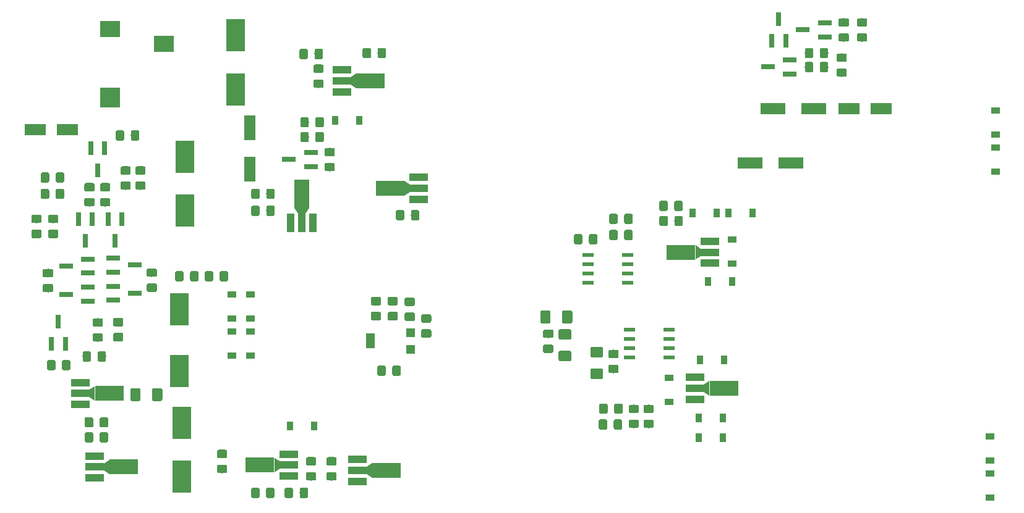
<source format=gbr>
G04 #@! TF.GenerationSoftware,KiCad,Pcbnew,(5.0.1)-4*
G04 #@! TF.CreationDate,2019-07-01T17:08:37-03:00*
G04 #@! TF.ProjectId,pcb_amplificador,7063625F616D706C6966696361646F72,rev?*
G04 #@! TF.SameCoordinates,Original*
G04 #@! TF.FileFunction,Paste,Top*
G04 #@! TF.FilePolarity,Positive*
%FSLAX46Y46*%
G04 Gerber Fmt 4.6, Leading zero omitted, Abs format (unit mm)*
G04 Created by KiCad (PCBNEW (5.0.1)-4) date 01/07/2019 17:08:37*
%MOMM*%
%LPD*%
G01*
G04 APERTURE LIST*
%ADD10C,0.750000*%
%ADD11C,0.100000*%
%ADD12R,4.000000X2.000000*%
%ADD13R,2.500000X1.000000*%
%ADD14C,1.425000*%
%ADD15C,1.150000*%
%ADD16R,1.200000X0.900000*%
%ADD17R,3.500000X1.600000*%
%ADD18R,3.000000X1.600000*%
%ADD19R,1.900000X0.800000*%
%ADD20R,1.600000X3.500000*%
%ADD21R,1.550000X0.600000*%
%ADD22R,2.500000X4.400000*%
%ADD23R,2.800000X2.800000*%
%ADD24R,2.800000X2.200000*%
%ADD25R,1.300000X1.300000*%
%ADD26R,1.300000X2.000000*%
%ADD27R,0.900000X1.200000*%
%ADD28R,0.800000X1.900000*%
%ADD29R,1.000000X2.500000*%
%ADD30R,2.000000X4.000000*%
G04 APERTURE END LIST*
D10*
G04 #@! TO.C,Q9*
X76921000Y-63881000D03*
D11*
G36*
X77296000Y-64881000D02*
X76546000Y-64381000D01*
X76546000Y-63381000D01*
X77296000Y-62881000D01*
X77296000Y-64881000D01*
X77296000Y-64881000D01*
G37*
D12*
X79271000Y-63881000D03*
D13*
X75311000Y-65381000D03*
X75311000Y-63881000D03*
X75311000Y-62381000D03*
G04 #@! TD*
D11*
G04 #@! TO.C,R57*
G36*
X106659004Y-95392204D02*
X106683273Y-95395804D01*
X106707071Y-95401765D01*
X106730171Y-95410030D01*
X106752349Y-95420520D01*
X106773393Y-95433133D01*
X106793098Y-95447747D01*
X106811277Y-95464223D01*
X106827753Y-95482402D01*
X106842367Y-95502107D01*
X106854980Y-95523151D01*
X106865470Y-95545329D01*
X106873735Y-95568429D01*
X106879696Y-95592227D01*
X106883296Y-95616496D01*
X106884500Y-95641000D01*
X106884500Y-96891000D01*
X106883296Y-96915504D01*
X106879696Y-96939773D01*
X106873735Y-96963571D01*
X106865470Y-96986671D01*
X106854980Y-97008849D01*
X106842367Y-97029893D01*
X106827753Y-97049598D01*
X106811277Y-97067777D01*
X106793098Y-97084253D01*
X106773393Y-97098867D01*
X106752349Y-97111480D01*
X106730171Y-97121970D01*
X106707071Y-97130235D01*
X106683273Y-97136196D01*
X106659004Y-97139796D01*
X106634500Y-97141000D01*
X105709500Y-97141000D01*
X105684996Y-97139796D01*
X105660727Y-97136196D01*
X105636929Y-97130235D01*
X105613829Y-97121970D01*
X105591651Y-97111480D01*
X105570607Y-97098867D01*
X105550902Y-97084253D01*
X105532723Y-97067777D01*
X105516247Y-97049598D01*
X105501633Y-97029893D01*
X105489020Y-97008849D01*
X105478530Y-96986671D01*
X105470265Y-96963571D01*
X105464304Y-96939773D01*
X105460704Y-96915504D01*
X105459500Y-96891000D01*
X105459500Y-95641000D01*
X105460704Y-95616496D01*
X105464304Y-95592227D01*
X105470265Y-95568429D01*
X105478530Y-95545329D01*
X105489020Y-95523151D01*
X105501633Y-95502107D01*
X105516247Y-95482402D01*
X105532723Y-95464223D01*
X105550902Y-95447747D01*
X105570607Y-95433133D01*
X105591651Y-95420520D01*
X105613829Y-95410030D01*
X105636929Y-95401765D01*
X105660727Y-95395804D01*
X105684996Y-95392204D01*
X105709500Y-95391000D01*
X106634500Y-95391000D01*
X106659004Y-95392204D01*
X106659004Y-95392204D01*
G37*
D14*
X106172000Y-96266000D03*
D11*
G36*
X103684004Y-95392204D02*
X103708273Y-95395804D01*
X103732071Y-95401765D01*
X103755171Y-95410030D01*
X103777349Y-95420520D01*
X103798393Y-95433133D01*
X103818098Y-95447747D01*
X103836277Y-95464223D01*
X103852753Y-95482402D01*
X103867367Y-95502107D01*
X103879980Y-95523151D01*
X103890470Y-95545329D01*
X103898735Y-95568429D01*
X103904696Y-95592227D01*
X103908296Y-95616496D01*
X103909500Y-95641000D01*
X103909500Y-96891000D01*
X103908296Y-96915504D01*
X103904696Y-96939773D01*
X103898735Y-96963571D01*
X103890470Y-96986671D01*
X103879980Y-97008849D01*
X103867367Y-97029893D01*
X103852753Y-97049598D01*
X103836277Y-97067777D01*
X103818098Y-97084253D01*
X103798393Y-97098867D01*
X103777349Y-97111480D01*
X103755171Y-97121970D01*
X103732071Y-97130235D01*
X103708273Y-97136196D01*
X103684004Y-97139796D01*
X103659500Y-97141000D01*
X102734500Y-97141000D01*
X102709996Y-97139796D01*
X102685727Y-97136196D01*
X102661929Y-97130235D01*
X102638829Y-97121970D01*
X102616651Y-97111480D01*
X102595607Y-97098867D01*
X102575902Y-97084253D01*
X102557723Y-97067777D01*
X102541247Y-97049598D01*
X102526633Y-97029893D01*
X102514020Y-97008849D01*
X102503530Y-96986671D01*
X102495265Y-96963571D01*
X102489304Y-96939773D01*
X102485704Y-96915504D01*
X102484500Y-96891000D01*
X102484500Y-95641000D01*
X102485704Y-95616496D01*
X102489304Y-95592227D01*
X102495265Y-95568429D01*
X102503530Y-95545329D01*
X102514020Y-95523151D01*
X102526633Y-95502107D01*
X102541247Y-95482402D01*
X102557723Y-95464223D01*
X102575902Y-95447747D01*
X102595607Y-95433133D01*
X102616651Y-95420520D01*
X102638829Y-95410030D01*
X102661929Y-95401765D01*
X102685727Y-95395804D01*
X102709996Y-95392204D01*
X102734500Y-95391000D01*
X103659500Y-95391000D01*
X103684004Y-95392204D01*
X103684004Y-95392204D01*
G37*
D14*
X103197000Y-96266000D03*
G04 #@! TD*
D10*
G04 #@! TO.C,Q20*
X124105064Y-87398379D03*
D11*
G36*
X123730064Y-86398379D02*
X124480064Y-86898379D01*
X124480064Y-87898379D01*
X123730064Y-88398379D01*
X123730064Y-86398379D01*
X123730064Y-86398379D01*
G37*
D12*
X121755064Y-87398379D03*
D13*
X125715064Y-85898379D03*
X125715064Y-87398379D03*
X125715064Y-88898379D03*
G04 #@! TD*
D11*
G04 #@! TO.C,R30*
G36*
X112996505Y-100772204D02*
X113020773Y-100775804D01*
X113044572Y-100781765D01*
X113067671Y-100790030D01*
X113089850Y-100800520D01*
X113110893Y-100813132D01*
X113130599Y-100827747D01*
X113148777Y-100844223D01*
X113165253Y-100862401D01*
X113179868Y-100882107D01*
X113192480Y-100903150D01*
X113202970Y-100925329D01*
X113211235Y-100948428D01*
X113217196Y-100972227D01*
X113220796Y-100996495D01*
X113222000Y-101020999D01*
X113222000Y-101671001D01*
X113220796Y-101695505D01*
X113217196Y-101719773D01*
X113211235Y-101743572D01*
X113202970Y-101766671D01*
X113192480Y-101788850D01*
X113179868Y-101809893D01*
X113165253Y-101829599D01*
X113148777Y-101847777D01*
X113130599Y-101864253D01*
X113110893Y-101878868D01*
X113089850Y-101891480D01*
X113067671Y-101901970D01*
X113044572Y-101910235D01*
X113020773Y-101916196D01*
X112996505Y-101919796D01*
X112972001Y-101921000D01*
X112071999Y-101921000D01*
X112047495Y-101919796D01*
X112023227Y-101916196D01*
X111999428Y-101910235D01*
X111976329Y-101901970D01*
X111954150Y-101891480D01*
X111933107Y-101878868D01*
X111913401Y-101864253D01*
X111895223Y-101847777D01*
X111878747Y-101829599D01*
X111864132Y-101809893D01*
X111851520Y-101788850D01*
X111841030Y-101766671D01*
X111832765Y-101743572D01*
X111826804Y-101719773D01*
X111823204Y-101695505D01*
X111822000Y-101671001D01*
X111822000Y-101020999D01*
X111823204Y-100996495D01*
X111826804Y-100972227D01*
X111832765Y-100948428D01*
X111841030Y-100925329D01*
X111851520Y-100903150D01*
X111864132Y-100882107D01*
X111878747Y-100862401D01*
X111895223Y-100844223D01*
X111913401Y-100827747D01*
X111933107Y-100813132D01*
X111954150Y-100800520D01*
X111976329Y-100790030D01*
X111999428Y-100781765D01*
X112023227Y-100775804D01*
X112047495Y-100772204D01*
X112071999Y-100771000D01*
X112972001Y-100771000D01*
X112996505Y-100772204D01*
X112996505Y-100772204D01*
G37*
D15*
X112522000Y-101346000D03*
D11*
G36*
X112996505Y-102822204D02*
X113020773Y-102825804D01*
X113044572Y-102831765D01*
X113067671Y-102840030D01*
X113089850Y-102850520D01*
X113110893Y-102863132D01*
X113130599Y-102877747D01*
X113148777Y-102894223D01*
X113165253Y-102912401D01*
X113179868Y-102932107D01*
X113192480Y-102953150D01*
X113202970Y-102975329D01*
X113211235Y-102998428D01*
X113217196Y-103022227D01*
X113220796Y-103046495D01*
X113222000Y-103070999D01*
X113222000Y-103721001D01*
X113220796Y-103745505D01*
X113217196Y-103769773D01*
X113211235Y-103793572D01*
X113202970Y-103816671D01*
X113192480Y-103838850D01*
X113179868Y-103859893D01*
X113165253Y-103879599D01*
X113148777Y-103897777D01*
X113130599Y-103914253D01*
X113110893Y-103928868D01*
X113089850Y-103941480D01*
X113067671Y-103951970D01*
X113044572Y-103960235D01*
X113020773Y-103966196D01*
X112996505Y-103969796D01*
X112972001Y-103971000D01*
X112071999Y-103971000D01*
X112047495Y-103969796D01*
X112023227Y-103966196D01*
X111999428Y-103960235D01*
X111976329Y-103951970D01*
X111954150Y-103941480D01*
X111933107Y-103928868D01*
X111913401Y-103914253D01*
X111895223Y-103897777D01*
X111878747Y-103879599D01*
X111864132Y-103859893D01*
X111851520Y-103838850D01*
X111841030Y-103816671D01*
X111832765Y-103793572D01*
X111826804Y-103769773D01*
X111823204Y-103745505D01*
X111822000Y-103721001D01*
X111822000Y-103070999D01*
X111823204Y-103046495D01*
X111826804Y-103022227D01*
X111832765Y-102998428D01*
X111841030Y-102975329D01*
X111851520Y-102953150D01*
X111864132Y-102932107D01*
X111878747Y-102912401D01*
X111895223Y-102894223D01*
X111913401Y-102877747D01*
X111933107Y-102863132D01*
X111954150Y-102850520D01*
X111976329Y-102840030D01*
X111999428Y-102831765D01*
X112023227Y-102825804D01*
X112047495Y-102822204D01*
X112071999Y-102821000D01*
X112972001Y-102821000D01*
X112996505Y-102822204D01*
X112996505Y-102822204D01*
G37*
D15*
X112522000Y-103396000D03*
G04 #@! TD*
D16*
G04 #@! TO.C,D17*
X60298078Y-93180225D03*
X60298078Y-96480225D03*
G04 #@! TD*
D17*
G04 #@! TO.C,C12*
X134354000Y-67691000D03*
X139954000Y-67691000D03*
G04 #@! TD*
D18*
G04 #@! TO.C,C13*
X144739000Y-67691000D03*
X149139000Y-67691000D03*
G04 #@! TD*
D11*
G04 #@! TO.C,R18*
G36*
X74134505Y-73086204D02*
X74158773Y-73089804D01*
X74182572Y-73095765D01*
X74205671Y-73104030D01*
X74227850Y-73114520D01*
X74248893Y-73127132D01*
X74268599Y-73141747D01*
X74286777Y-73158223D01*
X74303253Y-73176401D01*
X74317868Y-73196107D01*
X74330480Y-73217150D01*
X74340970Y-73239329D01*
X74349235Y-73262428D01*
X74355196Y-73286227D01*
X74358796Y-73310495D01*
X74360000Y-73334999D01*
X74360000Y-73985001D01*
X74358796Y-74009505D01*
X74355196Y-74033773D01*
X74349235Y-74057572D01*
X74340970Y-74080671D01*
X74330480Y-74102850D01*
X74317868Y-74123893D01*
X74303253Y-74143599D01*
X74286777Y-74161777D01*
X74268599Y-74178253D01*
X74248893Y-74192868D01*
X74227850Y-74205480D01*
X74205671Y-74215970D01*
X74182572Y-74224235D01*
X74158773Y-74230196D01*
X74134505Y-74233796D01*
X74110001Y-74235000D01*
X73209999Y-74235000D01*
X73185495Y-74233796D01*
X73161227Y-74230196D01*
X73137428Y-74224235D01*
X73114329Y-74215970D01*
X73092150Y-74205480D01*
X73071107Y-74192868D01*
X73051401Y-74178253D01*
X73033223Y-74161777D01*
X73016747Y-74143599D01*
X73002132Y-74123893D01*
X72989520Y-74102850D01*
X72979030Y-74080671D01*
X72970765Y-74057572D01*
X72964804Y-74033773D01*
X72961204Y-74009505D01*
X72960000Y-73985001D01*
X72960000Y-73334999D01*
X72961204Y-73310495D01*
X72964804Y-73286227D01*
X72970765Y-73262428D01*
X72979030Y-73239329D01*
X72989520Y-73217150D01*
X73002132Y-73196107D01*
X73016747Y-73176401D01*
X73033223Y-73158223D01*
X73051401Y-73141747D01*
X73071107Y-73127132D01*
X73092150Y-73114520D01*
X73114329Y-73104030D01*
X73137428Y-73095765D01*
X73161227Y-73089804D01*
X73185495Y-73086204D01*
X73209999Y-73085000D01*
X74110001Y-73085000D01*
X74134505Y-73086204D01*
X74134505Y-73086204D01*
G37*
D15*
X73660000Y-73660000D03*
D11*
G36*
X74134505Y-75136204D02*
X74158773Y-75139804D01*
X74182572Y-75145765D01*
X74205671Y-75154030D01*
X74227850Y-75164520D01*
X74248893Y-75177132D01*
X74268599Y-75191747D01*
X74286777Y-75208223D01*
X74303253Y-75226401D01*
X74317868Y-75246107D01*
X74330480Y-75267150D01*
X74340970Y-75289329D01*
X74349235Y-75312428D01*
X74355196Y-75336227D01*
X74358796Y-75360495D01*
X74360000Y-75384999D01*
X74360000Y-76035001D01*
X74358796Y-76059505D01*
X74355196Y-76083773D01*
X74349235Y-76107572D01*
X74340970Y-76130671D01*
X74330480Y-76152850D01*
X74317868Y-76173893D01*
X74303253Y-76193599D01*
X74286777Y-76211777D01*
X74268599Y-76228253D01*
X74248893Y-76242868D01*
X74227850Y-76255480D01*
X74205671Y-76265970D01*
X74182572Y-76274235D01*
X74158773Y-76280196D01*
X74134505Y-76283796D01*
X74110001Y-76285000D01*
X73209999Y-76285000D01*
X73185495Y-76283796D01*
X73161227Y-76280196D01*
X73137428Y-76274235D01*
X73114329Y-76265970D01*
X73092150Y-76255480D01*
X73071107Y-76242868D01*
X73051401Y-76228253D01*
X73033223Y-76211777D01*
X73016747Y-76193599D01*
X73002132Y-76173893D01*
X72989520Y-76152850D01*
X72979030Y-76130671D01*
X72970765Y-76107572D01*
X72964804Y-76083773D01*
X72961204Y-76059505D01*
X72960000Y-76035001D01*
X72960000Y-75384999D01*
X72961204Y-75360495D01*
X72964804Y-75336227D01*
X72970765Y-75312428D01*
X72979030Y-75289329D01*
X72989520Y-75267150D01*
X73002132Y-75246107D01*
X73016747Y-75226401D01*
X73033223Y-75208223D01*
X73051401Y-75191747D01*
X73071107Y-75177132D01*
X73092150Y-75164520D01*
X73114329Y-75154030D01*
X73137428Y-75145765D01*
X73161227Y-75139804D01*
X73185495Y-75136204D01*
X73209999Y-75135000D01*
X74110001Y-75135000D01*
X74134505Y-75136204D01*
X74134505Y-75136204D01*
G37*
D15*
X73660000Y-75710000D03*
G04 #@! TD*
D19*
G04 #@! TO.C,Q5*
X40561783Y-90235507D03*
X40561783Y-88335507D03*
X37561783Y-89285507D03*
G04 #@! TD*
D20*
G04 #@! TO.C,C7*
X62738000Y-70358000D03*
X62738000Y-75958000D03*
G04 #@! TD*
D17*
G04 #@! TO.C,C14*
X131200240Y-75138280D03*
X136800240Y-75138280D03*
G04 #@! TD*
D11*
G04 #@! TO.C,R15*
G36*
X81139505Y-59372204D02*
X81163773Y-59375804D01*
X81187572Y-59381765D01*
X81210671Y-59390030D01*
X81232850Y-59400520D01*
X81253893Y-59413132D01*
X81273599Y-59427747D01*
X81291777Y-59444223D01*
X81308253Y-59462401D01*
X81322868Y-59482107D01*
X81335480Y-59503150D01*
X81345970Y-59525329D01*
X81354235Y-59548428D01*
X81360196Y-59572227D01*
X81363796Y-59596495D01*
X81365000Y-59620999D01*
X81365000Y-60521001D01*
X81363796Y-60545505D01*
X81360196Y-60569773D01*
X81354235Y-60593572D01*
X81345970Y-60616671D01*
X81335480Y-60638850D01*
X81322868Y-60659893D01*
X81308253Y-60679599D01*
X81291777Y-60697777D01*
X81273599Y-60714253D01*
X81253893Y-60728868D01*
X81232850Y-60741480D01*
X81210671Y-60751970D01*
X81187572Y-60760235D01*
X81163773Y-60766196D01*
X81139505Y-60769796D01*
X81115001Y-60771000D01*
X80464999Y-60771000D01*
X80440495Y-60769796D01*
X80416227Y-60766196D01*
X80392428Y-60760235D01*
X80369329Y-60751970D01*
X80347150Y-60741480D01*
X80326107Y-60728868D01*
X80306401Y-60714253D01*
X80288223Y-60697777D01*
X80271747Y-60679599D01*
X80257132Y-60659893D01*
X80244520Y-60638850D01*
X80234030Y-60616671D01*
X80225765Y-60593572D01*
X80219804Y-60569773D01*
X80216204Y-60545505D01*
X80215000Y-60521001D01*
X80215000Y-59620999D01*
X80216204Y-59596495D01*
X80219804Y-59572227D01*
X80225765Y-59548428D01*
X80234030Y-59525329D01*
X80244520Y-59503150D01*
X80257132Y-59482107D01*
X80271747Y-59462401D01*
X80288223Y-59444223D01*
X80306401Y-59427747D01*
X80326107Y-59413132D01*
X80347150Y-59400520D01*
X80369329Y-59390030D01*
X80392428Y-59381765D01*
X80416227Y-59375804D01*
X80440495Y-59372204D01*
X80464999Y-59371000D01*
X81115001Y-59371000D01*
X81139505Y-59372204D01*
X81139505Y-59372204D01*
G37*
D15*
X80790000Y-60071000D03*
D11*
G36*
X79089505Y-59372204D02*
X79113773Y-59375804D01*
X79137572Y-59381765D01*
X79160671Y-59390030D01*
X79182850Y-59400520D01*
X79203893Y-59413132D01*
X79223599Y-59427747D01*
X79241777Y-59444223D01*
X79258253Y-59462401D01*
X79272868Y-59482107D01*
X79285480Y-59503150D01*
X79295970Y-59525329D01*
X79304235Y-59548428D01*
X79310196Y-59572227D01*
X79313796Y-59596495D01*
X79315000Y-59620999D01*
X79315000Y-60521001D01*
X79313796Y-60545505D01*
X79310196Y-60569773D01*
X79304235Y-60593572D01*
X79295970Y-60616671D01*
X79285480Y-60638850D01*
X79272868Y-60659893D01*
X79258253Y-60679599D01*
X79241777Y-60697777D01*
X79223599Y-60714253D01*
X79203893Y-60728868D01*
X79182850Y-60741480D01*
X79160671Y-60751970D01*
X79137572Y-60760235D01*
X79113773Y-60766196D01*
X79089505Y-60769796D01*
X79065001Y-60771000D01*
X78414999Y-60771000D01*
X78390495Y-60769796D01*
X78366227Y-60766196D01*
X78342428Y-60760235D01*
X78319329Y-60751970D01*
X78297150Y-60741480D01*
X78276107Y-60728868D01*
X78256401Y-60714253D01*
X78238223Y-60697777D01*
X78221747Y-60679599D01*
X78207132Y-60659893D01*
X78194520Y-60638850D01*
X78184030Y-60616671D01*
X78175765Y-60593572D01*
X78169804Y-60569773D01*
X78166204Y-60545505D01*
X78165000Y-60521001D01*
X78165000Y-59620999D01*
X78166204Y-59596495D01*
X78169804Y-59572227D01*
X78175765Y-59548428D01*
X78184030Y-59525329D01*
X78194520Y-59503150D01*
X78207132Y-59482107D01*
X78221747Y-59462401D01*
X78238223Y-59444223D01*
X78256401Y-59427747D01*
X78276107Y-59413132D01*
X78297150Y-59400520D01*
X78319329Y-59390030D01*
X78342428Y-59381765D01*
X78366227Y-59375804D01*
X78390495Y-59372204D01*
X78414999Y-59371000D01*
X79065001Y-59371000D01*
X79089505Y-59372204D01*
X79089505Y-59372204D01*
G37*
D15*
X78740000Y-60071000D03*
G04 #@! TD*
D11*
G04 #@! TO.C,R37*
G36*
X70453505Y-59499204D02*
X70477773Y-59502804D01*
X70501572Y-59508765D01*
X70524671Y-59517030D01*
X70546850Y-59527520D01*
X70567893Y-59540132D01*
X70587599Y-59554747D01*
X70605777Y-59571223D01*
X70622253Y-59589401D01*
X70636868Y-59609107D01*
X70649480Y-59630150D01*
X70659970Y-59652329D01*
X70668235Y-59675428D01*
X70674196Y-59699227D01*
X70677796Y-59723495D01*
X70679000Y-59747999D01*
X70679000Y-60648001D01*
X70677796Y-60672505D01*
X70674196Y-60696773D01*
X70668235Y-60720572D01*
X70659970Y-60743671D01*
X70649480Y-60765850D01*
X70636868Y-60786893D01*
X70622253Y-60806599D01*
X70605777Y-60824777D01*
X70587599Y-60841253D01*
X70567893Y-60855868D01*
X70546850Y-60868480D01*
X70524671Y-60878970D01*
X70501572Y-60887235D01*
X70477773Y-60893196D01*
X70453505Y-60896796D01*
X70429001Y-60898000D01*
X69778999Y-60898000D01*
X69754495Y-60896796D01*
X69730227Y-60893196D01*
X69706428Y-60887235D01*
X69683329Y-60878970D01*
X69661150Y-60868480D01*
X69640107Y-60855868D01*
X69620401Y-60841253D01*
X69602223Y-60824777D01*
X69585747Y-60806599D01*
X69571132Y-60786893D01*
X69558520Y-60765850D01*
X69548030Y-60743671D01*
X69539765Y-60720572D01*
X69533804Y-60696773D01*
X69530204Y-60672505D01*
X69529000Y-60648001D01*
X69529000Y-59747999D01*
X69530204Y-59723495D01*
X69533804Y-59699227D01*
X69539765Y-59675428D01*
X69548030Y-59652329D01*
X69558520Y-59630150D01*
X69571132Y-59609107D01*
X69585747Y-59589401D01*
X69602223Y-59571223D01*
X69620401Y-59554747D01*
X69640107Y-59540132D01*
X69661150Y-59527520D01*
X69683329Y-59517030D01*
X69706428Y-59508765D01*
X69730227Y-59502804D01*
X69754495Y-59499204D01*
X69778999Y-59498000D01*
X70429001Y-59498000D01*
X70453505Y-59499204D01*
X70453505Y-59499204D01*
G37*
D15*
X70104000Y-60198000D03*
D11*
G36*
X72503505Y-59499204D02*
X72527773Y-59502804D01*
X72551572Y-59508765D01*
X72574671Y-59517030D01*
X72596850Y-59527520D01*
X72617893Y-59540132D01*
X72637599Y-59554747D01*
X72655777Y-59571223D01*
X72672253Y-59589401D01*
X72686868Y-59609107D01*
X72699480Y-59630150D01*
X72709970Y-59652329D01*
X72718235Y-59675428D01*
X72724196Y-59699227D01*
X72727796Y-59723495D01*
X72729000Y-59747999D01*
X72729000Y-60648001D01*
X72727796Y-60672505D01*
X72724196Y-60696773D01*
X72718235Y-60720572D01*
X72709970Y-60743671D01*
X72699480Y-60765850D01*
X72686868Y-60786893D01*
X72672253Y-60806599D01*
X72655777Y-60824777D01*
X72637599Y-60841253D01*
X72617893Y-60855868D01*
X72596850Y-60868480D01*
X72574671Y-60878970D01*
X72551572Y-60887235D01*
X72527773Y-60893196D01*
X72503505Y-60896796D01*
X72479001Y-60898000D01*
X71828999Y-60898000D01*
X71804495Y-60896796D01*
X71780227Y-60893196D01*
X71756428Y-60887235D01*
X71733329Y-60878970D01*
X71711150Y-60868480D01*
X71690107Y-60855868D01*
X71670401Y-60841253D01*
X71652223Y-60824777D01*
X71635747Y-60806599D01*
X71621132Y-60786893D01*
X71608520Y-60765850D01*
X71598030Y-60743671D01*
X71589765Y-60720572D01*
X71583804Y-60696773D01*
X71580204Y-60672505D01*
X71579000Y-60648001D01*
X71579000Y-59747999D01*
X71580204Y-59723495D01*
X71583804Y-59699227D01*
X71589765Y-59675428D01*
X71598030Y-59652329D01*
X71608520Y-59630150D01*
X71621132Y-59609107D01*
X71635747Y-59589401D01*
X71652223Y-59571223D01*
X71670401Y-59554747D01*
X71690107Y-59540132D01*
X71711150Y-59527520D01*
X71733329Y-59517030D01*
X71756428Y-59508765D01*
X71780227Y-59502804D01*
X71804495Y-59499204D01*
X71828999Y-59498000D01*
X72479001Y-59498000D01*
X72503505Y-59499204D01*
X72503505Y-59499204D01*
G37*
D15*
X72154000Y-60198000D03*
G04 #@! TD*
D11*
G04 #@! TO.C,R12*
G36*
X85097145Y-93619564D02*
X85121413Y-93623164D01*
X85145212Y-93629125D01*
X85168311Y-93637390D01*
X85190490Y-93647880D01*
X85211533Y-93660492D01*
X85231239Y-93675107D01*
X85249417Y-93691583D01*
X85265893Y-93709761D01*
X85280508Y-93729467D01*
X85293120Y-93750510D01*
X85303610Y-93772689D01*
X85311875Y-93795788D01*
X85317836Y-93819587D01*
X85321436Y-93843855D01*
X85322640Y-93868359D01*
X85322640Y-94518361D01*
X85321436Y-94542865D01*
X85317836Y-94567133D01*
X85311875Y-94590932D01*
X85303610Y-94614031D01*
X85293120Y-94636210D01*
X85280508Y-94657253D01*
X85265893Y-94676959D01*
X85249417Y-94695137D01*
X85231239Y-94711613D01*
X85211533Y-94726228D01*
X85190490Y-94738840D01*
X85168311Y-94749330D01*
X85145212Y-94757595D01*
X85121413Y-94763556D01*
X85097145Y-94767156D01*
X85072641Y-94768360D01*
X84172639Y-94768360D01*
X84148135Y-94767156D01*
X84123867Y-94763556D01*
X84100068Y-94757595D01*
X84076969Y-94749330D01*
X84054790Y-94738840D01*
X84033747Y-94726228D01*
X84014041Y-94711613D01*
X83995863Y-94695137D01*
X83979387Y-94676959D01*
X83964772Y-94657253D01*
X83952160Y-94636210D01*
X83941670Y-94614031D01*
X83933405Y-94590932D01*
X83927444Y-94567133D01*
X83923844Y-94542865D01*
X83922640Y-94518361D01*
X83922640Y-93868359D01*
X83923844Y-93843855D01*
X83927444Y-93819587D01*
X83933405Y-93795788D01*
X83941670Y-93772689D01*
X83952160Y-93750510D01*
X83964772Y-93729467D01*
X83979387Y-93709761D01*
X83995863Y-93691583D01*
X84014041Y-93675107D01*
X84033747Y-93660492D01*
X84054790Y-93647880D01*
X84076969Y-93637390D01*
X84100068Y-93629125D01*
X84123867Y-93623164D01*
X84148135Y-93619564D01*
X84172639Y-93618360D01*
X85072641Y-93618360D01*
X85097145Y-93619564D01*
X85097145Y-93619564D01*
G37*
D15*
X84622640Y-94193360D03*
D11*
G36*
X85097145Y-95669564D02*
X85121413Y-95673164D01*
X85145212Y-95679125D01*
X85168311Y-95687390D01*
X85190490Y-95697880D01*
X85211533Y-95710492D01*
X85231239Y-95725107D01*
X85249417Y-95741583D01*
X85265893Y-95759761D01*
X85280508Y-95779467D01*
X85293120Y-95800510D01*
X85303610Y-95822689D01*
X85311875Y-95845788D01*
X85317836Y-95869587D01*
X85321436Y-95893855D01*
X85322640Y-95918359D01*
X85322640Y-96568361D01*
X85321436Y-96592865D01*
X85317836Y-96617133D01*
X85311875Y-96640932D01*
X85303610Y-96664031D01*
X85293120Y-96686210D01*
X85280508Y-96707253D01*
X85265893Y-96726959D01*
X85249417Y-96745137D01*
X85231239Y-96761613D01*
X85211533Y-96776228D01*
X85190490Y-96788840D01*
X85168311Y-96799330D01*
X85145212Y-96807595D01*
X85121413Y-96813556D01*
X85097145Y-96817156D01*
X85072641Y-96818360D01*
X84172639Y-96818360D01*
X84148135Y-96817156D01*
X84123867Y-96813556D01*
X84100068Y-96807595D01*
X84076969Y-96799330D01*
X84054790Y-96788840D01*
X84033747Y-96776228D01*
X84014041Y-96761613D01*
X83995863Y-96745137D01*
X83979387Y-96726959D01*
X83964772Y-96707253D01*
X83952160Y-96686210D01*
X83941670Y-96664031D01*
X83933405Y-96640932D01*
X83927444Y-96617133D01*
X83923844Y-96592865D01*
X83922640Y-96568361D01*
X83922640Y-95918359D01*
X83923844Y-95893855D01*
X83927444Y-95869587D01*
X83933405Y-95845788D01*
X83941670Y-95822689D01*
X83952160Y-95800510D01*
X83964772Y-95779467D01*
X83979387Y-95759761D01*
X83995863Y-95741583D01*
X84014041Y-95725107D01*
X84033747Y-95710492D01*
X84054790Y-95697880D01*
X84076969Y-95687390D01*
X84100068Y-95679125D01*
X84123867Y-95673164D01*
X84148135Y-95669564D01*
X84172639Y-95668360D01*
X85072641Y-95668360D01*
X85097145Y-95669564D01*
X85097145Y-95669564D01*
G37*
D15*
X84622640Y-96243360D03*
G04 #@! TD*
D21*
G04 #@! TO.C,M2*
X120113000Y-98023680D03*
X120113000Y-99293680D03*
X120113000Y-100563680D03*
X120113000Y-101833680D03*
X114713000Y-101833680D03*
X114713000Y-100563680D03*
X114713000Y-99293680D03*
X114713000Y-98023680D03*
G04 #@! TD*
D16*
G04 #@! TO.C,D8*
X128778000Y-88955962D03*
X128778000Y-85655962D03*
G04 #@! TD*
D22*
G04 #@! TO.C,C2*
X53848000Y-74278000D03*
X53848000Y-81678000D03*
G04 #@! TD*
D21*
G04 #@! TO.C,M1*
X114460000Y-87757000D03*
X114460000Y-89027000D03*
X114460000Y-90297000D03*
X114460000Y-91567000D03*
X109060000Y-91567000D03*
X109060000Y-90297000D03*
X109060000Y-89027000D03*
X109060000Y-87757000D03*
G04 #@! TD*
D11*
G04 #@! TO.C,R34*
G36*
X110086505Y-84899204D02*
X110110773Y-84902804D01*
X110134572Y-84908765D01*
X110157671Y-84917030D01*
X110179850Y-84927520D01*
X110200893Y-84940132D01*
X110220599Y-84954747D01*
X110238777Y-84971223D01*
X110255253Y-84989401D01*
X110269868Y-85009107D01*
X110282480Y-85030150D01*
X110292970Y-85052329D01*
X110301235Y-85075428D01*
X110307196Y-85099227D01*
X110310796Y-85123495D01*
X110312000Y-85147999D01*
X110312000Y-86048001D01*
X110310796Y-86072505D01*
X110307196Y-86096773D01*
X110301235Y-86120572D01*
X110292970Y-86143671D01*
X110282480Y-86165850D01*
X110269868Y-86186893D01*
X110255253Y-86206599D01*
X110238777Y-86224777D01*
X110220599Y-86241253D01*
X110200893Y-86255868D01*
X110179850Y-86268480D01*
X110157671Y-86278970D01*
X110134572Y-86287235D01*
X110110773Y-86293196D01*
X110086505Y-86296796D01*
X110062001Y-86298000D01*
X109411999Y-86298000D01*
X109387495Y-86296796D01*
X109363227Y-86293196D01*
X109339428Y-86287235D01*
X109316329Y-86278970D01*
X109294150Y-86268480D01*
X109273107Y-86255868D01*
X109253401Y-86241253D01*
X109235223Y-86224777D01*
X109218747Y-86206599D01*
X109204132Y-86186893D01*
X109191520Y-86165850D01*
X109181030Y-86143671D01*
X109172765Y-86120572D01*
X109166804Y-86096773D01*
X109163204Y-86072505D01*
X109162000Y-86048001D01*
X109162000Y-85147999D01*
X109163204Y-85123495D01*
X109166804Y-85099227D01*
X109172765Y-85075428D01*
X109181030Y-85052329D01*
X109191520Y-85030150D01*
X109204132Y-85009107D01*
X109218747Y-84989401D01*
X109235223Y-84971223D01*
X109253401Y-84954747D01*
X109273107Y-84940132D01*
X109294150Y-84927520D01*
X109316329Y-84917030D01*
X109339428Y-84908765D01*
X109363227Y-84902804D01*
X109387495Y-84899204D01*
X109411999Y-84898000D01*
X110062001Y-84898000D01*
X110086505Y-84899204D01*
X110086505Y-84899204D01*
G37*
D15*
X109737000Y-85598000D03*
D11*
G36*
X108036505Y-84899204D02*
X108060773Y-84902804D01*
X108084572Y-84908765D01*
X108107671Y-84917030D01*
X108129850Y-84927520D01*
X108150893Y-84940132D01*
X108170599Y-84954747D01*
X108188777Y-84971223D01*
X108205253Y-84989401D01*
X108219868Y-85009107D01*
X108232480Y-85030150D01*
X108242970Y-85052329D01*
X108251235Y-85075428D01*
X108257196Y-85099227D01*
X108260796Y-85123495D01*
X108262000Y-85147999D01*
X108262000Y-86048001D01*
X108260796Y-86072505D01*
X108257196Y-86096773D01*
X108251235Y-86120572D01*
X108242970Y-86143671D01*
X108232480Y-86165850D01*
X108219868Y-86186893D01*
X108205253Y-86206599D01*
X108188777Y-86224777D01*
X108170599Y-86241253D01*
X108150893Y-86255868D01*
X108129850Y-86268480D01*
X108107671Y-86278970D01*
X108084572Y-86287235D01*
X108060773Y-86293196D01*
X108036505Y-86296796D01*
X108012001Y-86298000D01*
X107361999Y-86298000D01*
X107337495Y-86296796D01*
X107313227Y-86293196D01*
X107289428Y-86287235D01*
X107266329Y-86278970D01*
X107244150Y-86268480D01*
X107223107Y-86255868D01*
X107203401Y-86241253D01*
X107185223Y-86224777D01*
X107168747Y-86206599D01*
X107154132Y-86186893D01*
X107141520Y-86165850D01*
X107131030Y-86143671D01*
X107122765Y-86120572D01*
X107116804Y-86096773D01*
X107113204Y-86072505D01*
X107112000Y-86048001D01*
X107112000Y-85147999D01*
X107113204Y-85123495D01*
X107116804Y-85099227D01*
X107122765Y-85075428D01*
X107131030Y-85052329D01*
X107141520Y-85030150D01*
X107154132Y-85009107D01*
X107168747Y-84989401D01*
X107185223Y-84971223D01*
X107203401Y-84954747D01*
X107223107Y-84940132D01*
X107244150Y-84927520D01*
X107266329Y-84917030D01*
X107289428Y-84908765D01*
X107313227Y-84902804D01*
X107337495Y-84899204D01*
X107361999Y-84898000D01*
X108012001Y-84898000D01*
X108036505Y-84899204D01*
X108036505Y-84899204D01*
G37*
D15*
X107687000Y-85598000D03*
G04 #@! TD*
D16*
G04 #@! TO.C,D9*
X164084000Y-112650000D03*
X164084000Y-115950000D03*
G04 #@! TD*
D11*
G04 #@! TO.C,R6*
G36*
X72635134Y-68863783D02*
X72659402Y-68867383D01*
X72683201Y-68873344D01*
X72706300Y-68881609D01*
X72728479Y-68892099D01*
X72749522Y-68904711D01*
X72769228Y-68919326D01*
X72787406Y-68935802D01*
X72803882Y-68953980D01*
X72818497Y-68973686D01*
X72831109Y-68994729D01*
X72841599Y-69016908D01*
X72849864Y-69040007D01*
X72855825Y-69063806D01*
X72859425Y-69088074D01*
X72860629Y-69112578D01*
X72860629Y-70012580D01*
X72859425Y-70037084D01*
X72855825Y-70061352D01*
X72849864Y-70085151D01*
X72841599Y-70108250D01*
X72831109Y-70130429D01*
X72818497Y-70151472D01*
X72803882Y-70171178D01*
X72787406Y-70189356D01*
X72769228Y-70205832D01*
X72749522Y-70220447D01*
X72728479Y-70233059D01*
X72706300Y-70243549D01*
X72683201Y-70251814D01*
X72659402Y-70257775D01*
X72635134Y-70261375D01*
X72610630Y-70262579D01*
X71960628Y-70262579D01*
X71936124Y-70261375D01*
X71911856Y-70257775D01*
X71888057Y-70251814D01*
X71864958Y-70243549D01*
X71842779Y-70233059D01*
X71821736Y-70220447D01*
X71802030Y-70205832D01*
X71783852Y-70189356D01*
X71767376Y-70171178D01*
X71752761Y-70151472D01*
X71740149Y-70130429D01*
X71729659Y-70108250D01*
X71721394Y-70085151D01*
X71715433Y-70061352D01*
X71711833Y-70037084D01*
X71710629Y-70012580D01*
X71710629Y-69112578D01*
X71711833Y-69088074D01*
X71715433Y-69063806D01*
X71721394Y-69040007D01*
X71729659Y-69016908D01*
X71740149Y-68994729D01*
X71752761Y-68973686D01*
X71767376Y-68953980D01*
X71783852Y-68935802D01*
X71802030Y-68919326D01*
X71821736Y-68904711D01*
X71842779Y-68892099D01*
X71864958Y-68881609D01*
X71888057Y-68873344D01*
X71911856Y-68867383D01*
X71936124Y-68863783D01*
X71960628Y-68862579D01*
X72610630Y-68862579D01*
X72635134Y-68863783D01*
X72635134Y-68863783D01*
G37*
D15*
X72285629Y-69562579D03*
D11*
G36*
X70585134Y-68863783D02*
X70609402Y-68867383D01*
X70633201Y-68873344D01*
X70656300Y-68881609D01*
X70678479Y-68892099D01*
X70699522Y-68904711D01*
X70719228Y-68919326D01*
X70737406Y-68935802D01*
X70753882Y-68953980D01*
X70768497Y-68973686D01*
X70781109Y-68994729D01*
X70791599Y-69016908D01*
X70799864Y-69040007D01*
X70805825Y-69063806D01*
X70809425Y-69088074D01*
X70810629Y-69112578D01*
X70810629Y-70012580D01*
X70809425Y-70037084D01*
X70805825Y-70061352D01*
X70799864Y-70085151D01*
X70791599Y-70108250D01*
X70781109Y-70130429D01*
X70768497Y-70151472D01*
X70753882Y-70171178D01*
X70737406Y-70189356D01*
X70719228Y-70205832D01*
X70699522Y-70220447D01*
X70678479Y-70233059D01*
X70656300Y-70243549D01*
X70633201Y-70251814D01*
X70609402Y-70257775D01*
X70585134Y-70261375D01*
X70560630Y-70262579D01*
X69910628Y-70262579D01*
X69886124Y-70261375D01*
X69861856Y-70257775D01*
X69838057Y-70251814D01*
X69814958Y-70243549D01*
X69792779Y-70233059D01*
X69771736Y-70220447D01*
X69752030Y-70205832D01*
X69733852Y-70189356D01*
X69717376Y-70171178D01*
X69702761Y-70151472D01*
X69690149Y-70130429D01*
X69679659Y-70108250D01*
X69671394Y-70085151D01*
X69665433Y-70061352D01*
X69661833Y-70037084D01*
X69660629Y-70012580D01*
X69660629Y-69112578D01*
X69661833Y-69088074D01*
X69665433Y-69063806D01*
X69671394Y-69040007D01*
X69679659Y-69016908D01*
X69690149Y-68994729D01*
X69702761Y-68973686D01*
X69717376Y-68953980D01*
X69733852Y-68935802D01*
X69752030Y-68919326D01*
X69771736Y-68904711D01*
X69792779Y-68892099D01*
X69814958Y-68881609D01*
X69838057Y-68873344D01*
X69861856Y-68867383D01*
X69886124Y-68863783D01*
X69910628Y-68862579D01*
X70560630Y-68862579D01*
X70585134Y-68863783D01*
X70585134Y-68863783D01*
G37*
D15*
X70235629Y-69562579D03*
G04 #@! TD*
D22*
G04 #@! TO.C,C5*
X53431440Y-118162560D03*
X53431440Y-110762560D03*
G04 #@! TD*
D11*
G04 #@! TO.C,R14*
G36*
X104060785Y-97999684D02*
X104085053Y-98003284D01*
X104108852Y-98009245D01*
X104131951Y-98017510D01*
X104154130Y-98028000D01*
X104175173Y-98040612D01*
X104194879Y-98055227D01*
X104213057Y-98071703D01*
X104229533Y-98089881D01*
X104244148Y-98109587D01*
X104256760Y-98130630D01*
X104267250Y-98152809D01*
X104275515Y-98175908D01*
X104281476Y-98199707D01*
X104285076Y-98223975D01*
X104286280Y-98248479D01*
X104286280Y-98898481D01*
X104285076Y-98922985D01*
X104281476Y-98947253D01*
X104275515Y-98971052D01*
X104267250Y-98994151D01*
X104256760Y-99016330D01*
X104244148Y-99037373D01*
X104229533Y-99057079D01*
X104213057Y-99075257D01*
X104194879Y-99091733D01*
X104175173Y-99106348D01*
X104154130Y-99118960D01*
X104131951Y-99129450D01*
X104108852Y-99137715D01*
X104085053Y-99143676D01*
X104060785Y-99147276D01*
X104036281Y-99148480D01*
X103136279Y-99148480D01*
X103111775Y-99147276D01*
X103087507Y-99143676D01*
X103063708Y-99137715D01*
X103040609Y-99129450D01*
X103018430Y-99118960D01*
X102997387Y-99106348D01*
X102977681Y-99091733D01*
X102959503Y-99075257D01*
X102943027Y-99057079D01*
X102928412Y-99037373D01*
X102915800Y-99016330D01*
X102905310Y-98994151D01*
X102897045Y-98971052D01*
X102891084Y-98947253D01*
X102887484Y-98922985D01*
X102886280Y-98898481D01*
X102886280Y-98248479D01*
X102887484Y-98223975D01*
X102891084Y-98199707D01*
X102897045Y-98175908D01*
X102905310Y-98152809D01*
X102915800Y-98130630D01*
X102928412Y-98109587D01*
X102943027Y-98089881D01*
X102959503Y-98071703D01*
X102977681Y-98055227D01*
X102997387Y-98040612D01*
X103018430Y-98028000D01*
X103040609Y-98017510D01*
X103063708Y-98009245D01*
X103087507Y-98003284D01*
X103111775Y-97999684D01*
X103136279Y-97998480D01*
X104036281Y-97998480D01*
X104060785Y-97999684D01*
X104060785Y-97999684D01*
G37*
D15*
X103586280Y-98573480D03*
D11*
G36*
X104060785Y-100049684D02*
X104085053Y-100053284D01*
X104108852Y-100059245D01*
X104131951Y-100067510D01*
X104154130Y-100078000D01*
X104175173Y-100090612D01*
X104194879Y-100105227D01*
X104213057Y-100121703D01*
X104229533Y-100139881D01*
X104244148Y-100159587D01*
X104256760Y-100180630D01*
X104267250Y-100202809D01*
X104275515Y-100225908D01*
X104281476Y-100249707D01*
X104285076Y-100273975D01*
X104286280Y-100298479D01*
X104286280Y-100948481D01*
X104285076Y-100972985D01*
X104281476Y-100997253D01*
X104275515Y-101021052D01*
X104267250Y-101044151D01*
X104256760Y-101066330D01*
X104244148Y-101087373D01*
X104229533Y-101107079D01*
X104213057Y-101125257D01*
X104194879Y-101141733D01*
X104175173Y-101156348D01*
X104154130Y-101168960D01*
X104131951Y-101179450D01*
X104108852Y-101187715D01*
X104085053Y-101193676D01*
X104060785Y-101197276D01*
X104036281Y-101198480D01*
X103136279Y-101198480D01*
X103111775Y-101197276D01*
X103087507Y-101193676D01*
X103063708Y-101187715D01*
X103040609Y-101179450D01*
X103018430Y-101168960D01*
X102997387Y-101156348D01*
X102977681Y-101141733D01*
X102959503Y-101125257D01*
X102943027Y-101107079D01*
X102928412Y-101087373D01*
X102915800Y-101066330D01*
X102905310Y-101044151D01*
X102897045Y-101021052D01*
X102891084Y-100997253D01*
X102887484Y-100972985D01*
X102886280Y-100948481D01*
X102886280Y-100298479D01*
X102887484Y-100273975D01*
X102891084Y-100249707D01*
X102897045Y-100225908D01*
X102905310Y-100202809D01*
X102915800Y-100180630D01*
X102928412Y-100159587D01*
X102943027Y-100139881D01*
X102959503Y-100121703D01*
X102977681Y-100105227D01*
X102997387Y-100090612D01*
X103018430Y-100078000D01*
X103040609Y-100067510D01*
X103063708Y-100059245D01*
X103087507Y-100053284D01*
X103111775Y-100049684D01*
X103136279Y-100048480D01*
X104036281Y-100048480D01*
X104060785Y-100049684D01*
X104060785Y-100049684D01*
G37*
D15*
X103586280Y-100623480D03*
G04 #@! TD*
D11*
G04 #@! TO.C,R25*
G36*
X35025585Y-76438464D02*
X35049853Y-76442064D01*
X35073652Y-76448025D01*
X35096751Y-76456290D01*
X35118930Y-76466780D01*
X35139973Y-76479392D01*
X35159679Y-76494007D01*
X35177857Y-76510483D01*
X35194333Y-76528661D01*
X35208948Y-76548367D01*
X35221560Y-76569410D01*
X35232050Y-76591589D01*
X35240315Y-76614688D01*
X35246276Y-76638487D01*
X35249876Y-76662755D01*
X35251080Y-76687259D01*
X35251080Y-77587261D01*
X35249876Y-77611765D01*
X35246276Y-77636033D01*
X35240315Y-77659832D01*
X35232050Y-77682931D01*
X35221560Y-77705110D01*
X35208948Y-77726153D01*
X35194333Y-77745859D01*
X35177857Y-77764037D01*
X35159679Y-77780513D01*
X35139973Y-77795128D01*
X35118930Y-77807740D01*
X35096751Y-77818230D01*
X35073652Y-77826495D01*
X35049853Y-77832456D01*
X35025585Y-77836056D01*
X35001081Y-77837260D01*
X34351079Y-77837260D01*
X34326575Y-77836056D01*
X34302307Y-77832456D01*
X34278508Y-77826495D01*
X34255409Y-77818230D01*
X34233230Y-77807740D01*
X34212187Y-77795128D01*
X34192481Y-77780513D01*
X34174303Y-77764037D01*
X34157827Y-77745859D01*
X34143212Y-77726153D01*
X34130600Y-77705110D01*
X34120110Y-77682931D01*
X34111845Y-77659832D01*
X34105884Y-77636033D01*
X34102284Y-77611765D01*
X34101080Y-77587261D01*
X34101080Y-76687259D01*
X34102284Y-76662755D01*
X34105884Y-76638487D01*
X34111845Y-76614688D01*
X34120110Y-76591589D01*
X34130600Y-76569410D01*
X34143212Y-76548367D01*
X34157827Y-76528661D01*
X34174303Y-76510483D01*
X34192481Y-76494007D01*
X34212187Y-76479392D01*
X34233230Y-76466780D01*
X34255409Y-76456290D01*
X34278508Y-76448025D01*
X34302307Y-76442064D01*
X34326575Y-76438464D01*
X34351079Y-76437260D01*
X35001081Y-76437260D01*
X35025585Y-76438464D01*
X35025585Y-76438464D01*
G37*
D15*
X34676080Y-77137260D03*
D11*
G36*
X37075585Y-76438464D02*
X37099853Y-76442064D01*
X37123652Y-76448025D01*
X37146751Y-76456290D01*
X37168930Y-76466780D01*
X37189973Y-76479392D01*
X37209679Y-76494007D01*
X37227857Y-76510483D01*
X37244333Y-76528661D01*
X37258948Y-76548367D01*
X37271560Y-76569410D01*
X37282050Y-76591589D01*
X37290315Y-76614688D01*
X37296276Y-76638487D01*
X37299876Y-76662755D01*
X37301080Y-76687259D01*
X37301080Y-77587261D01*
X37299876Y-77611765D01*
X37296276Y-77636033D01*
X37290315Y-77659832D01*
X37282050Y-77682931D01*
X37271560Y-77705110D01*
X37258948Y-77726153D01*
X37244333Y-77745859D01*
X37227857Y-77764037D01*
X37209679Y-77780513D01*
X37189973Y-77795128D01*
X37168930Y-77807740D01*
X37146751Y-77818230D01*
X37123652Y-77826495D01*
X37099853Y-77832456D01*
X37075585Y-77836056D01*
X37051081Y-77837260D01*
X36401079Y-77837260D01*
X36376575Y-77836056D01*
X36352307Y-77832456D01*
X36328508Y-77826495D01*
X36305409Y-77818230D01*
X36283230Y-77807740D01*
X36262187Y-77795128D01*
X36242481Y-77780513D01*
X36224303Y-77764037D01*
X36207827Y-77745859D01*
X36193212Y-77726153D01*
X36180600Y-77705110D01*
X36170110Y-77682931D01*
X36161845Y-77659832D01*
X36155884Y-77636033D01*
X36152284Y-77611765D01*
X36151080Y-77587261D01*
X36151080Y-76687259D01*
X36152284Y-76662755D01*
X36155884Y-76638487D01*
X36161845Y-76614688D01*
X36170110Y-76591589D01*
X36180600Y-76569410D01*
X36193212Y-76548367D01*
X36207827Y-76528661D01*
X36224303Y-76510483D01*
X36242481Y-76494007D01*
X36262187Y-76479392D01*
X36283230Y-76466780D01*
X36305409Y-76456290D01*
X36328508Y-76448025D01*
X36352307Y-76442064D01*
X36376575Y-76438464D01*
X36401079Y-76437260D01*
X37051081Y-76437260D01*
X37075585Y-76438464D01*
X37075585Y-76438464D01*
G37*
D15*
X36726080Y-77137260D03*
G04 #@! TD*
D23*
G04 #@! TO.C,CON1*
X43595703Y-66172487D03*
D24*
X43595703Y-56772487D03*
X50995703Y-58772487D03*
G04 #@! TD*
D22*
G04 #@! TO.C,C3*
X53086000Y-103650000D03*
X53086000Y-95250000D03*
G04 #@! TD*
D11*
G04 #@! TO.C,R44*
G36*
X43097925Y-110027424D02*
X43122193Y-110031024D01*
X43145992Y-110036985D01*
X43169091Y-110045250D01*
X43191270Y-110055740D01*
X43212313Y-110068352D01*
X43232019Y-110082967D01*
X43250197Y-110099443D01*
X43266673Y-110117621D01*
X43281288Y-110137327D01*
X43293900Y-110158370D01*
X43304390Y-110180549D01*
X43312655Y-110203648D01*
X43318616Y-110227447D01*
X43322216Y-110251715D01*
X43323420Y-110276219D01*
X43323420Y-111176221D01*
X43322216Y-111200725D01*
X43318616Y-111224993D01*
X43312655Y-111248792D01*
X43304390Y-111271891D01*
X43293900Y-111294070D01*
X43281288Y-111315113D01*
X43266673Y-111334819D01*
X43250197Y-111352997D01*
X43232019Y-111369473D01*
X43212313Y-111384088D01*
X43191270Y-111396700D01*
X43169091Y-111407190D01*
X43145992Y-111415455D01*
X43122193Y-111421416D01*
X43097925Y-111425016D01*
X43073421Y-111426220D01*
X42423419Y-111426220D01*
X42398915Y-111425016D01*
X42374647Y-111421416D01*
X42350848Y-111415455D01*
X42327749Y-111407190D01*
X42305570Y-111396700D01*
X42284527Y-111384088D01*
X42264821Y-111369473D01*
X42246643Y-111352997D01*
X42230167Y-111334819D01*
X42215552Y-111315113D01*
X42202940Y-111294070D01*
X42192450Y-111271891D01*
X42184185Y-111248792D01*
X42178224Y-111224993D01*
X42174624Y-111200725D01*
X42173420Y-111176221D01*
X42173420Y-110276219D01*
X42174624Y-110251715D01*
X42178224Y-110227447D01*
X42184185Y-110203648D01*
X42192450Y-110180549D01*
X42202940Y-110158370D01*
X42215552Y-110137327D01*
X42230167Y-110117621D01*
X42246643Y-110099443D01*
X42264821Y-110082967D01*
X42284527Y-110068352D01*
X42305570Y-110055740D01*
X42327749Y-110045250D01*
X42350848Y-110036985D01*
X42374647Y-110031024D01*
X42398915Y-110027424D01*
X42423419Y-110026220D01*
X43073421Y-110026220D01*
X43097925Y-110027424D01*
X43097925Y-110027424D01*
G37*
D15*
X42748420Y-110726220D03*
D11*
G36*
X41047925Y-110027424D02*
X41072193Y-110031024D01*
X41095992Y-110036985D01*
X41119091Y-110045250D01*
X41141270Y-110055740D01*
X41162313Y-110068352D01*
X41182019Y-110082967D01*
X41200197Y-110099443D01*
X41216673Y-110117621D01*
X41231288Y-110137327D01*
X41243900Y-110158370D01*
X41254390Y-110180549D01*
X41262655Y-110203648D01*
X41268616Y-110227447D01*
X41272216Y-110251715D01*
X41273420Y-110276219D01*
X41273420Y-111176221D01*
X41272216Y-111200725D01*
X41268616Y-111224993D01*
X41262655Y-111248792D01*
X41254390Y-111271891D01*
X41243900Y-111294070D01*
X41231288Y-111315113D01*
X41216673Y-111334819D01*
X41200197Y-111352997D01*
X41182019Y-111369473D01*
X41162313Y-111384088D01*
X41141270Y-111396700D01*
X41119091Y-111407190D01*
X41095992Y-111415455D01*
X41072193Y-111421416D01*
X41047925Y-111425016D01*
X41023421Y-111426220D01*
X40373419Y-111426220D01*
X40348915Y-111425016D01*
X40324647Y-111421416D01*
X40300848Y-111415455D01*
X40277749Y-111407190D01*
X40255570Y-111396700D01*
X40234527Y-111384088D01*
X40214821Y-111369473D01*
X40196643Y-111352997D01*
X40180167Y-111334819D01*
X40165552Y-111315113D01*
X40152940Y-111294070D01*
X40142450Y-111271891D01*
X40134185Y-111248792D01*
X40128224Y-111224993D01*
X40124624Y-111200725D01*
X40123420Y-111176221D01*
X40123420Y-110276219D01*
X40124624Y-110251715D01*
X40128224Y-110227447D01*
X40134185Y-110203648D01*
X40142450Y-110180549D01*
X40152940Y-110158370D01*
X40165552Y-110137327D01*
X40180167Y-110117621D01*
X40196643Y-110099443D01*
X40214821Y-110082967D01*
X40234527Y-110068352D01*
X40255570Y-110055740D01*
X40277749Y-110045250D01*
X40300848Y-110036985D01*
X40324647Y-110031024D01*
X40348915Y-110027424D01*
X40373419Y-110026220D01*
X41023421Y-110026220D01*
X41047925Y-110027424D01*
X41047925Y-110027424D01*
G37*
D15*
X40698420Y-110726220D03*
G04 #@! TD*
D11*
G04 #@! TO.C,R22*
G36*
X59531505Y-89979204D02*
X59555773Y-89982804D01*
X59579572Y-89988765D01*
X59602671Y-89997030D01*
X59624850Y-90007520D01*
X59645893Y-90020132D01*
X59665599Y-90034747D01*
X59683777Y-90051223D01*
X59700253Y-90069401D01*
X59714868Y-90089107D01*
X59727480Y-90110150D01*
X59737970Y-90132329D01*
X59746235Y-90155428D01*
X59752196Y-90179227D01*
X59755796Y-90203495D01*
X59757000Y-90227999D01*
X59757000Y-91128001D01*
X59755796Y-91152505D01*
X59752196Y-91176773D01*
X59746235Y-91200572D01*
X59737970Y-91223671D01*
X59727480Y-91245850D01*
X59714868Y-91266893D01*
X59700253Y-91286599D01*
X59683777Y-91304777D01*
X59665599Y-91321253D01*
X59645893Y-91335868D01*
X59624850Y-91348480D01*
X59602671Y-91358970D01*
X59579572Y-91367235D01*
X59555773Y-91373196D01*
X59531505Y-91376796D01*
X59507001Y-91378000D01*
X58856999Y-91378000D01*
X58832495Y-91376796D01*
X58808227Y-91373196D01*
X58784428Y-91367235D01*
X58761329Y-91358970D01*
X58739150Y-91348480D01*
X58718107Y-91335868D01*
X58698401Y-91321253D01*
X58680223Y-91304777D01*
X58663747Y-91286599D01*
X58649132Y-91266893D01*
X58636520Y-91245850D01*
X58626030Y-91223671D01*
X58617765Y-91200572D01*
X58611804Y-91176773D01*
X58608204Y-91152505D01*
X58607000Y-91128001D01*
X58607000Y-90227999D01*
X58608204Y-90203495D01*
X58611804Y-90179227D01*
X58617765Y-90155428D01*
X58626030Y-90132329D01*
X58636520Y-90110150D01*
X58649132Y-90089107D01*
X58663747Y-90069401D01*
X58680223Y-90051223D01*
X58698401Y-90034747D01*
X58718107Y-90020132D01*
X58739150Y-90007520D01*
X58761329Y-89997030D01*
X58784428Y-89988765D01*
X58808227Y-89982804D01*
X58832495Y-89979204D01*
X58856999Y-89978000D01*
X59507001Y-89978000D01*
X59531505Y-89979204D01*
X59531505Y-89979204D01*
G37*
D15*
X59182000Y-90678000D03*
D11*
G36*
X57481505Y-89979204D02*
X57505773Y-89982804D01*
X57529572Y-89988765D01*
X57552671Y-89997030D01*
X57574850Y-90007520D01*
X57595893Y-90020132D01*
X57615599Y-90034747D01*
X57633777Y-90051223D01*
X57650253Y-90069401D01*
X57664868Y-90089107D01*
X57677480Y-90110150D01*
X57687970Y-90132329D01*
X57696235Y-90155428D01*
X57702196Y-90179227D01*
X57705796Y-90203495D01*
X57707000Y-90227999D01*
X57707000Y-91128001D01*
X57705796Y-91152505D01*
X57702196Y-91176773D01*
X57696235Y-91200572D01*
X57687970Y-91223671D01*
X57677480Y-91245850D01*
X57664868Y-91266893D01*
X57650253Y-91286599D01*
X57633777Y-91304777D01*
X57615599Y-91321253D01*
X57595893Y-91335868D01*
X57574850Y-91348480D01*
X57552671Y-91358970D01*
X57529572Y-91367235D01*
X57505773Y-91373196D01*
X57481505Y-91376796D01*
X57457001Y-91378000D01*
X56806999Y-91378000D01*
X56782495Y-91376796D01*
X56758227Y-91373196D01*
X56734428Y-91367235D01*
X56711329Y-91358970D01*
X56689150Y-91348480D01*
X56668107Y-91335868D01*
X56648401Y-91321253D01*
X56630223Y-91304777D01*
X56613747Y-91286599D01*
X56599132Y-91266893D01*
X56586520Y-91245850D01*
X56576030Y-91223671D01*
X56567765Y-91200572D01*
X56561804Y-91176773D01*
X56558204Y-91152505D01*
X56557000Y-91128001D01*
X56557000Y-90227999D01*
X56558204Y-90203495D01*
X56561804Y-90179227D01*
X56567765Y-90155428D01*
X56576030Y-90132329D01*
X56586520Y-90110150D01*
X56599132Y-90089107D01*
X56613747Y-90069401D01*
X56630223Y-90051223D01*
X56648401Y-90034747D01*
X56668107Y-90020132D01*
X56689150Y-90007520D01*
X56711329Y-89997030D01*
X56734428Y-89988765D01*
X56758227Y-89982804D01*
X56782495Y-89979204D01*
X56806999Y-89978000D01*
X57457001Y-89978000D01*
X57481505Y-89979204D01*
X57481505Y-89979204D01*
G37*
D15*
X57132000Y-90678000D03*
G04 #@! TD*
D16*
G04 #@! TO.C,D3*
X164846000Y-71246000D03*
X164846000Y-67946000D03*
G04 #@! TD*
D11*
G04 #@! TO.C,R29*
G36*
X112862505Y-84329815D02*
X112886773Y-84333415D01*
X112910572Y-84339376D01*
X112933671Y-84347641D01*
X112955850Y-84358131D01*
X112976893Y-84370743D01*
X112996599Y-84385358D01*
X113014777Y-84401834D01*
X113031253Y-84420012D01*
X113045868Y-84439718D01*
X113058480Y-84460761D01*
X113068970Y-84482940D01*
X113077235Y-84506039D01*
X113083196Y-84529838D01*
X113086796Y-84554106D01*
X113088000Y-84578610D01*
X113088000Y-85478612D01*
X113086796Y-85503116D01*
X113083196Y-85527384D01*
X113077235Y-85551183D01*
X113068970Y-85574282D01*
X113058480Y-85596461D01*
X113045868Y-85617504D01*
X113031253Y-85637210D01*
X113014777Y-85655388D01*
X112996599Y-85671864D01*
X112976893Y-85686479D01*
X112955850Y-85699091D01*
X112933671Y-85709581D01*
X112910572Y-85717846D01*
X112886773Y-85723807D01*
X112862505Y-85727407D01*
X112838001Y-85728611D01*
X112187999Y-85728611D01*
X112163495Y-85727407D01*
X112139227Y-85723807D01*
X112115428Y-85717846D01*
X112092329Y-85709581D01*
X112070150Y-85699091D01*
X112049107Y-85686479D01*
X112029401Y-85671864D01*
X112011223Y-85655388D01*
X111994747Y-85637210D01*
X111980132Y-85617504D01*
X111967520Y-85596461D01*
X111957030Y-85574282D01*
X111948765Y-85551183D01*
X111942804Y-85527384D01*
X111939204Y-85503116D01*
X111938000Y-85478612D01*
X111938000Y-84578610D01*
X111939204Y-84554106D01*
X111942804Y-84529838D01*
X111948765Y-84506039D01*
X111957030Y-84482940D01*
X111967520Y-84460761D01*
X111980132Y-84439718D01*
X111994747Y-84420012D01*
X112011223Y-84401834D01*
X112029401Y-84385358D01*
X112049107Y-84370743D01*
X112070150Y-84358131D01*
X112092329Y-84347641D01*
X112115428Y-84339376D01*
X112139227Y-84333415D01*
X112163495Y-84329815D01*
X112187999Y-84328611D01*
X112838001Y-84328611D01*
X112862505Y-84329815D01*
X112862505Y-84329815D01*
G37*
D15*
X112513000Y-85028611D03*
D11*
G36*
X114912505Y-84329815D02*
X114936773Y-84333415D01*
X114960572Y-84339376D01*
X114983671Y-84347641D01*
X115005850Y-84358131D01*
X115026893Y-84370743D01*
X115046599Y-84385358D01*
X115064777Y-84401834D01*
X115081253Y-84420012D01*
X115095868Y-84439718D01*
X115108480Y-84460761D01*
X115118970Y-84482940D01*
X115127235Y-84506039D01*
X115133196Y-84529838D01*
X115136796Y-84554106D01*
X115138000Y-84578610D01*
X115138000Y-85478612D01*
X115136796Y-85503116D01*
X115133196Y-85527384D01*
X115127235Y-85551183D01*
X115118970Y-85574282D01*
X115108480Y-85596461D01*
X115095868Y-85617504D01*
X115081253Y-85637210D01*
X115064777Y-85655388D01*
X115046599Y-85671864D01*
X115026893Y-85686479D01*
X115005850Y-85699091D01*
X114983671Y-85709581D01*
X114960572Y-85717846D01*
X114936773Y-85723807D01*
X114912505Y-85727407D01*
X114888001Y-85728611D01*
X114237999Y-85728611D01*
X114213495Y-85727407D01*
X114189227Y-85723807D01*
X114165428Y-85717846D01*
X114142329Y-85709581D01*
X114120150Y-85699091D01*
X114099107Y-85686479D01*
X114079401Y-85671864D01*
X114061223Y-85655388D01*
X114044747Y-85637210D01*
X114030132Y-85617504D01*
X114017520Y-85596461D01*
X114007030Y-85574282D01*
X113998765Y-85551183D01*
X113992804Y-85527384D01*
X113989204Y-85503116D01*
X113988000Y-85478612D01*
X113988000Y-84578610D01*
X113989204Y-84554106D01*
X113992804Y-84529838D01*
X113998765Y-84506039D01*
X114007030Y-84482940D01*
X114017520Y-84460761D01*
X114030132Y-84439718D01*
X114044747Y-84420012D01*
X114061223Y-84401834D01*
X114079401Y-84385358D01*
X114099107Y-84370743D01*
X114120150Y-84358131D01*
X114142329Y-84347641D01*
X114165428Y-84339376D01*
X114189227Y-84333415D01*
X114213495Y-84329815D01*
X114237999Y-84328611D01*
X114888001Y-84328611D01*
X114912505Y-84329815D01*
X114912505Y-84329815D01*
G37*
D15*
X114563000Y-85028611D03*
G04 #@! TD*
D25*
G04 #@! TO.C,RV1*
X84725960Y-98425620D03*
D26*
X79225960Y-99575620D03*
D25*
X84725960Y-100725620D03*
G04 #@! TD*
D11*
G04 #@! TO.C,R50*
G36*
X147032505Y-55301777D02*
X147056773Y-55305377D01*
X147080572Y-55311338D01*
X147103671Y-55319603D01*
X147125850Y-55330093D01*
X147146893Y-55342705D01*
X147166599Y-55357320D01*
X147184777Y-55373796D01*
X147201253Y-55391974D01*
X147215868Y-55411680D01*
X147228480Y-55432723D01*
X147238970Y-55454902D01*
X147247235Y-55478001D01*
X147253196Y-55501800D01*
X147256796Y-55526068D01*
X147258000Y-55550572D01*
X147258000Y-56200574D01*
X147256796Y-56225078D01*
X147253196Y-56249346D01*
X147247235Y-56273145D01*
X147238970Y-56296244D01*
X147228480Y-56318423D01*
X147215868Y-56339466D01*
X147201253Y-56359172D01*
X147184777Y-56377350D01*
X147166599Y-56393826D01*
X147146893Y-56408441D01*
X147125850Y-56421053D01*
X147103671Y-56431543D01*
X147080572Y-56439808D01*
X147056773Y-56445769D01*
X147032505Y-56449369D01*
X147008001Y-56450573D01*
X146107999Y-56450573D01*
X146083495Y-56449369D01*
X146059227Y-56445769D01*
X146035428Y-56439808D01*
X146012329Y-56431543D01*
X145990150Y-56421053D01*
X145969107Y-56408441D01*
X145949401Y-56393826D01*
X145931223Y-56377350D01*
X145914747Y-56359172D01*
X145900132Y-56339466D01*
X145887520Y-56318423D01*
X145877030Y-56296244D01*
X145868765Y-56273145D01*
X145862804Y-56249346D01*
X145859204Y-56225078D01*
X145858000Y-56200574D01*
X145858000Y-55550572D01*
X145859204Y-55526068D01*
X145862804Y-55501800D01*
X145868765Y-55478001D01*
X145877030Y-55454902D01*
X145887520Y-55432723D01*
X145900132Y-55411680D01*
X145914747Y-55391974D01*
X145931223Y-55373796D01*
X145949401Y-55357320D01*
X145969107Y-55342705D01*
X145990150Y-55330093D01*
X146012329Y-55319603D01*
X146035428Y-55311338D01*
X146059227Y-55305377D01*
X146083495Y-55301777D01*
X146107999Y-55300573D01*
X147008001Y-55300573D01*
X147032505Y-55301777D01*
X147032505Y-55301777D01*
G37*
D15*
X146558000Y-55875573D03*
D11*
G36*
X147032505Y-57351777D02*
X147056773Y-57355377D01*
X147080572Y-57361338D01*
X147103671Y-57369603D01*
X147125850Y-57380093D01*
X147146893Y-57392705D01*
X147166599Y-57407320D01*
X147184777Y-57423796D01*
X147201253Y-57441974D01*
X147215868Y-57461680D01*
X147228480Y-57482723D01*
X147238970Y-57504902D01*
X147247235Y-57528001D01*
X147253196Y-57551800D01*
X147256796Y-57576068D01*
X147258000Y-57600572D01*
X147258000Y-58250574D01*
X147256796Y-58275078D01*
X147253196Y-58299346D01*
X147247235Y-58323145D01*
X147238970Y-58346244D01*
X147228480Y-58368423D01*
X147215868Y-58389466D01*
X147201253Y-58409172D01*
X147184777Y-58427350D01*
X147166599Y-58443826D01*
X147146893Y-58458441D01*
X147125850Y-58471053D01*
X147103671Y-58481543D01*
X147080572Y-58489808D01*
X147056773Y-58495769D01*
X147032505Y-58499369D01*
X147008001Y-58500573D01*
X146107999Y-58500573D01*
X146083495Y-58499369D01*
X146059227Y-58495769D01*
X146035428Y-58489808D01*
X146012329Y-58481543D01*
X145990150Y-58471053D01*
X145969107Y-58458441D01*
X145949401Y-58443826D01*
X145931223Y-58427350D01*
X145914747Y-58409172D01*
X145900132Y-58389466D01*
X145887520Y-58368423D01*
X145877030Y-58346244D01*
X145868765Y-58323145D01*
X145862804Y-58299346D01*
X145859204Y-58275078D01*
X145858000Y-58250574D01*
X145858000Y-57600572D01*
X145859204Y-57576068D01*
X145862804Y-57551800D01*
X145868765Y-57528001D01*
X145877030Y-57504902D01*
X145887520Y-57482723D01*
X145900132Y-57461680D01*
X145914747Y-57441974D01*
X145931223Y-57423796D01*
X145949401Y-57407320D01*
X145969107Y-57392705D01*
X145990150Y-57380093D01*
X146012329Y-57369603D01*
X146035428Y-57361338D01*
X146059227Y-57355377D01*
X146083495Y-57351777D01*
X146107999Y-57350573D01*
X147008001Y-57350573D01*
X147032505Y-57351777D01*
X147032505Y-57351777D01*
G37*
D15*
X146558000Y-57925573D03*
G04 #@! TD*
D11*
G04 #@! TO.C,R43*
G36*
X43097925Y-112084824D02*
X43122193Y-112088424D01*
X43145992Y-112094385D01*
X43169091Y-112102650D01*
X43191270Y-112113140D01*
X43212313Y-112125752D01*
X43232019Y-112140367D01*
X43250197Y-112156843D01*
X43266673Y-112175021D01*
X43281288Y-112194727D01*
X43293900Y-112215770D01*
X43304390Y-112237949D01*
X43312655Y-112261048D01*
X43318616Y-112284847D01*
X43322216Y-112309115D01*
X43323420Y-112333619D01*
X43323420Y-113233621D01*
X43322216Y-113258125D01*
X43318616Y-113282393D01*
X43312655Y-113306192D01*
X43304390Y-113329291D01*
X43293900Y-113351470D01*
X43281288Y-113372513D01*
X43266673Y-113392219D01*
X43250197Y-113410397D01*
X43232019Y-113426873D01*
X43212313Y-113441488D01*
X43191270Y-113454100D01*
X43169091Y-113464590D01*
X43145992Y-113472855D01*
X43122193Y-113478816D01*
X43097925Y-113482416D01*
X43073421Y-113483620D01*
X42423419Y-113483620D01*
X42398915Y-113482416D01*
X42374647Y-113478816D01*
X42350848Y-113472855D01*
X42327749Y-113464590D01*
X42305570Y-113454100D01*
X42284527Y-113441488D01*
X42264821Y-113426873D01*
X42246643Y-113410397D01*
X42230167Y-113392219D01*
X42215552Y-113372513D01*
X42202940Y-113351470D01*
X42192450Y-113329291D01*
X42184185Y-113306192D01*
X42178224Y-113282393D01*
X42174624Y-113258125D01*
X42173420Y-113233621D01*
X42173420Y-112333619D01*
X42174624Y-112309115D01*
X42178224Y-112284847D01*
X42184185Y-112261048D01*
X42192450Y-112237949D01*
X42202940Y-112215770D01*
X42215552Y-112194727D01*
X42230167Y-112175021D01*
X42246643Y-112156843D01*
X42264821Y-112140367D01*
X42284527Y-112125752D01*
X42305570Y-112113140D01*
X42327749Y-112102650D01*
X42350848Y-112094385D01*
X42374647Y-112088424D01*
X42398915Y-112084824D01*
X42423419Y-112083620D01*
X43073421Y-112083620D01*
X43097925Y-112084824D01*
X43097925Y-112084824D01*
G37*
D15*
X42748420Y-112783620D03*
D11*
G36*
X41047925Y-112084824D02*
X41072193Y-112088424D01*
X41095992Y-112094385D01*
X41119091Y-112102650D01*
X41141270Y-112113140D01*
X41162313Y-112125752D01*
X41182019Y-112140367D01*
X41200197Y-112156843D01*
X41216673Y-112175021D01*
X41231288Y-112194727D01*
X41243900Y-112215770D01*
X41254390Y-112237949D01*
X41262655Y-112261048D01*
X41268616Y-112284847D01*
X41272216Y-112309115D01*
X41273420Y-112333619D01*
X41273420Y-113233621D01*
X41272216Y-113258125D01*
X41268616Y-113282393D01*
X41262655Y-113306192D01*
X41254390Y-113329291D01*
X41243900Y-113351470D01*
X41231288Y-113372513D01*
X41216673Y-113392219D01*
X41200197Y-113410397D01*
X41182019Y-113426873D01*
X41162313Y-113441488D01*
X41141270Y-113454100D01*
X41119091Y-113464590D01*
X41095992Y-113472855D01*
X41072193Y-113478816D01*
X41047925Y-113482416D01*
X41023421Y-113483620D01*
X40373419Y-113483620D01*
X40348915Y-113482416D01*
X40324647Y-113478816D01*
X40300848Y-113472855D01*
X40277749Y-113464590D01*
X40255570Y-113454100D01*
X40234527Y-113441488D01*
X40214821Y-113426873D01*
X40196643Y-113410397D01*
X40180167Y-113392219D01*
X40165552Y-113372513D01*
X40152940Y-113351470D01*
X40142450Y-113329291D01*
X40134185Y-113306192D01*
X40128224Y-113282393D01*
X40124624Y-113258125D01*
X40123420Y-113233621D01*
X40123420Y-112333619D01*
X40124624Y-112309115D01*
X40128224Y-112284847D01*
X40134185Y-112261048D01*
X40142450Y-112237949D01*
X40152940Y-112215770D01*
X40165552Y-112194727D01*
X40180167Y-112175021D01*
X40196643Y-112156843D01*
X40214821Y-112140367D01*
X40234527Y-112125752D01*
X40255570Y-112113140D01*
X40277749Y-112102650D01*
X40300848Y-112094385D01*
X40324647Y-112088424D01*
X40348915Y-112084824D01*
X40373419Y-112083620D01*
X41023421Y-112083620D01*
X41047925Y-112084824D01*
X41047925Y-112084824D01*
G37*
D15*
X40698420Y-112783620D03*
G04 #@! TD*
D11*
G04 #@! TO.C,R17*
G36*
X70585134Y-70895783D02*
X70609402Y-70899383D01*
X70633201Y-70905344D01*
X70656300Y-70913609D01*
X70678479Y-70924099D01*
X70699522Y-70936711D01*
X70719228Y-70951326D01*
X70737406Y-70967802D01*
X70753882Y-70985980D01*
X70768497Y-71005686D01*
X70781109Y-71026729D01*
X70791599Y-71048908D01*
X70799864Y-71072007D01*
X70805825Y-71095806D01*
X70809425Y-71120074D01*
X70810629Y-71144578D01*
X70810629Y-72044580D01*
X70809425Y-72069084D01*
X70805825Y-72093352D01*
X70799864Y-72117151D01*
X70791599Y-72140250D01*
X70781109Y-72162429D01*
X70768497Y-72183472D01*
X70753882Y-72203178D01*
X70737406Y-72221356D01*
X70719228Y-72237832D01*
X70699522Y-72252447D01*
X70678479Y-72265059D01*
X70656300Y-72275549D01*
X70633201Y-72283814D01*
X70609402Y-72289775D01*
X70585134Y-72293375D01*
X70560630Y-72294579D01*
X69910628Y-72294579D01*
X69886124Y-72293375D01*
X69861856Y-72289775D01*
X69838057Y-72283814D01*
X69814958Y-72275549D01*
X69792779Y-72265059D01*
X69771736Y-72252447D01*
X69752030Y-72237832D01*
X69733852Y-72221356D01*
X69717376Y-72203178D01*
X69702761Y-72183472D01*
X69690149Y-72162429D01*
X69679659Y-72140250D01*
X69671394Y-72117151D01*
X69665433Y-72093352D01*
X69661833Y-72069084D01*
X69660629Y-72044580D01*
X69660629Y-71144578D01*
X69661833Y-71120074D01*
X69665433Y-71095806D01*
X69671394Y-71072007D01*
X69679659Y-71048908D01*
X69690149Y-71026729D01*
X69702761Y-71005686D01*
X69717376Y-70985980D01*
X69733852Y-70967802D01*
X69752030Y-70951326D01*
X69771736Y-70936711D01*
X69792779Y-70924099D01*
X69814958Y-70913609D01*
X69838057Y-70905344D01*
X69861856Y-70899383D01*
X69886124Y-70895783D01*
X69910628Y-70894579D01*
X70560630Y-70894579D01*
X70585134Y-70895783D01*
X70585134Y-70895783D01*
G37*
D15*
X70235629Y-71594579D03*
D11*
G36*
X72635134Y-70895783D02*
X72659402Y-70899383D01*
X72683201Y-70905344D01*
X72706300Y-70913609D01*
X72728479Y-70924099D01*
X72749522Y-70936711D01*
X72769228Y-70951326D01*
X72787406Y-70967802D01*
X72803882Y-70985980D01*
X72818497Y-71005686D01*
X72831109Y-71026729D01*
X72841599Y-71048908D01*
X72849864Y-71072007D01*
X72855825Y-71095806D01*
X72859425Y-71120074D01*
X72860629Y-71144578D01*
X72860629Y-72044580D01*
X72859425Y-72069084D01*
X72855825Y-72093352D01*
X72849864Y-72117151D01*
X72841599Y-72140250D01*
X72831109Y-72162429D01*
X72818497Y-72183472D01*
X72803882Y-72203178D01*
X72787406Y-72221356D01*
X72769228Y-72237832D01*
X72749522Y-72252447D01*
X72728479Y-72265059D01*
X72706300Y-72275549D01*
X72683201Y-72283814D01*
X72659402Y-72289775D01*
X72635134Y-72293375D01*
X72610630Y-72294579D01*
X71960628Y-72294579D01*
X71936124Y-72293375D01*
X71911856Y-72289775D01*
X71888057Y-72283814D01*
X71864958Y-72275549D01*
X71842779Y-72265059D01*
X71821736Y-72252447D01*
X71802030Y-72237832D01*
X71783852Y-72221356D01*
X71767376Y-72203178D01*
X71752761Y-72183472D01*
X71740149Y-72162429D01*
X71729659Y-72140250D01*
X71721394Y-72117151D01*
X71715433Y-72093352D01*
X71711833Y-72069084D01*
X71710629Y-72044580D01*
X71710629Y-71144578D01*
X71711833Y-71120074D01*
X71715433Y-71095806D01*
X71721394Y-71072007D01*
X71729659Y-71048908D01*
X71740149Y-71026729D01*
X71752761Y-71005686D01*
X71767376Y-70985980D01*
X71783852Y-70967802D01*
X71802030Y-70951326D01*
X71821736Y-70936711D01*
X71842779Y-70924099D01*
X71864958Y-70913609D01*
X71888057Y-70905344D01*
X71911856Y-70899383D01*
X71936124Y-70895783D01*
X71960628Y-70894579D01*
X72610630Y-70894579D01*
X72635134Y-70895783D01*
X72635134Y-70895783D01*
G37*
D15*
X72285629Y-71594579D03*
G04 #@! TD*
D11*
G04 #@! TO.C,Rp2*
G36*
X49775905Y-91671604D02*
X49800173Y-91675204D01*
X49823972Y-91681165D01*
X49847071Y-91689430D01*
X49869250Y-91699920D01*
X49890293Y-91712532D01*
X49909999Y-91727147D01*
X49928177Y-91743623D01*
X49944653Y-91761801D01*
X49959268Y-91781507D01*
X49971880Y-91802550D01*
X49982370Y-91824729D01*
X49990635Y-91847828D01*
X49996596Y-91871627D01*
X50000196Y-91895895D01*
X50001400Y-91920399D01*
X50001400Y-92570401D01*
X50000196Y-92594905D01*
X49996596Y-92619173D01*
X49990635Y-92642972D01*
X49982370Y-92666071D01*
X49971880Y-92688250D01*
X49959268Y-92709293D01*
X49944653Y-92728999D01*
X49928177Y-92747177D01*
X49909999Y-92763653D01*
X49890293Y-92778268D01*
X49869250Y-92790880D01*
X49847071Y-92801370D01*
X49823972Y-92809635D01*
X49800173Y-92815596D01*
X49775905Y-92819196D01*
X49751401Y-92820400D01*
X48851399Y-92820400D01*
X48826895Y-92819196D01*
X48802627Y-92815596D01*
X48778828Y-92809635D01*
X48755729Y-92801370D01*
X48733550Y-92790880D01*
X48712507Y-92778268D01*
X48692801Y-92763653D01*
X48674623Y-92747177D01*
X48658147Y-92728999D01*
X48643532Y-92709293D01*
X48630920Y-92688250D01*
X48620430Y-92666071D01*
X48612165Y-92642972D01*
X48606204Y-92619173D01*
X48602604Y-92594905D01*
X48601400Y-92570401D01*
X48601400Y-91920399D01*
X48602604Y-91895895D01*
X48606204Y-91871627D01*
X48612165Y-91847828D01*
X48620430Y-91824729D01*
X48630920Y-91802550D01*
X48643532Y-91781507D01*
X48658147Y-91761801D01*
X48674623Y-91743623D01*
X48692801Y-91727147D01*
X48712507Y-91712532D01*
X48733550Y-91699920D01*
X48755729Y-91689430D01*
X48778828Y-91681165D01*
X48802627Y-91675204D01*
X48826895Y-91671604D01*
X48851399Y-91670400D01*
X49751401Y-91670400D01*
X49775905Y-91671604D01*
X49775905Y-91671604D01*
G37*
D15*
X49301400Y-92245400D03*
D11*
G36*
X49775905Y-89621604D02*
X49800173Y-89625204D01*
X49823972Y-89631165D01*
X49847071Y-89639430D01*
X49869250Y-89649920D01*
X49890293Y-89662532D01*
X49909999Y-89677147D01*
X49928177Y-89693623D01*
X49944653Y-89711801D01*
X49959268Y-89731507D01*
X49971880Y-89752550D01*
X49982370Y-89774729D01*
X49990635Y-89797828D01*
X49996596Y-89821627D01*
X50000196Y-89845895D01*
X50001400Y-89870399D01*
X50001400Y-90520401D01*
X50000196Y-90544905D01*
X49996596Y-90569173D01*
X49990635Y-90592972D01*
X49982370Y-90616071D01*
X49971880Y-90638250D01*
X49959268Y-90659293D01*
X49944653Y-90678999D01*
X49928177Y-90697177D01*
X49909999Y-90713653D01*
X49890293Y-90728268D01*
X49869250Y-90740880D01*
X49847071Y-90751370D01*
X49823972Y-90759635D01*
X49800173Y-90765596D01*
X49775905Y-90769196D01*
X49751401Y-90770400D01*
X48851399Y-90770400D01*
X48826895Y-90769196D01*
X48802627Y-90765596D01*
X48778828Y-90759635D01*
X48755729Y-90751370D01*
X48733550Y-90740880D01*
X48712507Y-90728268D01*
X48692801Y-90713653D01*
X48674623Y-90697177D01*
X48658147Y-90678999D01*
X48643532Y-90659293D01*
X48630920Y-90638250D01*
X48620430Y-90616071D01*
X48612165Y-90592972D01*
X48606204Y-90569173D01*
X48602604Y-90544905D01*
X48601400Y-90520401D01*
X48601400Y-89870399D01*
X48602604Y-89845895D01*
X48606204Y-89821627D01*
X48612165Y-89797828D01*
X48620430Y-89774729D01*
X48630920Y-89752550D01*
X48643532Y-89731507D01*
X48658147Y-89711801D01*
X48674623Y-89693623D01*
X48692801Y-89677147D01*
X48712507Y-89662532D01*
X48733550Y-89649920D01*
X48755729Y-89639430D01*
X48778828Y-89631165D01*
X48802627Y-89625204D01*
X48826895Y-89621604D01*
X48851399Y-89620400D01*
X49751401Y-89620400D01*
X49775905Y-89621604D01*
X49775905Y-89621604D01*
G37*
D15*
X49301400Y-90195400D03*
G04 #@! TD*
D11*
G04 #@! TO.C,Rp1*
G36*
X35556985Y-89680024D02*
X35581253Y-89683624D01*
X35605052Y-89689585D01*
X35628151Y-89697850D01*
X35650330Y-89708340D01*
X35671373Y-89720952D01*
X35691079Y-89735567D01*
X35709257Y-89752043D01*
X35725733Y-89770221D01*
X35740348Y-89789927D01*
X35752960Y-89810970D01*
X35763450Y-89833149D01*
X35771715Y-89856248D01*
X35777676Y-89880047D01*
X35781276Y-89904315D01*
X35782480Y-89928819D01*
X35782480Y-90578821D01*
X35781276Y-90603325D01*
X35777676Y-90627593D01*
X35771715Y-90651392D01*
X35763450Y-90674491D01*
X35752960Y-90696670D01*
X35740348Y-90717713D01*
X35725733Y-90737419D01*
X35709257Y-90755597D01*
X35691079Y-90772073D01*
X35671373Y-90786688D01*
X35650330Y-90799300D01*
X35628151Y-90809790D01*
X35605052Y-90818055D01*
X35581253Y-90824016D01*
X35556985Y-90827616D01*
X35532481Y-90828820D01*
X34632479Y-90828820D01*
X34607975Y-90827616D01*
X34583707Y-90824016D01*
X34559908Y-90818055D01*
X34536809Y-90809790D01*
X34514630Y-90799300D01*
X34493587Y-90786688D01*
X34473881Y-90772073D01*
X34455703Y-90755597D01*
X34439227Y-90737419D01*
X34424612Y-90717713D01*
X34412000Y-90696670D01*
X34401510Y-90674491D01*
X34393245Y-90651392D01*
X34387284Y-90627593D01*
X34383684Y-90603325D01*
X34382480Y-90578821D01*
X34382480Y-89928819D01*
X34383684Y-89904315D01*
X34387284Y-89880047D01*
X34393245Y-89856248D01*
X34401510Y-89833149D01*
X34412000Y-89810970D01*
X34424612Y-89789927D01*
X34439227Y-89770221D01*
X34455703Y-89752043D01*
X34473881Y-89735567D01*
X34493587Y-89720952D01*
X34514630Y-89708340D01*
X34536809Y-89697850D01*
X34559908Y-89689585D01*
X34583707Y-89683624D01*
X34607975Y-89680024D01*
X34632479Y-89678820D01*
X35532481Y-89678820D01*
X35556985Y-89680024D01*
X35556985Y-89680024D01*
G37*
D15*
X35082480Y-90253820D03*
D11*
G36*
X35556985Y-91730024D02*
X35581253Y-91733624D01*
X35605052Y-91739585D01*
X35628151Y-91747850D01*
X35650330Y-91758340D01*
X35671373Y-91770952D01*
X35691079Y-91785567D01*
X35709257Y-91802043D01*
X35725733Y-91820221D01*
X35740348Y-91839927D01*
X35752960Y-91860970D01*
X35763450Y-91883149D01*
X35771715Y-91906248D01*
X35777676Y-91930047D01*
X35781276Y-91954315D01*
X35782480Y-91978819D01*
X35782480Y-92628821D01*
X35781276Y-92653325D01*
X35777676Y-92677593D01*
X35771715Y-92701392D01*
X35763450Y-92724491D01*
X35752960Y-92746670D01*
X35740348Y-92767713D01*
X35725733Y-92787419D01*
X35709257Y-92805597D01*
X35691079Y-92822073D01*
X35671373Y-92836688D01*
X35650330Y-92849300D01*
X35628151Y-92859790D01*
X35605052Y-92868055D01*
X35581253Y-92874016D01*
X35556985Y-92877616D01*
X35532481Y-92878820D01*
X34632479Y-92878820D01*
X34607975Y-92877616D01*
X34583707Y-92874016D01*
X34559908Y-92868055D01*
X34536809Y-92859790D01*
X34514630Y-92849300D01*
X34493587Y-92836688D01*
X34473881Y-92822073D01*
X34455703Y-92805597D01*
X34439227Y-92787419D01*
X34424612Y-92767713D01*
X34412000Y-92746670D01*
X34401510Y-92724491D01*
X34393245Y-92701392D01*
X34387284Y-92677593D01*
X34383684Y-92653325D01*
X34382480Y-92628821D01*
X34382480Y-91978819D01*
X34383684Y-91954315D01*
X34387284Y-91930047D01*
X34393245Y-91906248D01*
X34401510Y-91883149D01*
X34412000Y-91860970D01*
X34424612Y-91839927D01*
X34439227Y-91820221D01*
X34455703Y-91802043D01*
X34473881Y-91785567D01*
X34493587Y-91770952D01*
X34514630Y-91758340D01*
X34536809Y-91747850D01*
X34559908Y-91739585D01*
X34583707Y-91733624D01*
X34607975Y-91730024D01*
X34632479Y-91728820D01*
X35532481Y-91728820D01*
X35556985Y-91730024D01*
X35556985Y-91730024D01*
G37*
D15*
X35082480Y-92303820D03*
G04 #@! TD*
D11*
G04 #@! TO.C,R51*
G36*
X144521670Y-55301777D02*
X144545938Y-55305377D01*
X144569737Y-55311338D01*
X144592836Y-55319603D01*
X144615015Y-55330093D01*
X144636058Y-55342705D01*
X144655764Y-55357320D01*
X144673942Y-55373796D01*
X144690418Y-55391974D01*
X144705033Y-55411680D01*
X144717645Y-55432723D01*
X144728135Y-55454902D01*
X144736400Y-55478001D01*
X144742361Y-55501800D01*
X144745961Y-55526068D01*
X144747165Y-55550572D01*
X144747165Y-56200574D01*
X144745961Y-56225078D01*
X144742361Y-56249346D01*
X144736400Y-56273145D01*
X144728135Y-56296244D01*
X144717645Y-56318423D01*
X144705033Y-56339466D01*
X144690418Y-56359172D01*
X144673942Y-56377350D01*
X144655764Y-56393826D01*
X144636058Y-56408441D01*
X144615015Y-56421053D01*
X144592836Y-56431543D01*
X144569737Y-56439808D01*
X144545938Y-56445769D01*
X144521670Y-56449369D01*
X144497166Y-56450573D01*
X143597164Y-56450573D01*
X143572660Y-56449369D01*
X143548392Y-56445769D01*
X143524593Y-56439808D01*
X143501494Y-56431543D01*
X143479315Y-56421053D01*
X143458272Y-56408441D01*
X143438566Y-56393826D01*
X143420388Y-56377350D01*
X143403912Y-56359172D01*
X143389297Y-56339466D01*
X143376685Y-56318423D01*
X143366195Y-56296244D01*
X143357930Y-56273145D01*
X143351969Y-56249346D01*
X143348369Y-56225078D01*
X143347165Y-56200574D01*
X143347165Y-55550572D01*
X143348369Y-55526068D01*
X143351969Y-55501800D01*
X143357930Y-55478001D01*
X143366195Y-55454902D01*
X143376685Y-55432723D01*
X143389297Y-55411680D01*
X143403912Y-55391974D01*
X143420388Y-55373796D01*
X143438566Y-55357320D01*
X143458272Y-55342705D01*
X143479315Y-55330093D01*
X143501494Y-55319603D01*
X143524593Y-55311338D01*
X143548392Y-55305377D01*
X143572660Y-55301777D01*
X143597164Y-55300573D01*
X144497166Y-55300573D01*
X144521670Y-55301777D01*
X144521670Y-55301777D01*
G37*
D15*
X144047165Y-55875573D03*
D11*
G36*
X144521670Y-57351777D02*
X144545938Y-57355377D01*
X144569737Y-57361338D01*
X144592836Y-57369603D01*
X144615015Y-57380093D01*
X144636058Y-57392705D01*
X144655764Y-57407320D01*
X144673942Y-57423796D01*
X144690418Y-57441974D01*
X144705033Y-57461680D01*
X144717645Y-57482723D01*
X144728135Y-57504902D01*
X144736400Y-57528001D01*
X144742361Y-57551800D01*
X144745961Y-57576068D01*
X144747165Y-57600572D01*
X144747165Y-58250574D01*
X144745961Y-58275078D01*
X144742361Y-58299346D01*
X144736400Y-58323145D01*
X144728135Y-58346244D01*
X144717645Y-58368423D01*
X144705033Y-58389466D01*
X144690418Y-58409172D01*
X144673942Y-58427350D01*
X144655764Y-58443826D01*
X144636058Y-58458441D01*
X144615015Y-58471053D01*
X144592836Y-58481543D01*
X144569737Y-58489808D01*
X144545938Y-58495769D01*
X144521670Y-58499369D01*
X144497166Y-58500573D01*
X143597164Y-58500573D01*
X143572660Y-58499369D01*
X143548392Y-58495769D01*
X143524593Y-58489808D01*
X143501494Y-58481543D01*
X143479315Y-58471053D01*
X143458272Y-58458441D01*
X143438566Y-58443826D01*
X143420388Y-58427350D01*
X143403912Y-58409172D01*
X143389297Y-58389466D01*
X143376685Y-58368423D01*
X143366195Y-58346244D01*
X143357930Y-58323145D01*
X143351969Y-58299346D01*
X143348369Y-58275078D01*
X143347165Y-58250574D01*
X143347165Y-57600572D01*
X143348369Y-57576068D01*
X143351969Y-57551800D01*
X143357930Y-57528001D01*
X143366195Y-57504902D01*
X143376685Y-57482723D01*
X143389297Y-57461680D01*
X143403912Y-57441974D01*
X143420388Y-57423796D01*
X143438566Y-57407320D01*
X143458272Y-57392705D01*
X143479315Y-57380093D01*
X143501494Y-57369603D01*
X143524593Y-57361338D01*
X143548392Y-57355377D01*
X143572660Y-57351777D01*
X143597164Y-57350573D01*
X144497166Y-57350573D01*
X144521670Y-57351777D01*
X144521670Y-57351777D01*
G37*
D15*
X144047165Y-57925573D03*
G04 #@! TD*
D11*
G04 #@! TO.C,R49*
G36*
X113475489Y-110318899D02*
X113499757Y-110322499D01*
X113523556Y-110328460D01*
X113546655Y-110336725D01*
X113568834Y-110347215D01*
X113589877Y-110359827D01*
X113609583Y-110374442D01*
X113627761Y-110390918D01*
X113644237Y-110409096D01*
X113658852Y-110428802D01*
X113671464Y-110449845D01*
X113681954Y-110472024D01*
X113690219Y-110495123D01*
X113696180Y-110518922D01*
X113699780Y-110543190D01*
X113700984Y-110567694D01*
X113700984Y-111467696D01*
X113699780Y-111492200D01*
X113696180Y-111516468D01*
X113690219Y-111540267D01*
X113681954Y-111563366D01*
X113671464Y-111585545D01*
X113658852Y-111606588D01*
X113644237Y-111626294D01*
X113627761Y-111644472D01*
X113609583Y-111660948D01*
X113589877Y-111675563D01*
X113568834Y-111688175D01*
X113546655Y-111698665D01*
X113523556Y-111706930D01*
X113499757Y-111712891D01*
X113475489Y-111716491D01*
X113450985Y-111717695D01*
X112800983Y-111717695D01*
X112776479Y-111716491D01*
X112752211Y-111712891D01*
X112728412Y-111706930D01*
X112705313Y-111698665D01*
X112683134Y-111688175D01*
X112662091Y-111675563D01*
X112642385Y-111660948D01*
X112624207Y-111644472D01*
X112607731Y-111626294D01*
X112593116Y-111606588D01*
X112580504Y-111585545D01*
X112570014Y-111563366D01*
X112561749Y-111540267D01*
X112555788Y-111516468D01*
X112552188Y-111492200D01*
X112550984Y-111467696D01*
X112550984Y-110567694D01*
X112552188Y-110543190D01*
X112555788Y-110518922D01*
X112561749Y-110495123D01*
X112570014Y-110472024D01*
X112580504Y-110449845D01*
X112593116Y-110428802D01*
X112607731Y-110409096D01*
X112624207Y-110390918D01*
X112642385Y-110374442D01*
X112662091Y-110359827D01*
X112683134Y-110347215D01*
X112705313Y-110336725D01*
X112728412Y-110328460D01*
X112752211Y-110322499D01*
X112776479Y-110318899D01*
X112800983Y-110317695D01*
X113450985Y-110317695D01*
X113475489Y-110318899D01*
X113475489Y-110318899D01*
G37*
D15*
X113125984Y-111017695D03*
D11*
G36*
X111425489Y-110318899D02*
X111449757Y-110322499D01*
X111473556Y-110328460D01*
X111496655Y-110336725D01*
X111518834Y-110347215D01*
X111539877Y-110359827D01*
X111559583Y-110374442D01*
X111577761Y-110390918D01*
X111594237Y-110409096D01*
X111608852Y-110428802D01*
X111621464Y-110449845D01*
X111631954Y-110472024D01*
X111640219Y-110495123D01*
X111646180Y-110518922D01*
X111649780Y-110543190D01*
X111650984Y-110567694D01*
X111650984Y-111467696D01*
X111649780Y-111492200D01*
X111646180Y-111516468D01*
X111640219Y-111540267D01*
X111631954Y-111563366D01*
X111621464Y-111585545D01*
X111608852Y-111606588D01*
X111594237Y-111626294D01*
X111577761Y-111644472D01*
X111559583Y-111660948D01*
X111539877Y-111675563D01*
X111518834Y-111688175D01*
X111496655Y-111698665D01*
X111473556Y-111706930D01*
X111449757Y-111712891D01*
X111425489Y-111716491D01*
X111400985Y-111717695D01*
X110750983Y-111717695D01*
X110726479Y-111716491D01*
X110702211Y-111712891D01*
X110678412Y-111706930D01*
X110655313Y-111698665D01*
X110633134Y-111688175D01*
X110612091Y-111675563D01*
X110592385Y-111660948D01*
X110574207Y-111644472D01*
X110557731Y-111626294D01*
X110543116Y-111606588D01*
X110530504Y-111585545D01*
X110520014Y-111563366D01*
X110511749Y-111540267D01*
X110505788Y-111516468D01*
X110502188Y-111492200D01*
X110500984Y-111467696D01*
X110500984Y-110567694D01*
X110502188Y-110543190D01*
X110505788Y-110518922D01*
X110511749Y-110495123D01*
X110520014Y-110472024D01*
X110530504Y-110449845D01*
X110543116Y-110428802D01*
X110557731Y-110409096D01*
X110574207Y-110390918D01*
X110592385Y-110374442D01*
X110612091Y-110359827D01*
X110633134Y-110347215D01*
X110655313Y-110336725D01*
X110678412Y-110328460D01*
X110702211Y-110322499D01*
X110726479Y-110318899D01*
X110750983Y-110317695D01*
X111400985Y-110317695D01*
X111425489Y-110318899D01*
X111425489Y-110318899D01*
G37*
D15*
X111075984Y-111017695D03*
G04 #@! TD*
D11*
G04 #@! TO.C,R47*
G36*
X141688000Y-59385923D02*
X141712268Y-59389523D01*
X141736067Y-59395484D01*
X141759166Y-59403749D01*
X141781345Y-59414239D01*
X141802388Y-59426851D01*
X141822094Y-59441466D01*
X141840272Y-59457942D01*
X141856748Y-59476120D01*
X141871363Y-59495826D01*
X141883975Y-59516869D01*
X141894465Y-59539048D01*
X141902730Y-59562147D01*
X141908691Y-59585946D01*
X141912291Y-59610214D01*
X141913495Y-59634718D01*
X141913495Y-60534720D01*
X141912291Y-60559224D01*
X141908691Y-60583492D01*
X141902730Y-60607291D01*
X141894465Y-60630390D01*
X141883975Y-60652569D01*
X141871363Y-60673612D01*
X141856748Y-60693318D01*
X141840272Y-60711496D01*
X141822094Y-60727972D01*
X141802388Y-60742587D01*
X141781345Y-60755199D01*
X141759166Y-60765689D01*
X141736067Y-60773954D01*
X141712268Y-60779915D01*
X141688000Y-60783515D01*
X141663496Y-60784719D01*
X141013494Y-60784719D01*
X140988990Y-60783515D01*
X140964722Y-60779915D01*
X140940923Y-60773954D01*
X140917824Y-60765689D01*
X140895645Y-60755199D01*
X140874602Y-60742587D01*
X140854896Y-60727972D01*
X140836718Y-60711496D01*
X140820242Y-60693318D01*
X140805627Y-60673612D01*
X140793015Y-60652569D01*
X140782525Y-60630390D01*
X140774260Y-60607291D01*
X140768299Y-60583492D01*
X140764699Y-60559224D01*
X140763495Y-60534720D01*
X140763495Y-59634718D01*
X140764699Y-59610214D01*
X140768299Y-59585946D01*
X140774260Y-59562147D01*
X140782525Y-59539048D01*
X140793015Y-59516869D01*
X140805627Y-59495826D01*
X140820242Y-59476120D01*
X140836718Y-59457942D01*
X140854896Y-59441466D01*
X140874602Y-59426851D01*
X140895645Y-59414239D01*
X140917824Y-59403749D01*
X140940923Y-59395484D01*
X140964722Y-59389523D01*
X140988990Y-59385923D01*
X141013494Y-59384719D01*
X141663496Y-59384719D01*
X141688000Y-59385923D01*
X141688000Y-59385923D01*
G37*
D15*
X141338495Y-60084719D03*
D11*
G36*
X139638000Y-59385923D02*
X139662268Y-59389523D01*
X139686067Y-59395484D01*
X139709166Y-59403749D01*
X139731345Y-59414239D01*
X139752388Y-59426851D01*
X139772094Y-59441466D01*
X139790272Y-59457942D01*
X139806748Y-59476120D01*
X139821363Y-59495826D01*
X139833975Y-59516869D01*
X139844465Y-59539048D01*
X139852730Y-59562147D01*
X139858691Y-59585946D01*
X139862291Y-59610214D01*
X139863495Y-59634718D01*
X139863495Y-60534720D01*
X139862291Y-60559224D01*
X139858691Y-60583492D01*
X139852730Y-60607291D01*
X139844465Y-60630390D01*
X139833975Y-60652569D01*
X139821363Y-60673612D01*
X139806748Y-60693318D01*
X139790272Y-60711496D01*
X139772094Y-60727972D01*
X139752388Y-60742587D01*
X139731345Y-60755199D01*
X139709166Y-60765689D01*
X139686067Y-60773954D01*
X139662268Y-60779915D01*
X139638000Y-60783515D01*
X139613496Y-60784719D01*
X138963494Y-60784719D01*
X138938990Y-60783515D01*
X138914722Y-60779915D01*
X138890923Y-60773954D01*
X138867824Y-60765689D01*
X138845645Y-60755199D01*
X138824602Y-60742587D01*
X138804896Y-60727972D01*
X138786718Y-60711496D01*
X138770242Y-60693318D01*
X138755627Y-60673612D01*
X138743015Y-60652569D01*
X138732525Y-60630390D01*
X138724260Y-60607291D01*
X138718299Y-60583492D01*
X138714699Y-60559224D01*
X138713495Y-60534720D01*
X138713495Y-59634718D01*
X138714699Y-59610214D01*
X138718299Y-59585946D01*
X138724260Y-59562147D01*
X138732525Y-59539048D01*
X138743015Y-59516869D01*
X138755627Y-59495826D01*
X138770242Y-59476120D01*
X138786718Y-59457942D01*
X138804896Y-59441466D01*
X138824602Y-59426851D01*
X138845645Y-59414239D01*
X138867824Y-59403749D01*
X138890923Y-59395484D01*
X138914722Y-59389523D01*
X138938990Y-59385923D01*
X138963494Y-59384719D01*
X139613496Y-59384719D01*
X139638000Y-59385923D01*
X139638000Y-59385923D01*
G37*
D15*
X139288495Y-60084719D03*
G04 #@! TD*
D11*
G04 #@! TO.C,R46*
G36*
X144238505Y-62182204D02*
X144262773Y-62185804D01*
X144286572Y-62191765D01*
X144309671Y-62200030D01*
X144331850Y-62210520D01*
X144352893Y-62223132D01*
X144372599Y-62237747D01*
X144390777Y-62254223D01*
X144407253Y-62272401D01*
X144421868Y-62292107D01*
X144434480Y-62313150D01*
X144444970Y-62335329D01*
X144453235Y-62358428D01*
X144459196Y-62382227D01*
X144462796Y-62406495D01*
X144464000Y-62430999D01*
X144464000Y-63081001D01*
X144462796Y-63105505D01*
X144459196Y-63129773D01*
X144453235Y-63153572D01*
X144444970Y-63176671D01*
X144434480Y-63198850D01*
X144421868Y-63219893D01*
X144407253Y-63239599D01*
X144390777Y-63257777D01*
X144372599Y-63274253D01*
X144352893Y-63288868D01*
X144331850Y-63301480D01*
X144309671Y-63311970D01*
X144286572Y-63320235D01*
X144262773Y-63326196D01*
X144238505Y-63329796D01*
X144214001Y-63331000D01*
X143313999Y-63331000D01*
X143289495Y-63329796D01*
X143265227Y-63326196D01*
X143241428Y-63320235D01*
X143218329Y-63311970D01*
X143196150Y-63301480D01*
X143175107Y-63288868D01*
X143155401Y-63274253D01*
X143137223Y-63257777D01*
X143120747Y-63239599D01*
X143106132Y-63219893D01*
X143093520Y-63198850D01*
X143083030Y-63176671D01*
X143074765Y-63153572D01*
X143068804Y-63129773D01*
X143065204Y-63105505D01*
X143064000Y-63081001D01*
X143064000Y-62430999D01*
X143065204Y-62406495D01*
X143068804Y-62382227D01*
X143074765Y-62358428D01*
X143083030Y-62335329D01*
X143093520Y-62313150D01*
X143106132Y-62292107D01*
X143120747Y-62272401D01*
X143137223Y-62254223D01*
X143155401Y-62237747D01*
X143175107Y-62223132D01*
X143196150Y-62210520D01*
X143218329Y-62200030D01*
X143241428Y-62191765D01*
X143265227Y-62185804D01*
X143289495Y-62182204D01*
X143313999Y-62181000D01*
X144214001Y-62181000D01*
X144238505Y-62182204D01*
X144238505Y-62182204D01*
G37*
D15*
X143764000Y-62756000D03*
D11*
G36*
X144238505Y-60132204D02*
X144262773Y-60135804D01*
X144286572Y-60141765D01*
X144309671Y-60150030D01*
X144331850Y-60160520D01*
X144352893Y-60173132D01*
X144372599Y-60187747D01*
X144390777Y-60204223D01*
X144407253Y-60222401D01*
X144421868Y-60242107D01*
X144434480Y-60263150D01*
X144444970Y-60285329D01*
X144453235Y-60308428D01*
X144459196Y-60332227D01*
X144462796Y-60356495D01*
X144464000Y-60380999D01*
X144464000Y-61031001D01*
X144462796Y-61055505D01*
X144459196Y-61079773D01*
X144453235Y-61103572D01*
X144444970Y-61126671D01*
X144434480Y-61148850D01*
X144421868Y-61169893D01*
X144407253Y-61189599D01*
X144390777Y-61207777D01*
X144372599Y-61224253D01*
X144352893Y-61238868D01*
X144331850Y-61251480D01*
X144309671Y-61261970D01*
X144286572Y-61270235D01*
X144262773Y-61276196D01*
X144238505Y-61279796D01*
X144214001Y-61281000D01*
X143313999Y-61281000D01*
X143289495Y-61279796D01*
X143265227Y-61276196D01*
X143241428Y-61270235D01*
X143218329Y-61261970D01*
X143196150Y-61251480D01*
X143175107Y-61238868D01*
X143155401Y-61224253D01*
X143137223Y-61207777D01*
X143120747Y-61189599D01*
X143106132Y-61169893D01*
X143093520Y-61148850D01*
X143083030Y-61126671D01*
X143074765Y-61103572D01*
X143068804Y-61079773D01*
X143065204Y-61055505D01*
X143064000Y-61031001D01*
X143064000Y-60380999D01*
X143065204Y-60356495D01*
X143068804Y-60332227D01*
X143074765Y-60308428D01*
X143083030Y-60285329D01*
X143093520Y-60263150D01*
X143106132Y-60242107D01*
X143120747Y-60222401D01*
X143137223Y-60204223D01*
X143155401Y-60187747D01*
X143175107Y-60173132D01*
X143196150Y-60160520D01*
X143218329Y-60150030D01*
X143241428Y-60141765D01*
X143265227Y-60135804D01*
X143289495Y-60132204D01*
X143313999Y-60131000D01*
X144214001Y-60131000D01*
X144238505Y-60132204D01*
X144238505Y-60132204D01*
G37*
D15*
X143764000Y-60706000D03*
G04 #@! TD*
D11*
G04 #@! TO.C,R45*
G36*
X139638000Y-61290923D02*
X139662268Y-61294523D01*
X139686067Y-61300484D01*
X139709166Y-61308749D01*
X139731345Y-61319239D01*
X139752388Y-61331851D01*
X139772094Y-61346466D01*
X139790272Y-61362942D01*
X139806748Y-61381120D01*
X139821363Y-61400826D01*
X139833975Y-61421869D01*
X139844465Y-61444048D01*
X139852730Y-61467147D01*
X139858691Y-61490946D01*
X139862291Y-61515214D01*
X139863495Y-61539718D01*
X139863495Y-62439720D01*
X139862291Y-62464224D01*
X139858691Y-62488492D01*
X139852730Y-62512291D01*
X139844465Y-62535390D01*
X139833975Y-62557569D01*
X139821363Y-62578612D01*
X139806748Y-62598318D01*
X139790272Y-62616496D01*
X139772094Y-62632972D01*
X139752388Y-62647587D01*
X139731345Y-62660199D01*
X139709166Y-62670689D01*
X139686067Y-62678954D01*
X139662268Y-62684915D01*
X139638000Y-62688515D01*
X139613496Y-62689719D01*
X138963494Y-62689719D01*
X138938990Y-62688515D01*
X138914722Y-62684915D01*
X138890923Y-62678954D01*
X138867824Y-62670689D01*
X138845645Y-62660199D01*
X138824602Y-62647587D01*
X138804896Y-62632972D01*
X138786718Y-62616496D01*
X138770242Y-62598318D01*
X138755627Y-62578612D01*
X138743015Y-62557569D01*
X138732525Y-62535390D01*
X138724260Y-62512291D01*
X138718299Y-62488492D01*
X138714699Y-62464224D01*
X138713495Y-62439720D01*
X138713495Y-61539718D01*
X138714699Y-61515214D01*
X138718299Y-61490946D01*
X138724260Y-61467147D01*
X138732525Y-61444048D01*
X138743015Y-61421869D01*
X138755627Y-61400826D01*
X138770242Y-61381120D01*
X138786718Y-61362942D01*
X138804896Y-61346466D01*
X138824602Y-61331851D01*
X138845645Y-61319239D01*
X138867824Y-61308749D01*
X138890923Y-61300484D01*
X138914722Y-61294523D01*
X138938990Y-61290923D01*
X138963494Y-61289719D01*
X139613496Y-61289719D01*
X139638000Y-61290923D01*
X139638000Y-61290923D01*
G37*
D15*
X139288495Y-61989719D03*
D11*
G36*
X141688000Y-61290923D02*
X141712268Y-61294523D01*
X141736067Y-61300484D01*
X141759166Y-61308749D01*
X141781345Y-61319239D01*
X141802388Y-61331851D01*
X141822094Y-61346466D01*
X141840272Y-61362942D01*
X141856748Y-61381120D01*
X141871363Y-61400826D01*
X141883975Y-61421869D01*
X141894465Y-61444048D01*
X141902730Y-61467147D01*
X141908691Y-61490946D01*
X141912291Y-61515214D01*
X141913495Y-61539718D01*
X141913495Y-62439720D01*
X141912291Y-62464224D01*
X141908691Y-62488492D01*
X141902730Y-62512291D01*
X141894465Y-62535390D01*
X141883975Y-62557569D01*
X141871363Y-62578612D01*
X141856748Y-62598318D01*
X141840272Y-62616496D01*
X141822094Y-62632972D01*
X141802388Y-62647587D01*
X141781345Y-62660199D01*
X141759166Y-62670689D01*
X141736067Y-62678954D01*
X141712268Y-62684915D01*
X141688000Y-62688515D01*
X141663496Y-62689719D01*
X141013494Y-62689719D01*
X140988990Y-62688515D01*
X140964722Y-62684915D01*
X140940923Y-62678954D01*
X140917824Y-62670689D01*
X140895645Y-62660199D01*
X140874602Y-62647587D01*
X140854896Y-62632972D01*
X140836718Y-62616496D01*
X140820242Y-62598318D01*
X140805627Y-62578612D01*
X140793015Y-62557569D01*
X140782525Y-62535390D01*
X140774260Y-62512291D01*
X140768299Y-62488492D01*
X140764699Y-62464224D01*
X140763495Y-62439720D01*
X140763495Y-61539718D01*
X140764699Y-61515214D01*
X140768299Y-61490946D01*
X140774260Y-61467147D01*
X140782525Y-61444048D01*
X140793015Y-61421869D01*
X140805627Y-61400826D01*
X140820242Y-61381120D01*
X140836718Y-61362942D01*
X140854896Y-61346466D01*
X140874602Y-61331851D01*
X140895645Y-61319239D01*
X140917824Y-61308749D01*
X140940923Y-61300484D01*
X140964722Y-61294523D01*
X140988990Y-61290923D01*
X141013494Y-61289719D01*
X141663496Y-61289719D01*
X141688000Y-61290923D01*
X141688000Y-61290923D01*
G37*
D15*
X141338495Y-61989719D03*
G04 #@! TD*
D11*
G04 #@! TO.C,R42*
G36*
X83661505Y-81607364D02*
X83685773Y-81610964D01*
X83709572Y-81616925D01*
X83732671Y-81625190D01*
X83754850Y-81635680D01*
X83775893Y-81648292D01*
X83795599Y-81662907D01*
X83813777Y-81679383D01*
X83830253Y-81697561D01*
X83844868Y-81717267D01*
X83857480Y-81738310D01*
X83867970Y-81760489D01*
X83876235Y-81783588D01*
X83882196Y-81807387D01*
X83885796Y-81831655D01*
X83887000Y-81856159D01*
X83887000Y-82756161D01*
X83885796Y-82780665D01*
X83882196Y-82804933D01*
X83876235Y-82828732D01*
X83867970Y-82851831D01*
X83857480Y-82874010D01*
X83844868Y-82895053D01*
X83830253Y-82914759D01*
X83813777Y-82932937D01*
X83795599Y-82949413D01*
X83775893Y-82964028D01*
X83754850Y-82976640D01*
X83732671Y-82987130D01*
X83709572Y-82995395D01*
X83685773Y-83001356D01*
X83661505Y-83004956D01*
X83637001Y-83006160D01*
X82986999Y-83006160D01*
X82962495Y-83004956D01*
X82938227Y-83001356D01*
X82914428Y-82995395D01*
X82891329Y-82987130D01*
X82869150Y-82976640D01*
X82848107Y-82964028D01*
X82828401Y-82949413D01*
X82810223Y-82932937D01*
X82793747Y-82914759D01*
X82779132Y-82895053D01*
X82766520Y-82874010D01*
X82756030Y-82851831D01*
X82747765Y-82828732D01*
X82741804Y-82804933D01*
X82738204Y-82780665D01*
X82737000Y-82756161D01*
X82737000Y-81856159D01*
X82738204Y-81831655D01*
X82741804Y-81807387D01*
X82747765Y-81783588D01*
X82756030Y-81760489D01*
X82766520Y-81738310D01*
X82779132Y-81717267D01*
X82793747Y-81697561D01*
X82810223Y-81679383D01*
X82828401Y-81662907D01*
X82848107Y-81648292D01*
X82869150Y-81635680D01*
X82891329Y-81625190D01*
X82914428Y-81616925D01*
X82938227Y-81610964D01*
X82962495Y-81607364D01*
X82986999Y-81606160D01*
X83637001Y-81606160D01*
X83661505Y-81607364D01*
X83661505Y-81607364D01*
G37*
D15*
X83312000Y-82306160D03*
D11*
G36*
X85711505Y-81607364D02*
X85735773Y-81610964D01*
X85759572Y-81616925D01*
X85782671Y-81625190D01*
X85804850Y-81635680D01*
X85825893Y-81648292D01*
X85845599Y-81662907D01*
X85863777Y-81679383D01*
X85880253Y-81697561D01*
X85894868Y-81717267D01*
X85907480Y-81738310D01*
X85917970Y-81760489D01*
X85926235Y-81783588D01*
X85932196Y-81807387D01*
X85935796Y-81831655D01*
X85937000Y-81856159D01*
X85937000Y-82756161D01*
X85935796Y-82780665D01*
X85932196Y-82804933D01*
X85926235Y-82828732D01*
X85917970Y-82851831D01*
X85907480Y-82874010D01*
X85894868Y-82895053D01*
X85880253Y-82914759D01*
X85863777Y-82932937D01*
X85845599Y-82949413D01*
X85825893Y-82964028D01*
X85804850Y-82976640D01*
X85782671Y-82987130D01*
X85759572Y-82995395D01*
X85735773Y-83001356D01*
X85711505Y-83004956D01*
X85687001Y-83006160D01*
X85036999Y-83006160D01*
X85012495Y-83004956D01*
X84988227Y-83001356D01*
X84964428Y-82995395D01*
X84941329Y-82987130D01*
X84919150Y-82976640D01*
X84898107Y-82964028D01*
X84878401Y-82949413D01*
X84860223Y-82932937D01*
X84843747Y-82914759D01*
X84829132Y-82895053D01*
X84816520Y-82874010D01*
X84806030Y-82851831D01*
X84797765Y-82828732D01*
X84791804Y-82804933D01*
X84788204Y-82780665D01*
X84787000Y-82756161D01*
X84787000Y-81856159D01*
X84788204Y-81831655D01*
X84791804Y-81807387D01*
X84797765Y-81783588D01*
X84806030Y-81760489D01*
X84816520Y-81738310D01*
X84829132Y-81717267D01*
X84843747Y-81697561D01*
X84860223Y-81679383D01*
X84878401Y-81662907D01*
X84898107Y-81648292D01*
X84919150Y-81635680D01*
X84941329Y-81625190D01*
X84964428Y-81616925D01*
X84988227Y-81610964D01*
X85012495Y-81607364D01*
X85036999Y-81606160D01*
X85687001Y-81606160D01*
X85711505Y-81607364D01*
X85711505Y-81607364D01*
G37*
D15*
X85362000Y-82306160D03*
G04 #@! TD*
D11*
G04 #@! TO.C,R41*
G36*
X74388505Y-115495204D02*
X74412773Y-115498804D01*
X74436572Y-115504765D01*
X74459671Y-115513030D01*
X74481850Y-115523520D01*
X74502893Y-115536132D01*
X74522599Y-115550747D01*
X74540777Y-115567223D01*
X74557253Y-115585401D01*
X74571868Y-115605107D01*
X74584480Y-115626150D01*
X74594970Y-115648329D01*
X74603235Y-115671428D01*
X74609196Y-115695227D01*
X74612796Y-115719495D01*
X74614000Y-115743999D01*
X74614000Y-116394001D01*
X74612796Y-116418505D01*
X74609196Y-116442773D01*
X74603235Y-116466572D01*
X74594970Y-116489671D01*
X74584480Y-116511850D01*
X74571868Y-116532893D01*
X74557253Y-116552599D01*
X74540777Y-116570777D01*
X74522599Y-116587253D01*
X74502893Y-116601868D01*
X74481850Y-116614480D01*
X74459671Y-116624970D01*
X74436572Y-116633235D01*
X74412773Y-116639196D01*
X74388505Y-116642796D01*
X74364001Y-116644000D01*
X73463999Y-116644000D01*
X73439495Y-116642796D01*
X73415227Y-116639196D01*
X73391428Y-116633235D01*
X73368329Y-116624970D01*
X73346150Y-116614480D01*
X73325107Y-116601868D01*
X73305401Y-116587253D01*
X73287223Y-116570777D01*
X73270747Y-116552599D01*
X73256132Y-116532893D01*
X73243520Y-116511850D01*
X73233030Y-116489671D01*
X73224765Y-116466572D01*
X73218804Y-116442773D01*
X73215204Y-116418505D01*
X73214000Y-116394001D01*
X73214000Y-115743999D01*
X73215204Y-115719495D01*
X73218804Y-115695227D01*
X73224765Y-115671428D01*
X73233030Y-115648329D01*
X73243520Y-115626150D01*
X73256132Y-115605107D01*
X73270747Y-115585401D01*
X73287223Y-115567223D01*
X73305401Y-115550747D01*
X73325107Y-115536132D01*
X73346150Y-115523520D01*
X73368329Y-115513030D01*
X73391428Y-115504765D01*
X73415227Y-115498804D01*
X73439495Y-115495204D01*
X73463999Y-115494000D01*
X74364001Y-115494000D01*
X74388505Y-115495204D01*
X74388505Y-115495204D01*
G37*
D15*
X73914000Y-116069000D03*
D11*
G36*
X74388505Y-117545204D02*
X74412773Y-117548804D01*
X74436572Y-117554765D01*
X74459671Y-117563030D01*
X74481850Y-117573520D01*
X74502893Y-117586132D01*
X74522599Y-117600747D01*
X74540777Y-117617223D01*
X74557253Y-117635401D01*
X74571868Y-117655107D01*
X74584480Y-117676150D01*
X74594970Y-117698329D01*
X74603235Y-117721428D01*
X74609196Y-117745227D01*
X74612796Y-117769495D01*
X74614000Y-117793999D01*
X74614000Y-118444001D01*
X74612796Y-118468505D01*
X74609196Y-118492773D01*
X74603235Y-118516572D01*
X74594970Y-118539671D01*
X74584480Y-118561850D01*
X74571868Y-118582893D01*
X74557253Y-118602599D01*
X74540777Y-118620777D01*
X74522599Y-118637253D01*
X74502893Y-118651868D01*
X74481850Y-118664480D01*
X74459671Y-118674970D01*
X74436572Y-118683235D01*
X74412773Y-118689196D01*
X74388505Y-118692796D01*
X74364001Y-118694000D01*
X73463999Y-118694000D01*
X73439495Y-118692796D01*
X73415227Y-118689196D01*
X73391428Y-118683235D01*
X73368329Y-118674970D01*
X73346150Y-118664480D01*
X73325107Y-118651868D01*
X73305401Y-118637253D01*
X73287223Y-118620777D01*
X73270747Y-118602599D01*
X73256132Y-118582893D01*
X73243520Y-118561850D01*
X73233030Y-118539671D01*
X73224765Y-118516572D01*
X73218804Y-118492773D01*
X73215204Y-118468505D01*
X73214000Y-118444001D01*
X73214000Y-117793999D01*
X73215204Y-117769495D01*
X73218804Y-117745227D01*
X73224765Y-117721428D01*
X73233030Y-117698329D01*
X73243520Y-117676150D01*
X73256132Y-117655107D01*
X73270747Y-117635401D01*
X73287223Y-117617223D01*
X73305401Y-117600747D01*
X73325107Y-117586132D01*
X73346150Y-117573520D01*
X73368329Y-117563030D01*
X73391428Y-117554765D01*
X73415227Y-117548804D01*
X73439495Y-117545204D01*
X73463999Y-117544000D01*
X74364001Y-117544000D01*
X74388505Y-117545204D01*
X74388505Y-117545204D01*
G37*
D15*
X73914000Y-118119000D03*
G04 #@! TD*
D11*
G04 #@! TO.C,R40*
G36*
X68421505Y-119697204D02*
X68445773Y-119700804D01*
X68469572Y-119706765D01*
X68492671Y-119715030D01*
X68514850Y-119725520D01*
X68535893Y-119738132D01*
X68555599Y-119752747D01*
X68573777Y-119769223D01*
X68590253Y-119787401D01*
X68604868Y-119807107D01*
X68617480Y-119828150D01*
X68627970Y-119850329D01*
X68636235Y-119873428D01*
X68642196Y-119897227D01*
X68645796Y-119921495D01*
X68647000Y-119945999D01*
X68647000Y-120846001D01*
X68645796Y-120870505D01*
X68642196Y-120894773D01*
X68636235Y-120918572D01*
X68627970Y-120941671D01*
X68617480Y-120963850D01*
X68604868Y-120984893D01*
X68590253Y-121004599D01*
X68573777Y-121022777D01*
X68555599Y-121039253D01*
X68535893Y-121053868D01*
X68514850Y-121066480D01*
X68492671Y-121076970D01*
X68469572Y-121085235D01*
X68445773Y-121091196D01*
X68421505Y-121094796D01*
X68397001Y-121096000D01*
X67746999Y-121096000D01*
X67722495Y-121094796D01*
X67698227Y-121091196D01*
X67674428Y-121085235D01*
X67651329Y-121076970D01*
X67629150Y-121066480D01*
X67608107Y-121053868D01*
X67588401Y-121039253D01*
X67570223Y-121022777D01*
X67553747Y-121004599D01*
X67539132Y-120984893D01*
X67526520Y-120963850D01*
X67516030Y-120941671D01*
X67507765Y-120918572D01*
X67501804Y-120894773D01*
X67498204Y-120870505D01*
X67497000Y-120846001D01*
X67497000Y-119945999D01*
X67498204Y-119921495D01*
X67501804Y-119897227D01*
X67507765Y-119873428D01*
X67516030Y-119850329D01*
X67526520Y-119828150D01*
X67539132Y-119807107D01*
X67553747Y-119787401D01*
X67570223Y-119769223D01*
X67588401Y-119752747D01*
X67608107Y-119738132D01*
X67629150Y-119725520D01*
X67651329Y-119715030D01*
X67674428Y-119706765D01*
X67698227Y-119700804D01*
X67722495Y-119697204D01*
X67746999Y-119696000D01*
X68397001Y-119696000D01*
X68421505Y-119697204D01*
X68421505Y-119697204D01*
G37*
D15*
X68072000Y-120396000D03*
D11*
G36*
X70471505Y-119697204D02*
X70495773Y-119700804D01*
X70519572Y-119706765D01*
X70542671Y-119715030D01*
X70564850Y-119725520D01*
X70585893Y-119738132D01*
X70605599Y-119752747D01*
X70623777Y-119769223D01*
X70640253Y-119787401D01*
X70654868Y-119807107D01*
X70667480Y-119828150D01*
X70677970Y-119850329D01*
X70686235Y-119873428D01*
X70692196Y-119897227D01*
X70695796Y-119921495D01*
X70697000Y-119945999D01*
X70697000Y-120846001D01*
X70695796Y-120870505D01*
X70692196Y-120894773D01*
X70686235Y-120918572D01*
X70677970Y-120941671D01*
X70667480Y-120963850D01*
X70654868Y-120984893D01*
X70640253Y-121004599D01*
X70623777Y-121022777D01*
X70605599Y-121039253D01*
X70585893Y-121053868D01*
X70564850Y-121066480D01*
X70542671Y-121076970D01*
X70519572Y-121085235D01*
X70495773Y-121091196D01*
X70471505Y-121094796D01*
X70447001Y-121096000D01*
X69796999Y-121096000D01*
X69772495Y-121094796D01*
X69748227Y-121091196D01*
X69724428Y-121085235D01*
X69701329Y-121076970D01*
X69679150Y-121066480D01*
X69658107Y-121053868D01*
X69638401Y-121039253D01*
X69620223Y-121022777D01*
X69603747Y-121004599D01*
X69589132Y-120984893D01*
X69576520Y-120963850D01*
X69566030Y-120941671D01*
X69557765Y-120918572D01*
X69551804Y-120894773D01*
X69548204Y-120870505D01*
X69547000Y-120846001D01*
X69547000Y-119945999D01*
X69548204Y-119921495D01*
X69551804Y-119897227D01*
X69557765Y-119873428D01*
X69566030Y-119850329D01*
X69576520Y-119828150D01*
X69589132Y-119807107D01*
X69603747Y-119787401D01*
X69620223Y-119769223D01*
X69638401Y-119752747D01*
X69658107Y-119738132D01*
X69679150Y-119725520D01*
X69701329Y-119715030D01*
X69724428Y-119706765D01*
X69748227Y-119700804D01*
X69772495Y-119697204D01*
X69796999Y-119696000D01*
X70447001Y-119696000D01*
X70471505Y-119697204D01*
X70471505Y-119697204D01*
G37*
D15*
X70122000Y-120396000D03*
G04 #@! TD*
D11*
G04 #@! TO.C,R39*
G36*
X71594505Y-117545204D02*
X71618773Y-117548804D01*
X71642572Y-117554765D01*
X71665671Y-117563030D01*
X71687850Y-117573520D01*
X71708893Y-117586132D01*
X71728599Y-117600747D01*
X71746777Y-117617223D01*
X71763253Y-117635401D01*
X71777868Y-117655107D01*
X71790480Y-117676150D01*
X71800970Y-117698329D01*
X71809235Y-117721428D01*
X71815196Y-117745227D01*
X71818796Y-117769495D01*
X71820000Y-117793999D01*
X71820000Y-118444001D01*
X71818796Y-118468505D01*
X71815196Y-118492773D01*
X71809235Y-118516572D01*
X71800970Y-118539671D01*
X71790480Y-118561850D01*
X71777868Y-118582893D01*
X71763253Y-118602599D01*
X71746777Y-118620777D01*
X71728599Y-118637253D01*
X71708893Y-118651868D01*
X71687850Y-118664480D01*
X71665671Y-118674970D01*
X71642572Y-118683235D01*
X71618773Y-118689196D01*
X71594505Y-118692796D01*
X71570001Y-118694000D01*
X70669999Y-118694000D01*
X70645495Y-118692796D01*
X70621227Y-118689196D01*
X70597428Y-118683235D01*
X70574329Y-118674970D01*
X70552150Y-118664480D01*
X70531107Y-118651868D01*
X70511401Y-118637253D01*
X70493223Y-118620777D01*
X70476747Y-118602599D01*
X70462132Y-118582893D01*
X70449520Y-118561850D01*
X70439030Y-118539671D01*
X70430765Y-118516572D01*
X70424804Y-118492773D01*
X70421204Y-118468505D01*
X70420000Y-118444001D01*
X70420000Y-117793999D01*
X70421204Y-117769495D01*
X70424804Y-117745227D01*
X70430765Y-117721428D01*
X70439030Y-117698329D01*
X70449520Y-117676150D01*
X70462132Y-117655107D01*
X70476747Y-117635401D01*
X70493223Y-117617223D01*
X70511401Y-117600747D01*
X70531107Y-117586132D01*
X70552150Y-117573520D01*
X70574329Y-117563030D01*
X70597428Y-117554765D01*
X70621227Y-117548804D01*
X70645495Y-117545204D01*
X70669999Y-117544000D01*
X71570001Y-117544000D01*
X71594505Y-117545204D01*
X71594505Y-117545204D01*
G37*
D15*
X71120000Y-118119000D03*
D11*
G36*
X71594505Y-115495204D02*
X71618773Y-115498804D01*
X71642572Y-115504765D01*
X71665671Y-115513030D01*
X71687850Y-115523520D01*
X71708893Y-115536132D01*
X71728599Y-115550747D01*
X71746777Y-115567223D01*
X71763253Y-115585401D01*
X71777868Y-115605107D01*
X71790480Y-115626150D01*
X71800970Y-115648329D01*
X71809235Y-115671428D01*
X71815196Y-115695227D01*
X71818796Y-115719495D01*
X71820000Y-115743999D01*
X71820000Y-116394001D01*
X71818796Y-116418505D01*
X71815196Y-116442773D01*
X71809235Y-116466572D01*
X71800970Y-116489671D01*
X71790480Y-116511850D01*
X71777868Y-116532893D01*
X71763253Y-116552599D01*
X71746777Y-116570777D01*
X71728599Y-116587253D01*
X71708893Y-116601868D01*
X71687850Y-116614480D01*
X71665671Y-116624970D01*
X71642572Y-116633235D01*
X71618773Y-116639196D01*
X71594505Y-116642796D01*
X71570001Y-116644000D01*
X70669999Y-116644000D01*
X70645495Y-116642796D01*
X70621227Y-116639196D01*
X70597428Y-116633235D01*
X70574329Y-116624970D01*
X70552150Y-116614480D01*
X70531107Y-116601868D01*
X70511401Y-116587253D01*
X70493223Y-116570777D01*
X70476747Y-116552599D01*
X70462132Y-116532893D01*
X70449520Y-116511850D01*
X70439030Y-116489671D01*
X70430765Y-116466572D01*
X70424804Y-116442773D01*
X70421204Y-116418505D01*
X70420000Y-116394001D01*
X70420000Y-115743999D01*
X70421204Y-115719495D01*
X70424804Y-115695227D01*
X70430765Y-115671428D01*
X70439030Y-115648329D01*
X70449520Y-115626150D01*
X70462132Y-115605107D01*
X70476747Y-115585401D01*
X70493223Y-115567223D01*
X70511401Y-115550747D01*
X70531107Y-115536132D01*
X70552150Y-115523520D01*
X70574329Y-115513030D01*
X70597428Y-115504765D01*
X70621227Y-115498804D01*
X70645495Y-115495204D01*
X70669999Y-115494000D01*
X71570001Y-115494000D01*
X71594505Y-115495204D01*
X71594505Y-115495204D01*
G37*
D15*
X71120000Y-116069000D03*
G04 #@! TD*
D11*
G04 #@! TO.C,R38*
G36*
X63831505Y-119697204D02*
X63855773Y-119700804D01*
X63879572Y-119706765D01*
X63902671Y-119715030D01*
X63924850Y-119725520D01*
X63945893Y-119738132D01*
X63965599Y-119752747D01*
X63983777Y-119769223D01*
X64000253Y-119787401D01*
X64014868Y-119807107D01*
X64027480Y-119828150D01*
X64037970Y-119850329D01*
X64046235Y-119873428D01*
X64052196Y-119897227D01*
X64055796Y-119921495D01*
X64057000Y-119945999D01*
X64057000Y-120846001D01*
X64055796Y-120870505D01*
X64052196Y-120894773D01*
X64046235Y-120918572D01*
X64037970Y-120941671D01*
X64027480Y-120963850D01*
X64014868Y-120984893D01*
X64000253Y-121004599D01*
X63983777Y-121022777D01*
X63965599Y-121039253D01*
X63945893Y-121053868D01*
X63924850Y-121066480D01*
X63902671Y-121076970D01*
X63879572Y-121085235D01*
X63855773Y-121091196D01*
X63831505Y-121094796D01*
X63807001Y-121096000D01*
X63156999Y-121096000D01*
X63132495Y-121094796D01*
X63108227Y-121091196D01*
X63084428Y-121085235D01*
X63061329Y-121076970D01*
X63039150Y-121066480D01*
X63018107Y-121053868D01*
X62998401Y-121039253D01*
X62980223Y-121022777D01*
X62963747Y-121004599D01*
X62949132Y-120984893D01*
X62936520Y-120963850D01*
X62926030Y-120941671D01*
X62917765Y-120918572D01*
X62911804Y-120894773D01*
X62908204Y-120870505D01*
X62907000Y-120846001D01*
X62907000Y-119945999D01*
X62908204Y-119921495D01*
X62911804Y-119897227D01*
X62917765Y-119873428D01*
X62926030Y-119850329D01*
X62936520Y-119828150D01*
X62949132Y-119807107D01*
X62963747Y-119787401D01*
X62980223Y-119769223D01*
X62998401Y-119752747D01*
X63018107Y-119738132D01*
X63039150Y-119725520D01*
X63061329Y-119715030D01*
X63084428Y-119706765D01*
X63108227Y-119700804D01*
X63132495Y-119697204D01*
X63156999Y-119696000D01*
X63807001Y-119696000D01*
X63831505Y-119697204D01*
X63831505Y-119697204D01*
G37*
D15*
X63482000Y-120396000D03*
D11*
G36*
X65881505Y-119697204D02*
X65905773Y-119700804D01*
X65929572Y-119706765D01*
X65952671Y-119715030D01*
X65974850Y-119725520D01*
X65995893Y-119738132D01*
X66015599Y-119752747D01*
X66033777Y-119769223D01*
X66050253Y-119787401D01*
X66064868Y-119807107D01*
X66077480Y-119828150D01*
X66087970Y-119850329D01*
X66096235Y-119873428D01*
X66102196Y-119897227D01*
X66105796Y-119921495D01*
X66107000Y-119945999D01*
X66107000Y-120846001D01*
X66105796Y-120870505D01*
X66102196Y-120894773D01*
X66096235Y-120918572D01*
X66087970Y-120941671D01*
X66077480Y-120963850D01*
X66064868Y-120984893D01*
X66050253Y-121004599D01*
X66033777Y-121022777D01*
X66015599Y-121039253D01*
X65995893Y-121053868D01*
X65974850Y-121066480D01*
X65952671Y-121076970D01*
X65929572Y-121085235D01*
X65905773Y-121091196D01*
X65881505Y-121094796D01*
X65857001Y-121096000D01*
X65206999Y-121096000D01*
X65182495Y-121094796D01*
X65158227Y-121091196D01*
X65134428Y-121085235D01*
X65111329Y-121076970D01*
X65089150Y-121066480D01*
X65068107Y-121053868D01*
X65048401Y-121039253D01*
X65030223Y-121022777D01*
X65013747Y-121004599D01*
X64999132Y-120984893D01*
X64986520Y-120963850D01*
X64976030Y-120941671D01*
X64967765Y-120918572D01*
X64961804Y-120894773D01*
X64958204Y-120870505D01*
X64957000Y-120846001D01*
X64957000Y-119945999D01*
X64958204Y-119921495D01*
X64961804Y-119897227D01*
X64967765Y-119873428D01*
X64976030Y-119850329D01*
X64986520Y-119828150D01*
X64999132Y-119807107D01*
X65013747Y-119787401D01*
X65030223Y-119769223D01*
X65048401Y-119752747D01*
X65068107Y-119738132D01*
X65089150Y-119725520D01*
X65111329Y-119715030D01*
X65134428Y-119706765D01*
X65158227Y-119700804D01*
X65182495Y-119697204D01*
X65206999Y-119696000D01*
X65857001Y-119696000D01*
X65881505Y-119697204D01*
X65881505Y-119697204D01*
G37*
D15*
X65532000Y-120396000D03*
G04 #@! TD*
D11*
G04 #@! TO.C,R36*
G36*
X117808725Y-108298706D02*
X117832993Y-108302306D01*
X117856792Y-108308267D01*
X117879891Y-108316532D01*
X117902070Y-108327022D01*
X117923113Y-108339634D01*
X117942819Y-108354249D01*
X117960997Y-108370725D01*
X117977473Y-108388903D01*
X117992088Y-108408609D01*
X118004700Y-108429652D01*
X118015190Y-108451831D01*
X118023455Y-108474930D01*
X118029416Y-108498729D01*
X118033016Y-108522997D01*
X118034220Y-108547501D01*
X118034220Y-109197503D01*
X118033016Y-109222007D01*
X118029416Y-109246275D01*
X118023455Y-109270074D01*
X118015190Y-109293173D01*
X118004700Y-109315352D01*
X117992088Y-109336395D01*
X117977473Y-109356101D01*
X117960997Y-109374279D01*
X117942819Y-109390755D01*
X117923113Y-109405370D01*
X117902070Y-109417982D01*
X117879891Y-109428472D01*
X117856792Y-109436737D01*
X117832993Y-109442698D01*
X117808725Y-109446298D01*
X117784221Y-109447502D01*
X116884219Y-109447502D01*
X116859715Y-109446298D01*
X116835447Y-109442698D01*
X116811648Y-109436737D01*
X116788549Y-109428472D01*
X116766370Y-109417982D01*
X116745327Y-109405370D01*
X116725621Y-109390755D01*
X116707443Y-109374279D01*
X116690967Y-109356101D01*
X116676352Y-109336395D01*
X116663740Y-109315352D01*
X116653250Y-109293173D01*
X116644985Y-109270074D01*
X116639024Y-109246275D01*
X116635424Y-109222007D01*
X116634220Y-109197503D01*
X116634220Y-108547501D01*
X116635424Y-108522997D01*
X116639024Y-108498729D01*
X116644985Y-108474930D01*
X116653250Y-108451831D01*
X116663740Y-108429652D01*
X116676352Y-108408609D01*
X116690967Y-108388903D01*
X116707443Y-108370725D01*
X116725621Y-108354249D01*
X116745327Y-108339634D01*
X116766370Y-108327022D01*
X116788549Y-108316532D01*
X116811648Y-108308267D01*
X116835447Y-108302306D01*
X116859715Y-108298706D01*
X116884219Y-108297502D01*
X117784221Y-108297502D01*
X117808725Y-108298706D01*
X117808725Y-108298706D01*
G37*
D15*
X117334220Y-108872502D03*
D11*
G36*
X117808725Y-110348706D02*
X117832993Y-110352306D01*
X117856792Y-110358267D01*
X117879891Y-110366532D01*
X117902070Y-110377022D01*
X117923113Y-110389634D01*
X117942819Y-110404249D01*
X117960997Y-110420725D01*
X117977473Y-110438903D01*
X117992088Y-110458609D01*
X118004700Y-110479652D01*
X118015190Y-110501831D01*
X118023455Y-110524930D01*
X118029416Y-110548729D01*
X118033016Y-110572997D01*
X118034220Y-110597501D01*
X118034220Y-111247503D01*
X118033016Y-111272007D01*
X118029416Y-111296275D01*
X118023455Y-111320074D01*
X118015190Y-111343173D01*
X118004700Y-111365352D01*
X117992088Y-111386395D01*
X117977473Y-111406101D01*
X117960997Y-111424279D01*
X117942819Y-111440755D01*
X117923113Y-111455370D01*
X117902070Y-111467982D01*
X117879891Y-111478472D01*
X117856792Y-111486737D01*
X117832993Y-111492698D01*
X117808725Y-111496298D01*
X117784221Y-111497502D01*
X116884219Y-111497502D01*
X116859715Y-111496298D01*
X116835447Y-111492698D01*
X116811648Y-111486737D01*
X116788549Y-111478472D01*
X116766370Y-111467982D01*
X116745327Y-111455370D01*
X116725621Y-111440755D01*
X116707443Y-111424279D01*
X116690967Y-111406101D01*
X116676352Y-111386395D01*
X116663740Y-111365352D01*
X116653250Y-111343173D01*
X116644985Y-111320074D01*
X116639024Y-111296275D01*
X116635424Y-111272007D01*
X116634220Y-111247503D01*
X116634220Y-110597501D01*
X116635424Y-110572997D01*
X116639024Y-110548729D01*
X116644985Y-110524930D01*
X116653250Y-110501831D01*
X116663740Y-110479652D01*
X116676352Y-110458609D01*
X116690967Y-110438903D01*
X116707443Y-110420725D01*
X116725621Y-110404249D01*
X116745327Y-110389634D01*
X116766370Y-110377022D01*
X116788549Y-110366532D01*
X116811648Y-110358267D01*
X116835447Y-110352306D01*
X116859715Y-110348706D01*
X116884219Y-110347502D01*
X117784221Y-110347502D01*
X117808725Y-110348706D01*
X117808725Y-110348706D01*
G37*
D15*
X117334220Y-110922502D03*
G04 #@! TD*
D11*
G04 #@! TO.C,R35*
G36*
X115776725Y-108298706D02*
X115800993Y-108302306D01*
X115824792Y-108308267D01*
X115847891Y-108316532D01*
X115870070Y-108327022D01*
X115891113Y-108339634D01*
X115910819Y-108354249D01*
X115928997Y-108370725D01*
X115945473Y-108388903D01*
X115960088Y-108408609D01*
X115972700Y-108429652D01*
X115983190Y-108451831D01*
X115991455Y-108474930D01*
X115997416Y-108498729D01*
X116001016Y-108522997D01*
X116002220Y-108547501D01*
X116002220Y-109197503D01*
X116001016Y-109222007D01*
X115997416Y-109246275D01*
X115991455Y-109270074D01*
X115983190Y-109293173D01*
X115972700Y-109315352D01*
X115960088Y-109336395D01*
X115945473Y-109356101D01*
X115928997Y-109374279D01*
X115910819Y-109390755D01*
X115891113Y-109405370D01*
X115870070Y-109417982D01*
X115847891Y-109428472D01*
X115824792Y-109436737D01*
X115800993Y-109442698D01*
X115776725Y-109446298D01*
X115752221Y-109447502D01*
X114852219Y-109447502D01*
X114827715Y-109446298D01*
X114803447Y-109442698D01*
X114779648Y-109436737D01*
X114756549Y-109428472D01*
X114734370Y-109417982D01*
X114713327Y-109405370D01*
X114693621Y-109390755D01*
X114675443Y-109374279D01*
X114658967Y-109356101D01*
X114644352Y-109336395D01*
X114631740Y-109315352D01*
X114621250Y-109293173D01*
X114612985Y-109270074D01*
X114607024Y-109246275D01*
X114603424Y-109222007D01*
X114602220Y-109197503D01*
X114602220Y-108547501D01*
X114603424Y-108522997D01*
X114607024Y-108498729D01*
X114612985Y-108474930D01*
X114621250Y-108451831D01*
X114631740Y-108429652D01*
X114644352Y-108408609D01*
X114658967Y-108388903D01*
X114675443Y-108370725D01*
X114693621Y-108354249D01*
X114713327Y-108339634D01*
X114734370Y-108327022D01*
X114756549Y-108316532D01*
X114779648Y-108308267D01*
X114803447Y-108302306D01*
X114827715Y-108298706D01*
X114852219Y-108297502D01*
X115752221Y-108297502D01*
X115776725Y-108298706D01*
X115776725Y-108298706D01*
G37*
D15*
X115302220Y-108872502D03*
D11*
G36*
X115776725Y-110348706D02*
X115800993Y-110352306D01*
X115824792Y-110358267D01*
X115847891Y-110366532D01*
X115870070Y-110377022D01*
X115891113Y-110389634D01*
X115910819Y-110404249D01*
X115928997Y-110420725D01*
X115945473Y-110438903D01*
X115960088Y-110458609D01*
X115972700Y-110479652D01*
X115983190Y-110501831D01*
X115991455Y-110524930D01*
X115997416Y-110548729D01*
X116001016Y-110572997D01*
X116002220Y-110597501D01*
X116002220Y-111247503D01*
X116001016Y-111272007D01*
X115997416Y-111296275D01*
X115991455Y-111320074D01*
X115983190Y-111343173D01*
X115972700Y-111365352D01*
X115960088Y-111386395D01*
X115945473Y-111406101D01*
X115928997Y-111424279D01*
X115910819Y-111440755D01*
X115891113Y-111455370D01*
X115870070Y-111467982D01*
X115847891Y-111478472D01*
X115824792Y-111486737D01*
X115800993Y-111492698D01*
X115776725Y-111496298D01*
X115752221Y-111497502D01*
X114852219Y-111497502D01*
X114827715Y-111496298D01*
X114803447Y-111492698D01*
X114779648Y-111486737D01*
X114756549Y-111478472D01*
X114734370Y-111467982D01*
X114713327Y-111455370D01*
X114693621Y-111440755D01*
X114675443Y-111424279D01*
X114658967Y-111406101D01*
X114644352Y-111386395D01*
X114631740Y-111365352D01*
X114621250Y-111343173D01*
X114612985Y-111320074D01*
X114607024Y-111296275D01*
X114603424Y-111272007D01*
X114602220Y-111247503D01*
X114602220Y-110597501D01*
X114603424Y-110572997D01*
X114607024Y-110548729D01*
X114612985Y-110524930D01*
X114621250Y-110501831D01*
X114631740Y-110479652D01*
X114644352Y-110458609D01*
X114658967Y-110438903D01*
X114675443Y-110420725D01*
X114693621Y-110404249D01*
X114713327Y-110389634D01*
X114734370Y-110377022D01*
X114756549Y-110366532D01*
X114779648Y-110358267D01*
X114803447Y-110352306D01*
X114827715Y-110348706D01*
X114852219Y-110347502D01*
X115752221Y-110347502D01*
X115776725Y-110348706D01*
X115776725Y-110348706D01*
G37*
D15*
X115302220Y-110922502D03*
G04 #@! TD*
D11*
G04 #@! TO.C,R33*
G36*
X113542689Y-108134499D02*
X113566957Y-108138099D01*
X113590756Y-108144060D01*
X113613855Y-108152325D01*
X113636034Y-108162815D01*
X113657077Y-108175427D01*
X113676783Y-108190042D01*
X113694961Y-108206518D01*
X113711437Y-108224696D01*
X113726052Y-108244402D01*
X113738664Y-108265445D01*
X113749154Y-108287624D01*
X113757419Y-108310723D01*
X113763380Y-108334522D01*
X113766980Y-108358790D01*
X113768184Y-108383294D01*
X113768184Y-109283296D01*
X113766980Y-109307800D01*
X113763380Y-109332068D01*
X113757419Y-109355867D01*
X113749154Y-109378966D01*
X113738664Y-109401145D01*
X113726052Y-109422188D01*
X113711437Y-109441894D01*
X113694961Y-109460072D01*
X113676783Y-109476548D01*
X113657077Y-109491163D01*
X113636034Y-109503775D01*
X113613855Y-109514265D01*
X113590756Y-109522530D01*
X113566957Y-109528491D01*
X113542689Y-109532091D01*
X113518185Y-109533295D01*
X112868183Y-109533295D01*
X112843679Y-109532091D01*
X112819411Y-109528491D01*
X112795612Y-109522530D01*
X112772513Y-109514265D01*
X112750334Y-109503775D01*
X112729291Y-109491163D01*
X112709585Y-109476548D01*
X112691407Y-109460072D01*
X112674931Y-109441894D01*
X112660316Y-109422188D01*
X112647704Y-109401145D01*
X112637214Y-109378966D01*
X112628949Y-109355867D01*
X112622988Y-109332068D01*
X112619388Y-109307800D01*
X112618184Y-109283296D01*
X112618184Y-108383294D01*
X112619388Y-108358790D01*
X112622988Y-108334522D01*
X112628949Y-108310723D01*
X112637214Y-108287624D01*
X112647704Y-108265445D01*
X112660316Y-108244402D01*
X112674931Y-108224696D01*
X112691407Y-108206518D01*
X112709585Y-108190042D01*
X112729291Y-108175427D01*
X112750334Y-108162815D01*
X112772513Y-108152325D01*
X112795612Y-108144060D01*
X112819411Y-108138099D01*
X112843679Y-108134499D01*
X112868183Y-108133295D01*
X113518185Y-108133295D01*
X113542689Y-108134499D01*
X113542689Y-108134499D01*
G37*
D15*
X113193184Y-108833295D03*
D11*
G36*
X111492689Y-108134499D02*
X111516957Y-108138099D01*
X111540756Y-108144060D01*
X111563855Y-108152325D01*
X111586034Y-108162815D01*
X111607077Y-108175427D01*
X111626783Y-108190042D01*
X111644961Y-108206518D01*
X111661437Y-108224696D01*
X111676052Y-108244402D01*
X111688664Y-108265445D01*
X111699154Y-108287624D01*
X111707419Y-108310723D01*
X111713380Y-108334522D01*
X111716980Y-108358790D01*
X111718184Y-108383294D01*
X111718184Y-109283296D01*
X111716980Y-109307800D01*
X111713380Y-109332068D01*
X111707419Y-109355867D01*
X111699154Y-109378966D01*
X111688664Y-109401145D01*
X111676052Y-109422188D01*
X111661437Y-109441894D01*
X111644961Y-109460072D01*
X111626783Y-109476548D01*
X111607077Y-109491163D01*
X111586034Y-109503775D01*
X111563855Y-109514265D01*
X111540756Y-109522530D01*
X111516957Y-109528491D01*
X111492689Y-109532091D01*
X111468185Y-109533295D01*
X110818183Y-109533295D01*
X110793679Y-109532091D01*
X110769411Y-109528491D01*
X110745612Y-109522530D01*
X110722513Y-109514265D01*
X110700334Y-109503775D01*
X110679291Y-109491163D01*
X110659585Y-109476548D01*
X110641407Y-109460072D01*
X110624931Y-109441894D01*
X110610316Y-109422188D01*
X110597704Y-109401145D01*
X110587214Y-109378966D01*
X110578949Y-109355867D01*
X110572988Y-109332068D01*
X110569388Y-109307800D01*
X110568184Y-109283296D01*
X110568184Y-108383294D01*
X110569388Y-108358790D01*
X110572988Y-108334522D01*
X110578949Y-108310723D01*
X110587214Y-108287624D01*
X110597704Y-108265445D01*
X110610316Y-108244402D01*
X110624931Y-108224696D01*
X110641407Y-108206518D01*
X110659585Y-108190042D01*
X110679291Y-108175427D01*
X110700334Y-108162815D01*
X110722513Y-108152325D01*
X110745612Y-108144060D01*
X110769411Y-108138099D01*
X110793679Y-108134499D01*
X110818183Y-108133295D01*
X111468185Y-108133295D01*
X111492689Y-108134499D01*
X111492689Y-108134499D01*
G37*
D15*
X111143184Y-108833295D03*
G04 #@! TD*
D11*
G04 #@! TO.C,R32*
G36*
X119736513Y-82400926D02*
X119760781Y-82404526D01*
X119784580Y-82410487D01*
X119807679Y-82418752D01*
X119829858Y-82429242D01*
X119850901Y-82441854D01*
X119870607Y-82456469D01*
X119888785Y-82472945D01*
X119905261Y-82491123D01*
X119919876Y-82510829D01*
X119932488Y-82531872D01*
X119942978Y-82554051D01*
X119951243Y-82577150D01*
X119957204Y-82600949D01*
X119960804Y-82625217D01*
X119962008Y-82649721D01*
X119962008Y-83549723D01*
X119960804Y-83574227D01*
X119957204Y-83598495D01*
X119951243Y-83622294D01*
X119942978Y-83645393D01*
X119932488Y-83667572D01*
X119919876Y-83688615D01*
X119905261Y-83708321D01*
X119888785Y-83726499D01*
X119870607Y-83742975D01*
X119850901Y-83757590D01*
X119829858Y-83770202D01*
X119807679Y-83780692D01*
X119784580Y-83788957D01*
X119760781Y-83794918D01*
X119736513Y-83798518D01*
X119712009Y-83799722D01*
X119062007Y-83799722D01*
X119037503Y-83798518D01*
X119013235Y-83794918D01*
X118989436Y-83788957D01*
X118966337Y-83780692D01*
X118944158Y-83770202D01*
X118923115Y-83757590D01*
X118903409Y-83742975D01*
X118885231Y-83726499D01*
X118868755Y-83708321D01*
X118854140Y-83688615D01*
X118841528Y-83667572D01*
X118831038Y-83645393D01*
X118822773Y-83622294D01*
X118816812Y-83598495D01*
X118813212Y-83574227D01*
X118812008Y-83549723D01*
X118812008Y-82649721D01*
X118813212Y-82625217D01*
X118816812Y-82600949D01*
X118822773Y-82577150D01*
X118831038Y-82554051D01*
X118841528Y-82531872D01*
X118854140Y-82510829D01*
X118868755Y-82491123D01*
X118885231Y-82472945D01*
X118903409Y-82456469D01*
X118923115Y-82441854D01*
X118944158Y-82429242D01*
X118966337Y-82418752D01*
X118989436Y-82410487D01*
X119013235Y-82404526D01*
X119037503Y-82400926D01*
X119062007Y-82399722D01*
X119712009Y-82399722D01*
X119736513Y-82400926D01*
X119736513Y-82400926D01*
G37*
D15*
X119387008Y-83099722D03*
D11*
G36*
X121786513Y-82400926D02*
X121810781Y-82404526D01*
X121834580Y-82410487D01*
X121857679Y-82418752D01*
X121879858Y-82429242D01*
X121900901Y-82441854D01*
X121920607Y-82456469D01*
X121938785Y-82472945D01*
X121955261Y-82491123D01*
X121969876Y-82510829D01*
X121982488Y-82531872D01*
X121992978Y-82554051D01*
X122001243Y-82577150D01*
X122007204Y-82600949D01*
X122010804Y-82625217D01*
X122012008Y-82649721D01*
X122012008Y-83549723D01*
X122010804Y-83574227D01*
X122007204Y-83598495D01*
X122001243Y-83622294D01*
X121992978Y-83645393D01*
X121982488Y-83667572D01*
X121969876Y-83688615D01*
X121955261Y-83708321D01*
X121938785Y-83726499D01*
X121920607Y-83742975D01*
X121900901Y-83757590D01*
X121879858Y-83770202D01*
X121857679Y-83780692D01*
X121834580Y-83788957D01*
X121810781Y-83794918D01*
X121786513Y-83798518D01*
X121762009Y-83799722D01*
X121112007Y-83799722D01*
X121087503Y-83798518D01*
X121063235Y-83794918D01*
X121039436Y-83788957D01*
X121016337Y-83780692D01*
X120994158Y-83770202D01*
X120973115Y-83757590D01*
X120953409Y-83742975D01*
X120935231Y-83726499D01*
X120918755Y-83708321D01*
X120904140Y-83688615D01*
X120891528Y-83667572D01*
X120881038Y-83645393D01*
X120872773Y-83622294D01*
X120866812Y-83598495D01*
X120863212Y-83574227D01*
X120862008Y-83549723D01*
X120862008Y-82649721D01*
X120863212Y-82625217D01*
X120866812Y-82600949D01*
X120872773Y-82577150D01*
X120881038Y-82554051D01*
X120891528Y-82531872D01*
X120904140Y-82510829D01*
X120918755Y-82491123D01*
X120935231Y-82472945D01*
X120953409Y-82456469D01*
X120973115Y-82441854D01*
X120994158Y-82429242D01*
X121016337Y-82418752D01*
X121039436Y-82410487D01*
X121063235Y-82404526D01*
X121087503Y-82400926D01*
X121112007Y-82399722D01*
X121762009Y-82399722D01*
X121786513Y-82400926D01*
X121786513Y-82400926D01*
G37*
D15*
X121437008Y-83099722D03*
G04 #@! TD*
D11*
G04 #@! TO.C,R31*
G36*
X119720505Y-80342444D02*
X119744773Y-80346044D01*
X119768572Y-80352005D01*
X119791671Y-80360270D01*
X119813850Y-80370760D01*
X119834893Y-80383372D01*
X119854599Y-80397987D01*
X119872777Y-80414463D01*
X119889253Y-80432641D01*
X119903868Y-80452347D01*
X119916480Y-80473390D01*
X119926970Y-80495569D01*
X119935235Y-80518668D01*
X119941196Y-80542467D01*
X119944796Y-80566735D01*
X119946000Y-80591239D01*
X119946000Y-81491241D01*
X119944796Y-81515745D01*
X119941196Y-81540013D01*
X119935235Y-81563812D01*
X119926970Y-81586911D01*
X119916480Y-81609090D01*
X119903868Y-81630133D01*
X119889253Y-81649839D01*
X119872777Y-81668017D01*
X119854599Y-81684493D01*
X119834893Y-81699108D01*
X119813850Y-81711720D01*
X119791671Y-81722210D01*
X119768572Y-81730475D01*
X119744773Y-81736436D01*
X119720505Y-81740036D01*
X119696001Y-81741240D01*
X119045999Y-81741240D01*
X119021495Y-81740036D01*
X118997227Y-81736436D01*
X118973428Y-81730475D01*
X118950329Y-81722210D01*
X118928150Y-81711720D01*
X118907107Y-81699108D01*
X118887401Y-81684493D01*
X118869223Y-81668017D01*
X118852747Y-81649839D01*
X118838132Y-81630133D01*
X118825520Y-81609090D01*
X118815030Y-81586911D01*
X118806765Y-81563812D01*
X118800804Y-81540013D01*
X118797204Y-81515745D01*
X118796000Y-81491241D01*
X118796000Y-80591239D01*
X118797204Y-80566735D01*
X118800804Y-80542467D01*
X118806765Y-80518668D01*
X118815030Y-80495569D01*
X118825520Y-80473390D01*
X118838132Y-80452347D01*
X118852747Y-80432641D01*
X118869223Y-80414463D01*
X118887401Y-80397987D01*
X118907107Y-80383372D01*
X118928150Y-80370760D01*
X118950329Y-80360270D01*
X118973428Y-80352005D01*
X118997227Y-80346044D01*
X119021495Y-80342444D01*
X119045999Y-80341240D01*
X119696001Y-80341240D01*
X119720505Y-80342444D01*
X119720505Y-80342444D01*
G37*
D15*
X119371000Y-81041240D03*
D11*
G36*
X121770505Y-80342444D02*
X121794773Y-80346044D01*
X121818572Y-80352005D01*
X121841671Y-80360270D01*
X121863850Y-80370760D01*
X121884893Y-80383372D01*
X121904599Y-80397987D01*
X121922777Y-80414463D01*
X121939253Y-80432641D01*
X121953868Y-80452347D01*
X121966480Y-80473390D01*
X121976970Y-80495569D01*
X121985235Y-80518668D01*
X121991196Y-80542467D01*
X121994796Y-80566735D01*
X121996000Y-80591239D01*
X121996000Y-81491241D01*
X121994796Y-81515745D01*
X121991196Y-81540013D01*
X121985235Y-81563812D01*
X121976970Y-81586911D01*
X121966480Y-81609090D01*
X121953868Y-81630133D01*
X121939253Y-81649839D01*
X121922777Y-81668017D01*
X121904599Y-81684493D01*
X121884893Y-81699108D01*
X121863850Y-81711720D01*
X121841671Y-81722210D01*
X121818572Y-81730475D01*
X121794773Y-81736436D01*
X121770505Y-81740036D01*
X121746001Y-81741240D01*
X121095999Y-81741240D01*
X121071495Y-81740036D01*
X121047227Y-81736436D01*
X121023428Y-81730475D01*
X121000329Y-81722210D01*
X120978150Y-81711720D01*
X120957107Y-81699108D01*
X120937401Y-81684493D01*
X120919223Y-81668017D01*
X120902747Y-81649839D01*
X120888132Y-81630133D01*
X120875520Y-81609090D01*
X120865030Y-81586911D01*
X120856765Y-81563812D01*
X120850804Y-81540013D01*
X120847204Y-81515745D01*
X120846000Y-81491241D01*
X120846000Y-80591239D01*
X120847204Y-80566735D01*
X120850804Y-80542467D01*
X120856765Y-80518668D01*
X120865030Y-80495569D01*
X120875520Y-80473390D01*
X120888132Y-80452347D01*
X120902747Y-80432641D01*
X120919223Y-80414463D01*
X120937401Y-80397987D01*
X120957107Y-80383372D01*
X120978150Y-80370760D01*
X121000329Y-80360270D01*
X121023428Y-80352005D01*
X121047227Y-80346044D01*
X121071495Y-80342444D01*
X121095999Y-80341240D01*
X121746001Y-80341240D01*
X121770505Y-80342444D01*
X121770505Y-80342444D01*
G37*
D15*
X121421000Y-81041240D03*
G04 #@! TD*
D11*
G04 #@! TO.C,R26*
G36*
X37075585Y-78686364D02*
X37099853Y-78689964D01*
X37123652Y-78695925D01*
X37146751Y-78704190D01*
X37168930Y-78714680D01*
X37189973Y-78727292D01*
X37209679Y-78741907D01*
X37227857Y-78758383D01*
X37244333Y-78776561D01*
X37258948Y-78796267D01*
X37271560Y-78817310D01*
X37282050Y-78839489D01*
X37290315Y-78862588D01*
X37296276Y-78886387D01*
X37299876Y-78910655D01*
X37301080Y-78935159D01*
X37301080Y-79835161D01*
X37299876Y-79859665D01*
X37296276Y-79883933D01*
X37290315Y-79907732D01*
X37282050Y-79930831D01*
X37271560Y-79953010D01*
X37258948Y-79974053D01*
X37244333Y-79993759D01*
X37227857Y-80011937D01*
X37209679Y-80028413D01*
X37189973Y-80043028D01*
X37168930Y-80055640D01*
X37146751Y-80066130D01*
X37123652Y-80074395D01*
X37099853Y-80080356D01*
X37075585Y-80083956D01*
X37051081Y-80085160D01*
X36401079Y-80085160D01*
X36376575Y-80083956D01*
X36352307Y-80080356D01*
X36328508Y-80074395D01*
X36305409Y-80066130D01*
X36283230Y-80055640D01*
X36262187Y-80043028D01*
X36242481Y-80028413D01*
X36224303Y-80011937D01*
X36207827Y-79993759D01*
X36193212Y-79974053D01*
X36180600Y-79953010D01*
X36170110Y-79930831D01*
X36161845Y-79907732D01*
X36155884Y-79883933D01*
X36152284Y-79859665D01*
X36151080Y-79835161D01*
X36151080Y-78935159D01*
X36152284Y-78910655D01*
X36155884Y-78886387D01*
X36161845Y-78862588D01*
X36170110Y-78839489D01*
X36180600Y-78817310D01*
X36193212Y-78796267D01*
X36207827Y-78776561D01*
X36224303Y-78758383D01*
X36242481Y-78741907D01*
X36262187Y-78727292D01*
X36283230Y-78714680D01*
X36305409Y-78704190D01*
X36328508Y-78695925D01*
X36352307Y-78689964D01*
X36376575Y-78686364D01*
X36401079Y-78685160D01*
X37051081Y-78685160D01*
X37075585Y-78686364D01*
X37075585Y-78686364D01*
G37*
D15*
X36726080Y-79385160D03*
D11*
G36*
X35025585Y-78686364D02*
X35049853Y-78689964D01*
X35073652Y-78695925D01*
X35096751Y-78704190D01*
X35118930Y-78714680D01*
X35139973Y-78727292D01*
X35159679Y-78741907D01*
X35177857Y-78758383D01*
X35194333Y-78776561D01*
X35208948Y-78796267D01*
X35221560Y-78817310D01*
X35232050Y-78839489D01*
X35240315Y-78862588D01*
X35246276Y-78886387D01*
X35249876Y-78910655D01*
X35251080Y-78935159D01*
X35251080Y-79835161D01*
X35249876Y-79859665D01*
X35246276Y-79883933D01*
X35240315Y-79907732D01*
X35232050Y-79930831D01*
X35221560Y-79953010D01*
X35208948Y-79974053D01*
X35194333Y-79993759D01*
X35177857Y-80011937D01*
X35159679Y-80028413D01*
X35139973Y-80043028D01*
X35118930Y-80055640D01*
X35096751Y-80066130D01*
X35073652Y-80074395D01*
X35049853Y-80080356D01*
X35025585Y-80083956D01*
X35001081Y-80085160D01*
X34351079Y-80085160D01*
X34326575Y-80083956D01*
X34302307Y-80080356D01*
X34278508Y-80074395D01*
X34255409Y-80066130D01*
X34233230Y-80055640D01*
X34212187Y-80043028D01*
X34192481Y-80028413D01*
X34174303Y-80011937D01*
X34157827Y-79993759D01*
X34143212Y-79974053D01*
X34130600Y-79953010D01*
X34120110Y-79930831D01*
X34111845Y-79907732D01*
X34105884Y-79883933D01*
X34102284Y-79859665D01*
X34101080Y-79835161D01*
X34101080Y-78935159D01*
X34102284Y-78910655D01*
X34105884Y-78886387D01*
X34111845Y-78862588D01*
X34120110Y-78839489D01*
X34130600Y-78817310D01*
X34143212Y-78796267D01*
X34157827Y-78776561D01*
X34174303Y-78758383D01*
X34192481Y-78741907D01*
X34212187Y-78727292D01*
X34233230Y-78714680D01*
X34255409Y-78704190D01*
X34278508Y-78695925D01*
X34302307Y-78689964D01*
X34326575Y-78686364D01*
X34351079Y-78685160D01*
X35001081Y-78685160D01*
X35025585Y-78686364D01*
X35025585Y-78686364D01*
G37*
D15*
X34676080Y-79385160D03*
G04 #@! TD*
D11*
G04 #@! TO.C,R24*
G36*
X46194505Y-75617204D02*
X46218773Y-75620804D01*
X46242572Y-75626765D01*
X46265671Y-75635030D01*
X46287850Y-75645520D01*
X46308893Y-75658132D01*
X46328599Y-75672747D01*
X46346777Y-75689223D01*
X46363253Y-75707401D01*
X46377868Y-75727107D01*
X46390480Y-75748150D01*
X46400970Y-75770329D01*
X46409235Y-75793428D01*
X46415196Y-75817227D01*
X46418796Y-75841495D01*
X46420000Y-75865999D01*
X46420000Y-76516001D01*
X46418796Y-76540505D01*
X46415196Y-76564773D01*
X46409235Y-76588572D01*
X46400970Y-76611671D01*
X46390480Y-76633850D01*
X46377868Y-76654893D01*
X46363253Y-76674599D01*
X46346777Y-76692777D01*
X46328599Y-76709253D01*
X46308893Y-76723868D01*
X46287850Y-76736480D01*
X46265671Y-76746970D01*
X46242572Y-76755235D01*
X46218773Y-76761196D01*
X46194505Y-76764796D01*
X46170001Y-76766000D01*
X45269999Y-76766000D01*
X45245495Y-76764796D01*
X45221227Y-76761196D01*
X45197428Y-76755235D01*
X45174329Y-76746970D01*
X45152150Y-76736480D01*
X45131107Y-76723868D01*
X45111401Y-76709253D01*
X45093223Y-76692777D01*
X45076747Y-76674599D01*
X45062132Y-76654893D01*
X45049520Y-76633850D01*
X45039030Y-76611671D01*
X45030765Y-76588572D01*
X45024804Y-76564773D01*
X45021204Y-76540505D01*
X45020000Y-76516001D01*
X45020000Y-75865999D01*
X45021204Y-75841495D01*
X45024804Y-75817227D01*
X45030765Y-75793428D01*
X45039030Y-75770329D01*
X45049520Y-75748150D01*
X45062132Y-75727107D01*
X45076747Y-75707401D01*
X45093223Y-75689223D01*
X45111401Y-75672747D01*
X45131107Y-75658132D01*
X45152150Y-75645520D01*
X45174329Y-75635030D01*
X45197428Y-75626765D01*
X45221227Y-75620804D01*
X45245495Y-75617204D01*
X45269999Y-75616000D01*
X46170001Y-75616000D01*
X46194505Y-75617204D01*
X46194505Y-75617204D01*
G37*
D15*
X45720000Y-76191000D03*
D11*
G36*
X46194505Y-77667204D02*
X46218773Y-77670804D01*
X46242572Y-77676765D01*
X46265671Y-77685030D01*
X46287850Y-77695520D01*
X46308893Y-77708132D01*
X46328599Y-77722747D01*
X46346777Y-77739223D01*
X46363253Y-77757401D01*
X46377868Y-77777107D01*
X46390480Y-77798150D01*
X46400970Y-77820329D01*
X46409235Y-77843428D01*
X46415196Y-77867227D01*
X46418796Y-77891495D01*
X46420000Y-77915999D01*
X46420000Y-78566001D01*
X46418796Y-78590505D01*
X46415196Y-78614773D01*
X46409235Y-78638572D01*
X46400970Y-78661671D01*
X46390480Y-78683850D01*
X46377868Y-78704893D01*
X46363253Y-78724599D01*
X46346777Y-78742777D01*
X46328599Y-78759253D01*
X46308893Y-78773868D01*
X46287850Y-78786480D01*
X46265671Y-78796970D01*
X46242572Y-78805235D01*
X46218773Y-78811196D01*
X46194505Y-78814796D01*
X46170001Y-78816000D01*
X45269999Y-78816000D01*
X45245495Y-78814796D01*
X45221227Y-78811196D01*
X45197428Y-78805235D01*
X45174329Y-78796970D01*
X45152150Y-78786480D01*
X45131107Y-78773868D01*
X45111401Y-78759253D01*
X45093223Y-78742777D01*
X45076747Y-78724599D01*
X45062132Y-78704893D01*
X45049520Y-78683850D01*
X45039030Y-78661671D01*
X45030765Y-78638572D01*
X45024804Y-78614773D01*
X45021204Y-78590505D01*
X45020000Y-78566001D01*
X45020000Y-77915999D01*
X45021204Y-77891495D01*
X45024804Y-77867227D01*
X45030765Y-77843428D01*
X45039030Y-77820329D01*
X45049520Y-77798150D01*
X45062132Y-77777107D01*
X45076747Y-77757401D01*
X45093223Y-77739223D01*
X45111401Y-77722747D01*
X45131107Y-77708132D01*
X45152150Y-77695520D01*
X45174329Y-77685030D01*
X45197428Y-77676765D01*
X45221227Y-77670804D01*
X45245495Y-77667204D01*
X45269999Y-77666000D01*
X46170001Y-77666000D01*
X46194505Y-77667204D01*
X46194505Y-77667204D01*
G37*
D15*
X45720000Y-78241000D03*
G04 #@! TD*
D11*
G04 #@! TO.C,R23*
G36*
X55476505Y-89979204D02*
X55500773Y-89982804D01*
X55524572Y-89988765D01*
X55547671Y-89997030D01*
X55569850Y-90007520D01*
X55590893Y-90020132D01*
X55610599Y-90034747D01*
X55628777Y-90051223D01*
X55645253Y-90069401D01*
X55659868Y-90089107D01*
X55672480Y-90110150D01*
X55682970Y-90132329D01*
X55691235Y-90155428D01*
X55697196Y-90179227D01*
X55700796Y-90203495D01*
X55702000Y-90227999D01*
X55702000Y-91128001D01*
X55700796Y-91152505D01*
X55697196Y-91176773D01*
X55691235Y-91200572D01*
X55682970Y-91223671D01*
X55672480Y-91245850D01*
X55659868Y-91266893D01*
X55645253Y-91286599D01*
X55628777Y-91304777D01*
X55610599Y-91321253D01*
X55590893Y-91335868D01*
X55569850Y-91348480D01*
X55547671Y-91358970D01*
X55524572Y-91367235D01*
X55500773Y-91373196D01*
X55476505Y-91376796D01*
X55452001Y-91378000D01*
X54801999Y-91378000D01*
X54777495Y-91376796D01*
X54753227Y-91373196D01*
X54729428Y-91367235D01*
X54706329Y-91358970D01*
X54684150Y-91348480D01*
X54663107Y-91335868D01*
X54643401Y-91321253D01*
X54625223Y-91304777D01*
X54608747Y-91286599D01*
X54594132Y-91266893D01*
X54581520Y-91245850D01*
X54571030Y-91223671D01*
X54562765Y-91200572D01*
X54556804Y-91176773D01*
X54553204Y-91152505D01*
X54552000Y-91128001D01*
X54552000Y-90227999D01*
X54553204Y-90203495D01*
X54556804Y-90179227D01*
X54562765Y-90155428D01*
X54571030Y-90132329D01*
X54581520Y-90110150D01*
X54594132Y-90089107D01*
X54608747Y-90069401D01*
X54625223Y-90051223D01*
X54643401Y-90034747D01*
X54663107Y-90020132D01*
X54684150Y-90007520D01*
X54706329Y-89997030D01*
X54729428Y-89988765D01*
X54753227Y-89982804D01*
X54777495Y-89979204D01*
X54801999Y-89978000D01*
X55452001Y-89978000D01*
X55476505Y-89979204D01*
X55476505Y-89979204D01*
G37*
D15*
X55127000Y-90678000D03*
D11*
G36*
X53426505Y-89979204D02*
X53450773Y-89982804D01*
X53474572Y-89988765D01*
X53497671Y-89997030D01*
X53519850Y-90007520D01*
X53540893Y-90020132D01*
X53560599Y-90034747D01*
X53578777Y-90051223D01*
X53595253Y-90069401D01*
X53609868Y-90089107D01*
X53622480Y-90110150D01*
X53632970Y-90132329D01*
X53641235Y-90155428D01*
X53647196Y-90179227D01*
X53650796Y-90203495D01*
X53652000Y-90227999D01*
X53652000Y-91128001D01*
X53650796Y-91152505D01*
X53647196Y-91176773D01*
X53641235Y-91200572D01*
X53632970Y-91223671D01*
X53622480Y-91245850D01*
X53609868Y-91266893D01*
X53595253Y-91286599D01*
X53578777Y-91304777D01*
X53560599Y-91321253D01*
X53540893Y-91335868D01*
X53519850Y-91348480D01*
X53497671Y-91358970D01*
X53474572Y-91367235D01*
X53450773Y-91373196D01*
X53426505Y-91376796D01*
X53402001Y-91378000D01*
X52751999Y-91378000D01*
X52727495Y-91376796D01*
X52703227Y-91373196D01*
X52679428Y-91367235D01*
X52656329Y-91358970D01*
X52634150Y-91348480D01*
X52613107Y-91335868D01*
X52593401Y-91321253D01*
X52575223Y-91304777D01*
X52558747Y-91286599D01*
X52544132Y-91266893D01*
X52531520Y-91245850D01*
X52521030Y-91223671D01*
X52512765Y-91200572D01*
X52506804Y-91176773D01*
X52503204Y-91152505D01*
X52502000Y-91128001D01*
X52502000Y-90227999D01*
X52503204Y-90203495D01*
X52506804Y-90179227D01*
X52512765Y-90155428D01*
X52521030Y-90132329D01*
X52531520Y-90110150D01*
X52544132Y-90089107D01*
X52558747Y-90069401D01*
X52575223Y-90051223D01*
X52593401Y-90034747D01*
X52613107Y-90020132D01*
X52634150Y-90007520D01*
X52656329Y-89997030D01*
X52679428Y-89988765D01*
X52703227Y-89982804D01*
X52727495Y-89979204D01*
X52751999Y-89978000D01*
X53402001Y-89978000D01*
X53426505Y-89979204D01*
X53426505Y-89979204D01*
G37*
D15*
X53077000Y-90678000D03*
G04 #@! TD*
D11*
G04 #@! TO.C,R20*
G36*
X63849505Y-81004080D02*
X63873773Y-81007680D01*
X63897572Y-81013641D01*
X63920671Y-81021906D01*
X63942850Y-81032396D01*
X63963893Y-81045008D01*
X63983599Y-81059623D01*
X64001777Y-81076099D01*
X64018253Y-81094277D01*
X64032868Y-81113983D01*
X64045480Y-81135026D01*
X64055970Y-81157205D01*
X64064235Y-81180304D01*
X64070196Y-81204103D01*
X64073796Y-81228371D01*
X64075000Y-81252875D01*
X64075000Y-82152877D01*
X64073796Y-82177381D01*
X64070196Y-82201649D01*
X64064235Y-82225448D01*
X64055970Y-82248547D01*
X64045480Y-82270726D01*
X64032868Y-82291769D01*
X64018253Y-82311475D01*
X64001777Y-82329653D01*
X63983599Y-82346129D01*
X63963893Y-82360744D01*
X63942850Y-82373356D01*
X63920671Y-82383846D01*
X63897572Y-82392111D01*
X63873773Y-82398072D01*
X63849505Y-82401672D01*
X63825001Y-82402876D01*
X63174999Y-82402876D01*
X63150495Y-82401672D01*
X63126227Y-82398072D01*
X63102428Y-82392111D01*
X63079329Y-82383846D01*
X63057150Y-82373356D01*
X63036107Y-82360744D01*
X63016401Y-82346129D01*
X62998223Y-82329653D01*
X62981747Y-82311475D01*
X62967132Y-82291769D01*
X62954520Y-82270726D01*
X62944030Y-82248547D01*
X62935765Y-82225448D01*
X62929804Y-82201649D01*
X62926204Y-82177381D01*
X62925000Y-82152877D01*
X62925000Y-81252875D01*
X62926204Y-81228371D01*
X62929804Y-81204103D01*
X62935765Y-81180304D01*
X62944030Y-81157205D01*
X62954520Y-81135026D01*
X62967132Y-81113983D01*
X62981747Y-81094277D01*
X62998223Y-81076099D01*
X63016401Y-81059623D01*
X63036107Y-81045008D01*
X63057150Y-81032396D01*
X63079329Y-81021906D01*
X63102428Y-81013641D01*
X63126227Y-81007680D01*
X63150495Y-81004080D01*
X63174999Y-81002876D01*
X63825001Y-81002876D01*
X63849505Y-81004080D01*
X63849505Y-81004080D01*
G37*
D15*
X63500000Y-81702876D03*
D11*
G36*
X65899505Y-81004080D02*
X65923773Y-81007680D01*
X65947572Y-81013641D01*
X65970671Y-81021906D01*
X65992850Y-81032396D01*
X66013893Y-81045008D01*
X66033599Y-81059623D01*
X66051777Y-81076099D01*
X66068253Y-81094277D01*
X66082868Y-81113983D01*
X66095480Y-81135026D01*
X66105970Y-81157205D01*
X66114235Y-81180304D01*
X66120196Y-81204103D01*
X66123796Y-81228371D01*
X66125000Y-81252875D01*
X66125000Y-82152877D01*
X66123796Y-82177381D01*
X66120196Y-82201649D01*
X66114235Y-82225448D01*
X66105970Y-82248547D01*
X66095480Y-82270726D01*
X66082868Y-82291769D01*
X66068253Y-82311475D01*
X66051777Y-82329653D01*
X66033599Y-82346129D01*
X66013893Y-82360744D01*
X65992850Y-82373356D01*
X65970671Y-82383846D01*
X65947572Y-82392111D01*
X65923773Y-82398072D01*
X65899505Y-82401672D01*
X65875001Y-82402876D01*
X65224999Y-82402876D01*
X65200495Y-82401672D01*
X65176227Y-82398072D01*
X65152428Y-82392111D01*
X65129329Y-82383846D01*
X65107150Y-82373356D01*
X65086107Y-82360744D01*
X65066401Y-82346129D01*
X65048223Y-82329653D01*
X65031747Y-82311475D01*
X65017132Y-82291769D01*
X65004520Y-82270726D01*
X64994030Y-82248547D01*
X64985765Y-82225448D01*
X64979804Y-82201649D01*
X64976204Y-82177381D01*
X64975000Y-82152877D01*
X64975000Y-81252875D01*
X64976204Y-81228371D01*
X64979804Y-81204103D01*
X64985765Y-81180304D01*
X64994030Y-81157205D01*
X65004520Y-81135026D01*
X65017132Y-81113983D01*
X65031747Y-81094277D01*
X65048223Y-81076099D01*
X65066401Y-81059623D01*
X65086107Y-81045008D01*
X65107150Y-81032396D01*
X65129329Y-81021906D01*
X65152428Y-81013641D01*
X65176227Y-81007680D01*
X65200495Y-81004080D01*
X65224999Y-81002876D01*
X65875001Y-81002876D01*
X65899505Y-81004080D01*
X65899505Y-81004080D01*
G37*
D15*
X65550000Y-81702876D03*
G04 #@! TD*
D11*
G04 #@! TO.C,R19*
G36*
X45307505Y-70675204D02*
X45331773Y-70678804D01*
X45355572Y-70684765D01*
X45378671Y-70693030D01*
X45400850Y-70703520D01*
X45421893Y-70716132D01*
X45441599Y-70730747D01*
X45459777Y-70747223D01*
X45476253Y-70765401D01*
X45490868Y-70785107D01*
X45503480Y-70806150D01*
X45513970Y-70828329D01*
X45522235Y-70851428D01*
X45528196Y-70875227D01*
X45531796Y-70899495D01*
X45533000Y-70923999D01*
X45533000Y-71824001D01*
X45531796Y-71848505D01*
X45528196Y-71872773D01*
X45522235Y-71896572D01*
X45513970Y-71919671D01*
X45503480Y-71941850D01*
X45490868Y-71962893D01*
X45476253Y-71982599D01*
X45459777Y-72000777D01*
X45441599Y-72017253D01*
X45421893Y-72031868D01*
X45400850Y-72044480D01*
X45378671Y-72054970D01*
X45355572Y-72063235D01*
X45331773Y-72069196D01*
X45307505Y-72072796D01*
X45283001Y-72074000D01*
X44632999Y-72074000D01*
X44608495Y-72072796D01*
X44584227Y-72069196D01*
X44560428Y-72063235D01*
X44537329Y-72054970D01*
X44515150Y-72044480D01*
X44494107Y-72031868D01*
X44474401Y-72017253D01*
X44456223Y-72000777D01*
X44439747Y-71982599D01*
X44425132Y-71962893D01*
X44412520Y-71941850D01*
X44402030Y-71919671D01*
X44393765Y-71896572D01*
X44387804Y-71872773D01*
X44384204Y-71848505D01*
X44383000Y-71824001D01*
X44383000Y-70923999D01*
X44384204Y-70899495D01*
X44387804Y-70875227D01*
X44393765Y-70851428D01*
X44402030Y-70828329D01*
X44412520Y-70806150D01*
X44425132Y-70785107D01*
X44439747Y-70765401D01*
X44456223Y-70747223D01*
X44474401Y-70730747D01*
X44494107Y-70716132D01*
X44515150Y-70703520D01*
X44537329Y-70693030D01*
X44560428Y-70684765D01*
X44584227Y-70678804D01*
X44608495Y-70675204D01*
X44632999Y-70674000D01*
X45283001Y-70674000D01*
X45307505Y-70675204D01*
X45307505Y-70675204D01*
G37*
D15*
X44958000Y-71374000D03*
D11*
G36*
X47357505Y-70675204D02*
X47381773Y-70678804D01*
X47405572Y-70684765D01*
X47428671Y-70693030D01*
X47450850Y-70703520D01*
X47471893Y-70716132D01*
X47491599Y-70730747D01*
X47509777Y-70747223D01*
X47526253Y-70765401D01*
X47540868Y-70785107D01*
X47553480Y-70806150D01*
X47563970Y-70828329D01*
X47572235Y-70851428D01*
X47578196Y-70875227D01*
X47581796Y-70899495D01*
X47583000Y-70923999D01*
X47583000Y-71824001D01*
X47581796Y-71848505D01*
X47578196Y-71872773D01*
X47572235Y-71896572D01*
X47563970Y-71919671D01*
X47553480Y-71941850D01*
X47540868Y-71962893D01*
X47526253Y-71982599D01*
X47509777Y-72000777D01*
X47491599Y-72017253D01*
X47471893Y-72031868D01*
X47450850Y-72044480D01*
X47428671Y-72054970D01*
X47405572Y-72063235D01*
X47381773Y-72069196D01*
X47357505Y-72072796D01*
X47333001Y-72074000D01*
X46682999Y-72074000D01*
X46658495Y-72072796D01*
X46634227Y-72069196D01*
X46610428Y-72063235D01*
X46587329Y-72054970D01*
X46565150Y-72044480D01*
X46544107Y-72031868D01*
X46524401Y-72017253D01*
X46506223Y-72000777D01*
X46489747Y-71982599D01*
X46475132Y-71962893D01*
X46462520Y-71941850D01*
X46452030Y-71919671D01*
X46443765Y-71896572D01*
X46437804Y-71872773D01*
X46434204Y-71848505D01*
X46433000Y-71824001D01*
X46433000Y-70923999D01*
X46434204Y-70899495D01*
X46437804Y-70875227D01*
X46443765Y-70851428D01*
X46452030Y-70828329D01*
X46462520Y-70806150D01*
X46475132Y-70785107D01*
X46489747Y-70765401D01*
X46506223Y-70747223D01*
X46524401Y-70730747D01*
X46544107Y-70716132D01*
X46565150Y-70703520D01*
X46587329Y-70693030D01*
X46610428Y-70684765D01*
X46634227Y-70678804D01*
X46658495Y-70675204D01*
X46682999Y-70674000D01*
X47333001Y-70674000D01*
X47357505Y-70675204D01*
X47357505Y-70675204D01*
G37*
D15*
X47008000Y-71374000D03*
G04 #@! TD*
D11*
G04 #@! TO.C,R16*
G36*
X72610505Y-63697204D02*
X72634773Y-63700804D01*
X72658572Y-63706765D01*
X72681671Y-63715030D01*
X72703850Y-63725520D01*
X72724893Y-63738132D01*
X72744599Y-63752747D01*
X72762777Y-63769223D01*
X72779253Y-63787401D01*
X72793868Y-63807107D01*
X72806480Y-63828150D01*
X72816970Y-63850329D01*
X72825235Y-63873428D01*
X72831196Y-63897227D01*
X72834796Y-63921495D01*
X72836000Y-63945999D01*
X72836000Y-64596001D01*
X72834796Y-64620505D01*
X72831196Y-64644773D01*
X72825235Y-64668572D01*
X72816970Y-64691671D01*
X72806480Y-64713850D01*
X72793868Y-64734893D01*
X72779253Y-64754599D01*
X72762777Y-64772777D01*
X72744599Y-64789253D01*
X72724893Y-64803868D01*
X72703850Y-64816480D01*
X72681671Y-64826970D01*
X72658572Y-64835235D01*
X72634773Y-64841196D01*
X72610505Y-64844796D01*
X72586001Y-64846000D01*
X71685999Y-64846000D01*
X71661495Y-64844796D01*
X71637227Y-64841196D01*
X71613428Y-64835235D01*
X71590329Y-64826970D01*
X71568150Y-64816480D01*
X71547107Y-64803868D01*
X71527401Y-64789253D01*
X71509223Y-64772777D01*
X71492747Y-64754599D01*
X71478132Y-64734893D01*
X71465520Y-64713850D01*
X71455030Y-64691671D01*
X71446765Y-64668572D01*
X71440804Y-64644773D01*
X71437204Y-64620505D01*
X71436000Y-64596001D01*
X71436000Y-63945999D01*
X71437204Y-63921495D01*
X71440804Y-63897227D01*
X71446765Y-63873428D01*
X71455030Y-63850329D01*
X71465520Y-63828150D01*
X71478132Y-63807107D01*
X71492747Y-63787401D01*
X71509223Y-63769223D01*
X71527401Y-63752747D01*
X71547107Y-63738132D01*
X71568150Y-63725520D01*
X71590329Y-63715030D01*
X71613428Y-63706765D01*
X71637227Y-63700804D01*
X71661495Y-63697204D01*
X71685999Y-63696000D01*
X72586001Y-63696000D01*
X72610505Y-63697204D01*
X72610505Y-63697204D01*
G37*
D15*
X72136000Y-64271000D03*
D11*
G36*
X72610505Y-61647204D02*
X72634773Y-61650804D01*
X72658572Y-61656765D01*
X72681671Y-61665030D01*
X72703850Y-61675520D01*
X72724893Y-61688132D01*
X72744599Y-61702747D01*
X72762777Y-61719223D01*
X72779253Y-61737401D01*
X72793868Y-61757107D01*
X72806480Y-61778150D01*
X72816970Y-61800329D01*
X72825235Y-61823428D01*
X72831196Y-61847227D01*
X72834796Y-61871495D01*
X72836000Y-61895999D01*
X72836000Y-62546001D01*
X72834796Y-62570505D01*
X72831196Y-62594773D01*
X72825235Y-62618572D01*
X72816970Y-62641671D01*
X72806480Y-62663850D01*
X72793868Y-62684893D01*
X72779253Y-62704599D01*
X72762777Y-62722777D01*
X72744599Y-62739253D01*
X72724893Y-62753868D01*
X72703850Y-62766480D01*
X72681671Y-62776970D01*
X72658572Y-62785235D01*
X72634773Y-62791196D01*
X72610505Y-62794796D01*
X72586001Y-62796000D01*
X71685999Y-62796000D01*
X71661495Y-62794796D01*
X71637227Y-62791196D01*
X71613428Y-62785235D01*
X71590329Y-62776970D01*
X71568150Y-62766480D01*
X71547107Y-62753868D01*
X71527401Y-62739253D01*
X71509223Y-62722777D01*
X71492747Y-62704599D01*
X71478132Y-62684893D01*
X71465520Y-62663850D01*
X71455030Y-62641671D01*
X71446765Y-62618572D01*
X71440804Y-62594773D01*
X71437204Y-62570505D01*
X71436000Y-62546001D01*
X71436000Y-61895999D01*
X71437204Y-61871495D01*
X71440804Y-61847227D01*
X71446765Y-61823428D01*
X71455030Y-61800329D01*
X71465520Y-61778150D01*
X71478132Y-61757107D01*
X71492747Y-61737401D01*
X71509223Y-61719223D01*
X71527401Y-61702747D01*
X71547107Y-61688132D01*
X71568150Y-61675520D01*
X71590329Y-61665030D01*
X71613428Y-61656765D01*
X71637227Y-61650804D01*
X71661495Y-61647204D01*
X71685999Y-61646000D01*
X72586001Y-61646000D01*
X72610505Y-61647204D01*
X72610505Y-61647204D01*
G37*
D15*
X72136000Y-62221000D03*
G04 #@! TD*
D11*
G04 #@! TO.C,R13*
G36*
X82766558Y-95575497D02*
X82790826Y-95579097D01*
X82814625Y-95585058D01*
X82837724Y-95593323D01*
X82859903Y-95603813D01*
X82880946Y-95616425D01*
X82900652Y-95631040D01*
X82918830Y-95647516D01*
X82935306Y-95665694D01*
X82949921Y-95685400D01*
X82962533Y-95706443D01*
X82973023Y-95728622D01*
X82981288Y-95751721D01*
X82987249Y-95775520D01*
X82990849Y-95799788D01*
X82992053Y-95824292D01*
X82992053Y-96474294D01*
X82990849Y-96498798D01*
X82987249Y-96523066D01*
X82981288Y-96546865D01*
X82973023Y-96569964D01*
X82962533Y-96592143D01*
X82949921Y-96613186D01*
X82935306Y-96632892D01*
X82918830Y-96651070D01*
X82900652Y-96667546D01*
X82880946Y-96682161D01*
X82859903Y-96694773D01*
X82837724Y-96705263D01*
X82814625Y-96713528D01*
X82790826Y-96719489D01*
X82766558Y-96723089D01*
X82742054Y-96724293D01*
X81842052Y-96724293D01*
X81817548Y-96723089D01*
X81793280Y-96719489D01*
X81769481Y-96713528D01*
X81746382Y-96705263D01*
X81724203Y-96694773D01*
X81703160Y-96682161D01*
X81683454Y-96667546D01*
X81665276Y-96651070D01*
X81648800Y-96632892D01*
X81634185Y-96613186D01*
X81621573Y-96592143D01*
X81611083Y-96569964D01*
X81602818Y-96546865D01*
X81596857Y-96523066D01*
X81593257Y-96498798D01*
X81592053Y-96474294D01*
X81592053Y-95824292D01*
X81593257Y-95799788D01*
X81596857Y-95775520D01*
X81602818Y-95751721D01*
X81611083Y-95728622D01*
X81621573Y-95706443D01*
X81634185Y-95685400D01*
X81648800Y-95665694D01*
X81665276Y-95647516D01*
X81683454Y-95631040D01*
X81703160Y-95616425D01*
X81724203Y-95603813D01*
X81746382Y-95593323D01*
X81769481Y-95585058D01*
X81793280Y-95579097D01*
X81817548Y-95575497D01*
X81842052Y-95574293D01*
X82742054Y-95574293D01*
X82766558Y-95575497D01*
X82766558Y-95575497D01*
G37*
D15*
X82292053Y-96149293D03*
D11*
G36*
X82766558Y-93525497D02*
X82790826Y-93529097D01*
X82814625Y-93535058D01*
X82837724Y-93543323D01*
X82859903Y-93553813D01*
X82880946Y-93566425D01*
X82900652Y-93581040D01*
X82918830Y-93597516D01*
X82935306Y-93615694D01*
X82949921Y-93635400D01*
X82962533Y-93656443D01*
X82973023Y-93678622D01*
X82981288Y-93701721D01*
X82987249Y-93725520D01*
X82990849Y-93749788D01*
X82992053Y-93774292D01*
X82992053Y-94424294D01*
X82990849Y-94448798D01*
X82987249Y-94473066D01*
X82981288Y-94496865D01*
X82973023Y-94519964D01*
X82962533Y-94542143D01*
X82949921Y-94563186D01*
X82935306Y-94582892D01*
X82918830Y-94601070D01*
X82900652Y-94617546D01*
X82880946Y-94632161D01*
X82859903Y-94644773D01*
X82837724Y-94655263D01*
X82814625Y-94663528D01*
X82790826Y-94669489D01*
X82766558Y-94673089D01*
X82742054Y-94674293D01*
X81842052Y-94674293D01*
X81817548Y-94673089D01*
X81793280Y-94669489D01*
X81769481Y-94663528D01*
X81746382Y-94655263D01*
X81724203Y-94644773D01*
X81703160Y-94632161D01*
X81683454Y-94617546D01*
X81665276Y-94601070D01*
X81648800Y-94582892D01*
X81634185Y-94563186D01*
X81621573Y-94542143D01*
X81611083Y-94519964D01*
X81602818Y-94496865D01*
X81596857Y-94473066D01*
X81593257Y-94448798D01*
X81592053Y-94424294D01*
X81592053Y-93774292D01*
X81593257Y-93749788D01*
X81596857Y-93725520D01*
X81602818Y-93701721D01*
X81611083Y-93678622D01*
X81621573Y-93656443D01*
X81634185Y-93635400D01*
X81648800Y-93615694D01*
X81665276Y-93597516D01*
X81683454Y-93581040D01*
X81703160Y-93566425D01*
X81724203Y-93553813D01*
X81746382Y-93543323D01*
X81769481Y-93535058D01*
X81793280Y-93529097D01*
X81817548Y-93525497D01*
X81842052Y-93524293D01*
X82742054Y-93524293D01*
X82766558Y-93525497D01*
X82766558Y-93525497D01*
G37*
D15*
X82292053Y-94099293D03*
G04 #@! TD*
D11*
G04 #@! TO.C,R11*
G36*
X83162505Y-102933204D02*
X83186773Y-102936804D01*
X83210572Y-102942765D01*
X83233671Y-102951030D01*
X83255850Y-102961520D01*
X83276893Y-102974132D01*
X83296599Y-102988747D01*
X83314777Y-103005223D01*
X83331253Y-103023401D01*
X83345868Y-103043107D01*
X83358480Y-103064150D01*
X83368970Y-103086329D01*
X83377235Y-103109428D01*
X83383196Y-103133227D01*
X83386796Y-103157495D01*
X83388000Y-103181999D01*
X83388000Y-104082001D01*
X83386796Y-104106505D01*
X83383196Y-104130773D01*
X83377235Y-104154572D01*
X83368970Y-104177671D01*
X83358480Y-104199850D01*
X83345868Y-104220893D01*
X83331253Y-104240599D01*
X83314777Y-104258777D01*
X83296599Y-104275253D01*
X83276893Y-104289868D01*
X83255850Y-104302480D01*
X83233671Y-104312970D01*
X83210572Y-104321235D01*
X83186773Y-104327196D01*
X83162505Y-104330796D01*
X83138001Y-104332000D01*
X82487999Y-104332000D01*
X82463495Y-104330796D01*
X82439227Y-104327196D01*
X82415428Y-104321235D01*
X82392329Y-104312970D01*
X82370150Y-104302480D01*
X82349107Y-104289868D01*
X82329401Y-104275253D01*
X82311223Y-104258777D01*
X82294747Y-104240599D01*
X82280132Y-104220893D01*
X82267520Y-104199850D01*
X82257030Y-104177671D01*
X82248765Y-104154572D01*
X82242804Y-104130773D01*
X82239204Y-104106505D01*
X82238000Y-104082001D01*
X82238000Y-103181999D01*
X82239204Y-103157495D01*
X82242804Y-103133227D01*
X82248765Y-103109428D01*
X82257030Y-103086329D01*
X82267520Y-103064150D01*
X82280132Y-103043107D01*
X82294747Y-103023401D01*
X82311223Y-103005223D01*
X82329401Y-102988747D01*
X82349107Y-102974132D01*
X82370150Y-102961520D01*
X82392329Y-102951030D01*
X82415428Y-102942765D01*
X82439227Y-102936804D01*
X82463495Y-102933204D01*
X82487999Y-102932000D01*
X83138001Y-102932000D01*
X83162505Y-102933204D01*
X83162505Y-102933204D01*
G37*
D15*
X82813000Y-103632000D03*
D11*
G36*
X81112505Y-102933204D02*
X81136773Y-102936804D01*
X81160572Y-102942765D01*
X81183671Y-102951030D01*
X81205850Y-102961520D01*
X81226893Y-102974132D01*
X81246599Y-102988747D01*
X81264777Y-103005223D01*
X81281253Y-103023401D01*
X81295868Y-103043107D01*
X81308480Y-103064150D01*
X81318970Y-103086329D01*
X81327235Y-103109428D01*
X81333196Y-103133227D01*
X81336796Y-103157495D01*
X81338000Y-103181999D01*
X81338000Y-104082001D01*
X81336796Y-104106505D01*
X81333196Y-104130773D01*
X81327235Y-104154572D01*
X81318970Y-104177671D01*
X81308480Y-104199850D01*
X81295868Y-104220893D01*
X81281253Y-104240599D01*
X81264777Y-104258777D01*
X81246599Y-104275253D01*
X81226893Y-104289868D01*
X81205850Y-104302480D01*
X81183671Y-104312970D01*
X81160572Y-104321235D01*
X81136773Y-104327196D01*
X81112505Y-104330796D01*
X81088001Y-104332000D01*
X80437999Y-104332000D01*
X80413495Y-104330796D01*
X80389227Y-104327196D01*
X80365428Y-104321235D01*
X80342329Y-104312970D01*
X80320150Y-104302480D01*
X80299107Y-104289868D01*
X80279401Y-104275253D01*
X80261223Y-104258777D01*
X80244747Y-104240599D01*
X80230132Y-104220893D01*
X80217520Y-104199850D01*
X80207030Y-104177671D01*
X80198765Y-104154572D01*
X80192804Y-104130773D01*
X80189204Y-104106505D01*
X80188000Y-104082001D01*
X80188000Y-103181999D01*
X80189204Y-103157495D01*
X80192804Y-103133227D01*
X80198765Y-103109428D01*
X80207030Y-103086329D01*
X80217520Y-103064150D01*
X80230132Y-103043107D01*
X80244747Y-103023401D01*
X80261223Y-103005223D01*
X80279401Y-102988747D01*
X80299107Y-102974132D01*
X80320150Y-102961520D01*
X80342329Y-102951030D01*
X80365428Y-102942765D01*
X80389227Y-102936804D01*
X80413495Y-102933204D01*
X80437999Y-102932000D01*
X81088001Y-102932000D01*
X81112505Y-102933204D01*
X81112505Y-102933204D01*
G37*
D15*
X80763000Y-103632000D03*
G04 #@! TD*
D11*
G04 #@! TO.C,R10*
G36*
X87352665Y-97955564D02*
X87376933Y-97959164D01*
X87400732Y-97965125D01*
X87423831Y-97973390D01*
X87446010Y-97983880D01*
X87467053Y-97996492D01*
X87486759Y-98011107D01*
X87504937Y-98027583D01*
X87521413Y-98045761D01*
X87536028Y-98065467D01*
X87548640Y-98086510D01*
X87559130Y-98108689D01*
X87567395Y-98131788D01*
X87573356Y-98155587D01*
X87576956Y-98179855D01*
X87578160Y-98204359D01*
X87578160Y-98854361D01*
X87576956Y-98878865D01*
X87573356Y-98903133D01*
X87567395Y-98926932D01*
X87559130Y-98950031D01*
X87548640Y-98972210D01*
X87536028Y-98993253D01*
X87521413Y-99012959D01*
X87504937Y-99031137D01*
X87486759Y-99047613D01*
X87467053Y-99062228D01*
X87446010Y-99074840D01*
X87423831Y-99085330D01*
X87400732Y-99093595D01*
X87376933Y-99099556D01*
X87352665Y-99103156D01*
X87328161Y-99104360D01*
X86428159Y-99104360D01*
X86403655Y-99103156D01*
X86379387Y-99099556D01*
X86355588Y-99093595D01*
X86332489Y-99085330D01*
X86310310Y-99074840D01*
X86289267Y-99062228D01*
X86269561Y-99047613D01*
X86251383Y-99031137D01*
X86234907Y-99012959D01*
X86220292Y-98993253D01*
X86207680Y-98972210D01*
X86197190Y-98950031D01*
X86188925Y-98926932D01*
X86182964Y-98903133D01*
X86179364Y-98878865D01*
X86178160Y-98854361D01*
X86178160Y-98204359D01*
X86179364Y-98179855D01*
X86182964Y-98155587D01*
X86188925Y-98131788D01*
X86197190Y-98108689D01*
X86207680Y-98086510D01*
X86220292Y-98065467D01*
X86234907Y-98045761D01*
X86251383Y-98027583D01*
X86269561Y-98011107D01*
X86289267Y-97996492D01*
X86310310Y-97983880D01*
X86332489Y-97973390D01*
X86355588Y-97965125D01*
X86379387Y-97959164D01*
X86403655Y-97955564D01*
X86428159Y-97954360D01*
X87328161Y-97954360D01*
X87352665Y-97955564D01*
X87352665Y-97955564D01*
G37*
D15*
X86878160Y-98529360D03*
D11*
G36*
X87352665Y-95905564D02*
X87376933Y-95909164D01*
X87400732Y-95915125D01*
X87423831Y-95923390D01*
X87446010Y-95933880D01*
X87467053Y-95946492D01*
X87486759Y-95961107D01*
X87504937Y-95977583D01*
X87521413Y-95995761D01*
X87536028Y-96015467D01*
X87548640Y-96036510D01*
X87559130Y-96058689D01*
X87567395Y-96081788D01*
X87573356Y-96105587D01*
X87576956Y-96129855D01*
X87578160Y-96154359D01*
X87578160Y-96804361D01*
X87576956Y-96828865D01*
X87573356Y-96853133D01*
X87567395Y-96876932D01*
X87559130Y-96900031D01*
X87548640Y-96922210D01*
X87536028Y-96943253D01*
X87521413Y-96962959D01*
X87504937Y-96981137D01*
X87486759Y-96997613D01*
X87467053Y-97012228D01*
X87446010Y-97024840D01*
X87423831Y-97035330D01*
X87400732Y-97043595D01*
X87376933Y-97049556D01*
X87352665Y-97053156D01*
X87328161Y-97054360D01*
X86428159Y-97054360D01*
X86403655Y-97053156D01*
X86379387Y-97049556D01*
X86355588Y-97043595D01*
X86332489Y-97035330D01*
X86310310Y-97024840D01*
X86289267Y-97012228D01*
X86269561Y-96997613D01*
X86251383Y-96981137D01*
X86234907Y-96962959D01*
X86220292Y-96943253D01*
X86207680Y-96922210D01*
X86197190Y-96900031D01*
X86188925Y-96876932D01*
X86182964Y-96853133D01*
X86179364Y-96828865D01*
X86178160Y-96804361D01*
X86178160Y-96154359D01*
X86179364Y-96129855D01*
X86182964Y-96105587D01*
X86188925Y-96081788D01*
X86197190Y-96058689D01*
X86207680Y-96036510D01*
X86220292Y-96015467D01*
X86234907Y-95995761D01*
X86251383Y-95977583D01*
X86269561Y-95961107D01*
X86289267Y-95946492D01*
X86310310Y-95933880D01*
X86332489Y-95923390D01*
X86355588Y-95915125D01*
X86379387Y-95909164D01*
X86403655Y-95905564D01*
X86428159Y-95904360D01*
X87328161Y-95904360D01*
X87352665Y-95905564D01*
X87352665Y-95905564D01*
G37*
D15*
X86878160Y-96479360D03*
G04 #@! TD*
D11*
G04 #@! TO.C,R8*
G36*
X59402505Y-114479204D02*
X59426773Y-114482804D01*
X59450572Y-114488765D01*
X59473671Y-114497030D01*
X59495850Y-114507520D01*
X59516893Y-114520132D01*
X59536599Y-114534747D01*
X59554777Y-114551223D01*
X59571253Y-114569401D01*
X59585868Y-114589107D01*
X59598480Y-114610150D01*
X59608970Y-114632329D01*
X59617235Y-114655428D01*
X59623196Y-114679227D01*
X59626796Y-114703495D01*
X59628000Y-114727999D01*
X59628000Y-115378001D01*
X59626796Y-115402505D01*
X59623196Y-115426773D01*
X59617235Y-115450572D01*
X59608970Y-115473671D01*
X59598480Y-115495850D01*
X59585868Y-115516893D01*
X59571253Y-115536599D01*
X59554777Y-115554777D01*
X59536599Y-115571253D01*
X59516893Y-115585868D01*
X59495850Y-115598480D01*
X59473671Y-115608970D01*
X59450572Y-115617235D01*
X59426773Y-115623196D01*
X59402505Y-115626796D01*
X59378001Y-115628000D01*
X58477999Y-115628000D01*
X58453495Y-115626796D01*
X58429227Y-115623196D01*
X58405428Y-115617235D01*
X58382329Y-115608970D01*
X58360150Y-115598480D01*
X58339107Y-115585868D01*
X58319401Y-115571253D01*
X58301223Y-115554777D01*
X58284747Y-115536599D01*
X58270132Y-115516893D01*
X58257520Y-115495850D01*
X58247030Y-115473671D01*
X58238765Y-115450572D01*
X58232804Y-115426773D01*
X58229204Y-115402505D01*
X58228000Y-115378001D01*
X58228000Y-114727999D01*
X58229204Y-114703495D01*
X58232804Y-114679227D01*
X58238765Y-114655428D01*
X58247030Y-114632329D01*
X58257520Y-114610150D01*
X58270132Y-114589107D01*
X58284747Y-114569401D01*
X58301223Y-114551223D01*
X58319401Y-114534747D01*
X58339107Y-114520132D01*
X58360150Y-114507520D01*
X58382329Y-114497030D01*
X58405428Y-114488765D01*
X58429227Y-114482804D01*
X58453495Y-114479204D01*
X58477999Y-114478000D01*
X59378001Y-114478000D01*
X59402505Y-114479204D01*
X59402505Y-114479204D01*
G37*
D15*
X58928000Y-115053000D03*
D11*
G36*
X59402505Y-116529204D02*
X59426773Y-116532804D01*
X59450572Y-116538765D01*
X59473671Y-116547030D01*
X59495850Y-116557520D01*
X59516893Y-116570132D01*
X59536599Y-116584747D01*
X59554777Y-116601223D01*
X59571253Y-116619401D01*
X59585868Y-116639107D01*
X59598480Y-116660150D01*
X59608970Y-116682329D01*
X59617235Y-116705428D01*
X59623196Y-116729227D01*
X59626796Y-116753495D01*
X59628000Y-116777999D01*
X59628000Y-117428001D01*
X59626796Y-117452505D01*
X59623196Y-117476773D01*
X59617235Y-117500572D01*
X59608970Y-117523671D01*
X59598480Y-117545850D01*
X59585868Y-117566893D01*
X59571253Y-117586599D01*
X59554777Y-117604777D01*
X59536599Y-117621253D01*
X59516893Y-117635868D01*
X59495850Y-117648480D01*
X59473671Y-117658970D01*
X59450572Y-117667235D01*
X59426773Y-117673196D01*
X59402505Y-117676796D01*
X59378001Y-117678000D01*
X58477999Y-117678000D01*
X58453495Y-117676796D01*
X58429227Y-117673196D01*
X58405428Y-117667235D01*
X58382329Y-117658970D01*
X58360150Y-117648480D01*
X58339107Y-117635868D01*
X58319401Y-117621253D01*
X58301223Y-117604777D01*
X58284747Y-117586599D01*
X58270132Y-117566893D01*
X58257520Y-117545850D01*
X58247030Y-117523671D01*
X58238765Y-117500572D01*
X58232804Y-117476773D01*
X58229204Y-117452505D01*
X58228000Y-117428001D01*
X58228000Y-116777999D01*
X58229204Y-116753495D01*
X58232804Y-116729227D01*
X58238765Y-116705428D01*
X58247030Y-116682329D01*
X58257520Y-116660150D01*
X58270132Y-116639107D01*
X58284747Y-116619401D01*
X58301223Y-116601223D01*
X58319401Y-116584747D01*
X58339107Y-116570132D01*
X58360150Y-116557520D01*
X58382329Y-116547030D01*
X58405428Y-116538765D01*
X58429227Y-116532804D01*
X58453495Y-116529204D01*
X58477999Y-116528000D01*
X59378001Y-116528000D01*
X59402505Y-116529204D01*
X59402505Y-116529204D01*
G37*
D15*
X58928000Y-117103000D03*
G04 #@! TD*
D11*
G04 #@! TO.C,R7*
G36*
X42812065Y-100990104D02*
X42836333Y-100993704D01*
X42860132Y-100999665D01*
X42883231Y-101007930D01*
X42905410Y-101018420D01*
X42926453Y-101031032D01*
X42946159Y-101045647D01*
X42964337Y-101062123D01*
X42980813Y-101080301D01*
X42995428Y-101100007D01*
X43008040Y-101121050D01*
X43018530Y-101143229D01*
X43026795Y-101166328D01*
X43032756Y-101190127D01*
X43036356Y-101214395D01*
X43037560Y-101238899D01*
X43037560Y-102138901D01*
X43036356Y-102163405D01*
X43032756Y-102187673D01*
X43026795Y-102211472D01*
X43018530Y-102234571D01*
X43008040Y-102256750D01*
X42995428Y-102277793D01*
X42980813Y-102297499D01*
X42964337Y-102315677D01*
X42946159Y-102332153D01*
X42926453Y-102346768D01*
X42905410Y-102359380D01*
X42883231Y-102369870D01*
X42860132Y-102378135D01*
X42836333Y-102384096D01*
X42812065Y-102387696D01*
X42787561Y-102388900D01*
X42137559Y-102388900D01*
X42113055Y-102387696D01*
X42088787Y-102384096D01*
X42064988Y-102378135D01*
X42041889Y-102369870D01*
X42019710Y-102359380D01*
X41998667Y-102346768D01*
X41978961Y-102332153D01*
X41960783Y-102315677D01*
X41944307Y-102297499D01*
X41929692Y-102277793D01*
X41917080Y-102256750D01*
X41906590Y-102234571D01*
X41898325Y-102211472D01*
X41892364Y-102187673D01*
X41888764Y-102163405D01*
X41887560Y-102138901D01*
X41887560Y-101238899D01*
X41888764Y-101214395D01*
X41892364Y-101190127D01*
X41898325Y-101166328D01*
X41906590Y-101143229D01*
X41917080Y-101121050D01*
X41929692Y-101100007D01*
X41944307Y-101080301D01*
X41960783Y-101062123D01*
X41978961Y-101045647D01*
X41998667Y-101031032D01*
X42019710Y-101018420D01*
X42041889Y-101007930D01*
X42064988Y-100999665D01*
X42088787Y-100993704D01*
X42113055Y-100990104D01*
X42137559Y-100988900D01*
X42787561Y-100988900D01*
X42812065Y-100990104D01*
X42812065Y-100990104D01*
G37*
D15*
X42462560Y-101688900D03*
D11*
G36*
X40762065Y-100990104D02*
X40786333Y-100993704D01*
X40810132Y-100999665D01*
X40833231Y-101007930D01*
X40855410Y-101018420D01*
X40876453Y-101031032D01*
X40896159Y-101045647D01*
X40914337Y-101062123D01*
X40930813Y-101080301D01*
X40945428Y-101100007D01*
X40958040Y-101121050D01*
X40968530Y-101143229D01*
X40976795Y-101166328D01*
X40982756Y-101190127D01*
X40986356Y-101214395D01*
X40987560Y-101238899D01*
X40987560Y-102138901D01*
X40986356Y-102163405D01*
X40982756Y-102187673D01*
X40976795Y-102211472D01*
X40968530Y-102234571D01*
X40958040Y-102256750D01*
X40945428Y-102277793D01*
X40930813Y-102297499D01*
X40914337Y-102315677D01*
X40896159Y-102332153D01*
X40876453Y-102346768D01*
X40855410Y-102359380D01*
X40833231Y-102369870D01*
X40810132Y-102378135D01*
X40786333Y-102384096D01*
X40762065Y-102387696D01*
X40737561Y-102388900D01*
X40087559Y-102388900D01*
X40063055Y-102387696D01*
X40038787Y-102384096D01*
X40014988Y-102378135D01*
X39991889Y-102369870D01*
X39969710Y-102359380D01*
X39948667Y-102346768D01*
X39928961Y-102332153D01*
X39910783Y-102315677D01*
X39894307Y-102297499D01*
X39879692Y-102277793D01*
X39867080Y-102256750D01*
X39856590Y-102234571D01*
X39848325Y-102211472D01*
X39842364Y-102187673D01*
X39838764Y-102163405D01*
X39837560Y-102138901D01*
X39837560Y-101238899D01*
X39838764Y-101214395D01*
X39842364Y-101190127D01*
X39848325Y-101166328D01*
X39856590Y-101143229D01*
X39867080Y-101121050D01*
X39879692Y-101100007D01*
X39894307Y-101080301D01*
X39910783Y-101062123D01*
X39928961Y-101045647D01*
X39948667Y-101031032D01*
X39969710Y-101018420D01*
X39991889Y-101007930D01*
X40014988Y-100999665D01*
X40038787Y-100993704D01*
X40063055Y-100990104D01*
X40087559Y-100988900D01*
X40737561Y-100988900D01*
X40762065Y-100990104D01*
X40762065Y-100990104D01*
G37*
D15*
X40412560Y-101688900D03*
G04 #@! TD*
D11*
G04 #@! TO.C,R5*
G36*
X33977105Y-84305604D02*
X34001373Y-84309204D01*
X34025172Y-84315165D01*
X34048271Y-84323430D01*
X34070450Y-84333920D01*
X34091493Y-84346532D01*
X34111199Y-84361147D01*
X34129377Y-84377623D01*
X34145853Y-84395801D01*
X34160468Y-84415507D01*
X34173080Y-84436550D01*
X34183570Y-84458729D01*
X34191835Y-84481828D01*
X34197796Y-84505627D01*
X34201396Y-84529895D01*
X34202600Y-84554399D01*
X34202600Y-85204401D01*
X34201396Y-85228905D01*
X34197796Y-85253173D01*
X34191835Y-85276972D01*
X34183570Y-85300071D01*
X34173080Y-85322250D01*
X34160468Y-85343293D01*
X34145853Y-85362999D01*
X34129377Y-85381177D01*
X34111199Y-85397653D01*
X34091493Y-85412268D01*
X34070450Y-85424880D01*
X34048271Y-85435370D01*
X34025172Y-85443635D01*
X34001373Y-85449596D01*
X33977105Y-85453196D01*
X33952601Y-85454400D01*
X33052599Y-85454400D01*
X33028095Y-85453196D01*
X33003827Y-85449596D01*
X32980028Y-85443635D01*
X32956929Y-85435370D01*
X32934750Y-85424880D01*
X32913707Y-85412268D01*
X32894001Y-85397653D01*
X32875823Y-85381177D01*
X32859347Y-85362999D01*
X32844732Y-85343293D01*
X32832120Y-85322250D01*
X32821630Y-85300071D01*
X32813365Y-85276972D01*
X32807404Y-85253173D01*
X32803804Y-85228905D01*
X32802600Y-85204401D01*
X32802600Y-84554399D01*
X32803804Y-84529895D01*
X32807404Y-84505627D01*
X32813365Y-84481828D01*
X32821630Y-84458729D01*
X32832120Y-84436550D01*
X32844732Y-84415507D01*
X32859347Y-84395801D01*
X32875823Y-84377623D01*
X32894001Y-84361147D01*
X32913707Y-84346532D01*
X32934750Y-84333920D01*
X32956929Y-84323430D01*
X32980028Y-84315165D01*
X33003827Y-84309204D01*
X33028095Y-84305604D01*
X33052599Y-84304400D01*
X33952601Y-84304400D01*
X33977105Y-84305604D01*
X33977105Y-84305604D01*
G37*
D15*
X33502600Y-84879400D03*
D11*
G36*
X33977105Y-82255604D02*
X34001373Y-82259204D01*
X34025172Y-82265165D01*
X34048271Y-82273430D01*
X34070450Y-82283920D01*
X34091493Y-82296532D01*
X34111199Y-82311147D01*
X34129377Y-82327623D01*
X34145853Y-82345801D01*
X34160468Y-82365507D01*
X34173080Y-82386550D01*
X34183570Y-82408729D01*
X34191835Y-82431828D01*
X34197796Y-82455627D01*
X34201396Y-82479895D01*
X34202600Y-82504399D01*
X34202600Y-83154401D01*
X34201396Y-83178905D01*
X34197796Y-83203173D01*
X34191835Y-83226972D01*
X34183570Y-83250071D01*
X34173080Y-83272250D01*
X34160468Y-83293293D01*
X34145853Y-83312999D01*
X34129377Y-83331177D01*
X34111199Y-83347653D01*
X34091493Y-83362268D01*
X34070450Y-83374880D01*
X34048271Y-83385370D01*
X34025172Y-83393635D01*
X34001373Y-83399596D01*
X33977105Y-83403196D01*
X33952601Y-83404400D01*
X33052599Y-83404400D01*
X33028095Y-83403196D01*
X33003827Y-83399596D01*
X32980028Y-83393635D01*
X32956929Y-83385370D01*
X32934750Y-83374880D01*
X32913707Y-83362268D01*
X32894001Y-83347653D01*
X32875823Y-83331177D01*
X32859347Y-83312999D01*
X32844732Y-83293293D01*
X32832120Y-83272250D01*
X32821630Y-83250071D01*
X32813365Y-83226972D01*
X32807404Y-83203173D01*
X32803804Y-83178905D01*
X32802600Y-83154401D01*
X32802600Y-82504399D01*
X32803804Y-82479895D01*
X32807404Y-82455627D01*
X32813365Y-82431828D01*
X32821630Y-82408729D01*
X32832120Y-82386550D01*
X32844732Y-82365507D01*
X32859347Y-82345801D01*
X32875823Y-82327623D01*
X32894001Y-82311147D01*
X32913707Y-82296532D01*
X32934750Y-82283920D01*
X32956929Y-82273430D01*
X32980028Y-82265165D01*
X33003827Y-82259204D01*
X33028095Y-82255604D01*
X33052599Y-82254400D01*
X33952601Y-82254400D01*
X33977105Y-82255604D01*
X33977105Y-82255604D01*
G37*
D15*
X33502600Y-82829400D03*
G04 #@! TD*
D11*
G04 #@! TO.C,R4*
G36*
X45178505Y-98457104D02*
X45202773Y-98460704D01*
X45226572Y-98466665D01*
X45249671Y-98474930D01*
X45271850Y-98485420D01*
X45292893Y-98498032D01*
X45312599Y-98512647D01*
X45330777Y-98529123D01*
X45347253Y-98547301D01*
X45361868Y-98567007D01*
X45374480Y-98588050D01*
X45384970Y-98610229D01*
X45393235Y-98633328D01*
X45399196Y-98657127D01*
X45402796Y-98681395D01*
X45404000Y-98705899D01*
X45404000Y-99355901D01*
X45402796Y-99380405D01*
X45399196Y-99404673D01*
X45393235Y-99428472D01*
X45384970Y-99451571D01*
X45374480Y-99473750D01*
X45361868Y-99494793D01*
X45347253Y-99514499D01*
X45330777Y-99532677D01*
X45312599Y-99549153D01*
X45292893Y-99563768D01*
X45271850Y-99576380D01*
X45249671Y-99586870D01*
X45226572Y-99595135D01*
X45202773Y-99601096D01*
X45178505Y-99604696D01*
X45154001Y-99605900D01*
X44253999Y-99605900D01*
X44229495Y-99604696D01*
X44205227Y-99601096D01*
X44181428Y-99595135D01*
X44158329Y-99586870D01*
X44136150Y-99576380D01*
X44115107Y-99563768D01*
X44095401Y-99549153D01*
X44077223Y-99532677D01*
X44060747Y-99514499D01*
X44046132Y-99494793D01*
X44033520Y-99473750D01*
X44023030Y-99451571D01*
X44014765Y-99428472D01*
X44008804Y-99404673D01*
X44005204Y-99380405D01*
X44004000Y-99355901D01*
X44004000Y-98705899D01*
X44005204Y-98681395D01*
X44008804Y-98657127D01*
X44014765Y-98633328D01*
X44023030Y-98610229D01*
X44033520Y-98588050D01*
X44046132Y-98567007D01*
X44060747Y-98547301D01*
X44077223Y-98529123D01*
X44095401Y-98512647D01*
X44115107Y-98498032D01*
X44136150Y-98485420D01*
X44158329Y-98474930D01*
X44181428Y-98466665D01*
X44205227Y-98460704D01*
X44229495Y-98457104D01*
X44253999Y-98455900D01*
X45154001Y-98455900D01*
X45178505Y-98457104D01*
X45178505Y-98457104D01*
G37*
D15*
X44704000Y-99030900D03*
D11*
G36*
X45178505Y-96407104D02*
X45202773Y-96410704D01*
X45226572Y-96416665D01*
X45249671Y-96424930D01*
X45271850Y-96435420D01*
X45292893Y-96448032D01*
X45312599Y-96462647D01*
X45330777Y-96479123D01*
X45347253Y-96497301D01*
X45361868Y-96517007D01*
X45374480Y-96538050D01*
X45384970Y-96560229D01*
X45393235Y-96583328D01*
X45399196Y-96607127D01*
X45402796Y-96631395D01*
X45404000Y-96655899D01*
X45404000Y-97305901D01*
X45402796Y-97330405D01*
X45399196Y-97354673D01*
X45393235Y-97378472D01*
X45384970Y-97401571D01*
X45374480Y-97423750D01*
X45361868Y-97444793D01*
X45347253Y-97464499D01*
X45330777Y-97482677D01*
X45312599Y-97499153D01*
X45292893Y-97513768D01*
X45271850Y-97526380D01*
X45249671Y-97536870D01*
X45226572Y-97545135D01*
X45202773Y-97551096D01*
X45178505Y-97554696D01*
X45154001Y-97555900D01*
X44253999Y-97555900D01*
X44229495Y-97554696D01*
X44205227Y-97551096D01*
X44181428Y-97545135D01*
X44158329Y-97536870D01*
X44136150Y-97526380D01*
X44115107Y-97513768D01*
X44095401Y-97499153D01*
X44077223Y-97482677D01*
X44060747Y-97464499D01*
X44046132Y-97444793D01*
X44033520Y-97423750D01*
X44023030Y-97401571D01*
X44014765Y-97378472D01*
X44008804Y-97354673D01*
X44005204Y-97330405D01*
X44004000Y-97305901D01*
X44004000Y-96655899D01*
X44005204Y-96631395D01*
X44008804Y-96607127D01*
X44014765Y-96583328D01*
X44023030Y-96560229D01*
X44033520Y-96538050D01*
X44046132Y-96517007D01*
X44060747Y-96497301D01*
X44077223Y-96479123D01*
X44095401Y-96462647D01*
X44115107Y-96448032D01*
X44136150Y-96435420D01*
X44158329Y-96424930D01*
X44181428Y-96416665D01*
X44205227Y-96410704D01*
X44229495Y-96407104D01*
X44253999Y-96405900D01*
X45154001Y-96405900D01*
X45178505Y-96407104D01*
X45178505Y-96407104D01*
G37*
D15*
X44704000Y-96980900D03*
G04 #@! TD*
D11*
G04 #@! TO.C,R3*
G36*
X42384505Y-98504204D02*
X42408773Y-98507804D01*
X42432572Y-98513765D01*
X42455671Y-98522030D01*
X42477850Y-98532520D01*
X42498893Y-98545132D01*
X42518599Y-98559747D01*
X42536777Y-98576223D01*
X42553253Y-98594401D01*
X42567868Y-98614107D01*
X42580480Y-98635150D01*
X42590970Y-98657329D01*
X42599235Y-98680428D01*
X42605196Y-98704227D01*
X42608796Y-98728495D01*
X42610000Y-98752999D01*
X42610000Y-99403001D01*
X42608796Y-99427505D01*
X42605196Y-99451773D01*
X42599235Y-99475572D01*
X42590970Y-99498671D01*
X42580480Y-99520850D01*
X42567868Y-99541893D01*
X42553253Y-99561599D01*
X42536777Y-99579777D01*
X42518599Y-99596253D01*
X42498893Y-99610868D01*
X42477850Y-99623480D01*
X42455671Y-99633970D01*
X42432572Y-99642235D01*
X42408773Y-99648196D01*
X42384505Y-99651796D01*
X42360001Y-99653000D01*
X41459999Y-99653000D01*
X41435495Y-99651796D01*
X41411227Y-99648196D01*
X41387428Y-99642235D01*
X41364329Y-99633970D01*
X41342150Y-99623480D01*
X41321107Y-99610868D01*
X41301401Y-99596253D01*
X41283223Y-99579777D01*
X41266747Y-99561599D01*
X41252132Y-99541893D01*
X41239520Y-99520850D01*
X41229030Y-99498671D01*
X41220765Y-99475572D01*
X41214804Y-99451773D01*
X41211204Y-99427505D01*
X41210000Y-99403001D01*
X41210000Y-98752999D01*
X41211204Y-98728495D01*
X41214804Y-98704227D01*
X41220765Y-98680428D01*
X41229030Y-98657329D01*
X41239520Y-98635150D01*
X41252132Y-98614107D01*
X41266747Y-98594401D01*
X41283223Y-98576223D01*
X41301401Y-98559747D01*
X41321107Y-98545132D01*
X41342150Y-98532520D01*
X41364329Y-98522030D01*
X41387428Y-98513765D01*
X41411227Y-98507804D01*
X41435495Y-98504204D01*
X41459999Y-98503000D01*
X42360001Y-98503000D01*
X42384505Y-98504204D01*
X42384505Y-98504204D01*
G37*
D15*
X41910000Y-99078000D03*
D11*
G36*
X42384505Y-96454204D02*
X42408773Y-96457804D01*
X42432572Y-96463765D01*
X42455671Y-96472030D01*
X42477850Y-96482520D01*
X42498893Y-96495132D01*
X42518599Y-96509747D01*
X42536777Y-96526223D01*
X42553253Y-96544401D01*
X42567868Y-96564107D01*
X42580480Y-96585150D01*
X42590970Y-96607329D01*
X42599235Y-96630428D01*
X42605196Y-96654227D01*
X42608796Y-96678495D01*
X42610000Y-96702999D01*
X42610000Y-97353001D01*
X42608796Y-97377505D01*
X42605196Y-97401773D01*
X42599235Y-97425572D01*
X42590970Y-97448671D01*
X42580480Y-97470850D01*
X42567868Y-97491893D01*
X42553253Y-97511599D01*
X42536777Y-97529777D01*
X42518599Y-97546253D01*
X42498893Y-97560868D01*
X42477850Y-97573480D01*
X42455671Y-97583970D01*
X42432572Y-97592235D01*
X42408773Y-97598196D01*
X42384505Y-97601796D01*
X42360001Y-97603000D01*
X41459999Y-97603000D01*
X41435495Y-97601796D01*
X41411227Y-97598196D01*
X41387428Y-97592235D01*
X41364329Y-97583970D01*
X41342150Y-97573480D01*
X41321107Y-97560868D01*
X41301401Y-97546253D01*
X41283223Y-97529777D01*
X41266747Y-97511599D01*
X41252132Y-97491893D01*
X41239520Y-97470850D01*
X41229030Y-97448671D01*
X41220765Y-97425572D01*
X41214804Y-97401773D01*
X41211204Y-97377505D01*
X41210000Y-97353001D01*
X41210000Y-96702999D01*
X41211204Y-96678495D01*
X41214804Y-96654227D01*
X41220765Y-96630428D01*
X41229030Y-96607329D01*
X41239520Y-96585150D01*
X41252132Y-96564107D01*
X41266747Y-96544401D01*
X41283223Y-96526223D01*
X41301401Y-96509747D01*
X41321107Y-96495132D01*
X41342150Y-96482520D01*
X41364329Y-96472030D01*
X41387428Y-96463765D01*
X41411227Y-96457804D01*
X41435495Y-96454204D01*
X41459999Y-96453000D01*
X42360001Y-96453000D01*
X42384505Y-96454204D01*
X42384505Y-96454204D01*
G37*
D15*
X41910000Y-97028000D03*
G04 #@! TD*
D11*
G04 #@! TO.C,R2*
G36*
X43400505Y-79953204D02*
X43424773Y-79956804D01*
X43448572Y-79962765D01*
X43471671Y-79971030D01*
X43493850Y-79981520D01*
X43514893Y-79994132D01*
X43534599Y-80008747D01*
X43552777Y-80025223D01*
X43569253Y-80043401D01*
X43583868Y-80063107D01*
X43596480Y-80084150D01*
X43606970Y-80106329D01*
X43615235Y-80129428D01*
X43621196Y-80153227D01*
X43624796Y-80177495D01*
X43626000Y-80201999D01*
X43626000Y-80852001D01*
X43624796Y-80876505D01*
X43621196Y-80900773D01*
X43615235Y-80924572D01*
X43606970Y-80947671D01*
X43596480Y-80969850D01*
X43583868Y-80990893D01*
X43569253Y-81010599D01*
X43552777Y-81028777D01*
X43534599Y-81045253D01*
X43514893Y-81059868D01*
X43493850Y-81072480D01*
X43471671Y-81082970D01*
X43448572Y-81091235D01*
X43424773Y-81097196D01*
X43400505Y-81100796D01*
X43376001Y-81102000D01*
X42475999Y-81102000D01*
X42451495Y-81100796D01*
X42427227Y-81097196D01*
X42403428Y-81091235D01*
X42380329Y-81082970D01*
X42358150Y-81072480D01*
X42337107Y-81059868D01*
X42317401Y-81045253D01*
X42299223Y-81028777D01*
X42282747Y-81010599D01*
X42268132Y-80990893D01*
X42255520Y-80969850D01*
X42245030Y-80947671D01*
X42236765Y-80924572D01*
X42230804Y-80900773D01*
X42227204Y-80876505D01*
X42226000Y-80852001D01*
X42226000Y-80201999D01*
X42227204Y-80177495D01*
X42230804Y-80153227D01*
X42236765Y-80129428D01*
X42245030Y-80106329D01*
X42255520Y-80084150D01*
X42268132Y-80063107D01*
X42282747Y-80043401D01*
X42299223Y-80025223D01*
X42317401Y-80008747D01*
X42337107Y-79994132D01*
X42358150Y-79981520D01*
X42380329Y-79971030D01*
X42403428Y-79962765D01*
X42427227Y-79956804D01*
X42451495Y-79953204D01*
X42475999Y-79952000D01*
X43376001Y-79952000D01*
X43400505Y-79953204D01*
X43400505Y-79953204D01*
G37*
D15*
X42926000Y-80527000D03*
D11*
G36*
X43400505Y-77903204D02*
X43424773Y-77906804D01*
X43448572Y-77912765D01*
X43471671Y-77921030D01*
X43493850Y-77931520D01*
X43514893Y-77944132D01*
X43534599Y-77958747D01*
X43552777Y-77975223D01*
X43569253Y-77993401D01*
X43583868Y-78013107D01*
X43596480Y-78034150D01*
X43606970Y-78056329D01*
X43615235Y-78079428D01*
X43621196Y-78103227D01*
X43624796Y-78127495D01*
X43626000Y-78151999D01*
X43626000Y-78802001D01*
X43624796Y-78826505D01*
X43621196Y-78850773D01*
X43615235Y-78874572D01*
X43606970Y-78897671D01*
X43596480Y-78919850D01*
X43583868Y-78940893D01*
X43569253Y-78960599D01*
X43552777Y-78978777D01*
X43534599Y-78995253D01*
X43514893Y-79009868D01*
X43493850Y-79022480D01*
X43471671Y-79032970D01*
X43448572Y-79041235D01*
X43424773Y-79047196D01*
X43400505Y-79050796D01*
X43376001Y-79052000D01*
X42475999Y-79052000D01*
X42451495Y-79050796D01*
X42427227Y-79047196D01*
X42403428Y-79041235D01*
X42380329Y-79032970D01*
X42358150Y-79022480D01*
X42337107Y-79009868D01*
X42317401Y-78995253D01*
X42299223Y-78978777D01*
X42282747Y-78960599D01*
X42268132Y-78940893D01*
X42255520Y-78919850D01*
X42245030Y-78897671D01*
X42236765Y-78874572D01*
X42230804Y-78850773D01*
X42227204Y-78826505D01*
X42226000Y-78802001D01*
X42226000Y-78151999D01*
X42227204Y-78127495D01*
X42230804Y-78103227D01*
X42236765Y-78079428D01*
X42245030Y-78056329D01*
X42255520Y-78034150D01*
X42268132Y-78013107D01*
X42282747Y-77993401D01*
X42299223Y-77975223D01*
X42317401Y-77958747D01*
X42337107Y-77944132D01*
X42358150Y-77931520D01*
X42380329Y-77921030D01*
X42403428Y-77912765D01*
X42427227Y-77906804D01*
X42451495Y-77903204D01*
X42475999Y-77902000D01*
X43376001Y-77902000D01*
X43400505Y-77903204D01*
X43400505Y-77903204D01*
G37*
D15*
X42926000Y-78477000D03*
G04 #@! TD*
D11*
G04 #@! TO.C,R1*
G36*
X41241505Y-79953204D02*
X41265773Y-79956804D01*
X41289572Y-79962765D01*
X41312671Y-79971030D01*
X41334850Y-79981520D01*
X41355893Y-79994132D01*
X41375599Y-80008747D01*
X41393777Y-80025223D01*
X41410253Y-80043401D01*
X41424868Y-80063107D01*
X41437480Y-80084150D01*
X41447970Y-80106329D01*
X41456235Y-80129428D01*
X41462196Y-80153227D01*
X41465796Y-80177495D01*
X41467000Y-80201999D01*
X41467000Y-80852001D01*
X41465796Y-80876505D01*
X41462196Y-80900773D01*
X41456235Y-80924572D01*
X41447970Y-80947671D01*
X41437480Y-80969850D01*
X41424868Y-80990893D01*
X41410253Y-81010599D01*
X41393777Y-81028777D01*
X41375599Y-81045253D01*
X41355893Y-81059868D01*
X41334850Y-81072480D01*
X41312671Y-81082970D01*
X41289572Y-81091235D01*
X41265773Y-81097196D01*
X41241505Y-81100796D01*
X41217001Y-81102000D01*
X40316999Y-81102000D01*
X40292495Y-81100796D01*
X40268227Y-81097196D01*
X40244428Y-81091235D01*
X40221329Y-81082970D01*
X40199150Y-81072480D01*
X40178107Y-81059868D01*
X40158401Y-81045253D01*
X40140223Y-81028777D01*
X40123747Y-81010599D01*
X40109132Y-80990893D01*
X40096520Y-80969850D01*
X40086030Y-80947671D01*
X40077765Y-80924572D01*
X40071804Y-80900773D01*
X40068204Y-80876505D01*
X40067000Y-80852001D01*
X40067000Y-80201999D01*
X40068204Y-80177495D01*
X40071804Y-80153227D01*
X40077765Y-80129428D01*
X40086030Y-80106329D01*
X40096520Y-80084150D01*
X40109132Y-80063107D01*
X40123747Y-80043401D01*
X40140223Y-80025223D01*
X40158401Y-80008747D01*
X40178107Y-79994132D01*
X40199150Y-79981520D01*
X40221329Y-79971030D01*
X40244428Y-79962765D01*
X40268227Y-79956804D01*
X40292495Y-79953204D01*
X40316999Y-79952000D01*
X41217001Y-79952000D01*
X41241505Y-79953204D01*
X41241505Y-79953204D01*
G37*
D15*
X40767000Y-80527000D03*
D11*
G36*
X41241505Y-77903204D02*
X41265773Y-77906804D01*
X41289572Y-77912765D01*
X41312671Y-77921030D01*
X41334850Y-77931520D01*
X41355893Y-77944132D01*
X41375599Y-77958747D01*
X41393777Y-77975223D01*
X41410253Y-77993401D01*
X41424868Y-78013107D01*
X41437480Y-78034150D01*
X41447970Y-78056329D01*
X41456235Y-78079428D01*
X41462196Y-78103227D01*
X41465796Y-78127495D01*
X41467000Y-78151999D01*
X41467000Y-78802001D01*
X41465796Y-78826505D01*
X41462196Y-78850773D01*
X41456235Y-78874572D01*
X41447970Y-78897671D01*
X41437480Y-78919850D01*
X41424868Y-78940893D01*
X41410253Y-78960599D01*
X41393777Y-78978777D01*
X41375599Y-78995253D01*
X41355893Y-79009868D01*
X41334850Y-79022480D01*
X41312671Y-79032970D01*
X41289572Y-79041235D01*
X41265773Y-79047196D01*
X41241505Y-79050796D01*
X41217001Y-79052000D01*
X40316999Y-79052000D01*
X40292495Y-79050796D01*
X40268227Y-79047196D01*
X40244428Y-79041235D01*
X40221329Y-79032970D01*
X40199150Y-79022480D01*
X40178107Y-79009868D01*
X40158401Y-78995253D01*
X40140223Y-78978777D01*
X40123747Y-78960599D01*
X40109132Y-78940893D01*
X40096520Y-78919850D01*
X40086030Y-78897671D01*
X40077765Y-78874572D01*
X40071804Y-78850773D01*
X40068204Y-78826505D01*
X40067000Y-78802001D01*
X40067000Y-78151999D01*
X40068204Y-78127495D01*
X40071804Y-78103227D01*
X40077765Y-78079428D01*
X40086030Y-78056329D01*
X40096520Y-78034150D01*
X40109132Y-78013107D01*
X40123747Y-77993401D01*
X40140223Y-77975223D01*
X40158401Y-77958747D01*
X40178107Y-77944132D01*
X40199150Y-77931520D01*
X40221329Y-77921030D01*
X40244428Y-77912765D01*
X40268227Y-77906804D01*
X40292495Y-77903204D01*
X40316999Y-77902000D01*
X41217001Y-77902000D01*
X41241505Y-77903204D01*
X41241505Y-77903204D01*
G37*
D15*
X40767000Y-78477000D03*
G04 #@! TD*
D27*
G04 #@! TO.C,D22*
X68200000Y-111252000D03*
X71500000Y-111252000D03*
G04 #@! TD*
G04 #@! TO.C,D21*
X74422000Y-69342000D03*
X77722000Y-69342000D03*
G04 #@! TD*
D16*
G04 #@! TO.C,D20*
X62838078Y-101560225D03*
X62838078Y-98260225D03*
G04 #@! TD*
G04 #@! TO.C,D19*
X62838078Y-96480225D03*
X62838078Y-93180225D03*
G04 #@! TD*
G04 #@! TO.C,D18*
X60298078Y-98260225D03*
X60298078Y-101560225D03*
G04 #@! TD*
G04 #@! TO.C,D14*
X120142000Y-107893477D03*
X120142000Y-104593477D03*
G04 #@! TD*
D27*
G04 #@! TO.C,D13*
X124344307Y-102130759D03*
X127644307Y-102130759D03*
G04 #@! TD*
G04 #@! TO.C,D12*
X124221176Y-112798759D03*
X127521176Y-112798759D03*
G04 #@! TD*
G04 #@! TO.C,D11*
X124195776Y-110093659D03*
X127495776Y-110093659D03*
G04 #@! TD*
D16*
G04 #@! TO.C,D10*
X164084000Y-117730000D03*
X164084000Y-121030000D03*
G04 #@! TD*
D27*
G04 #@! TO.C,D7*
X125478000Y-91369962D03*
X128778000Y-91369962D03*
G04 #@! TD*
G04 #@! TO.C,D6*
X131570000Y-82042000D03*
X128270000Y-82042000D03*
G04 #@! TD*
G04 #@! TO.C,D5*
X126624848Y-82042000D03*
X123324848Y-82042000D03*
G04 #@! TD*
D16*
G04 #@! TO.C,D4*
X164846000Y-76326000D03*
X164846000Y-73026000D03*
G04 #@! TD*
D11*
G04 #@! TO.C,C11*
G36*
X36285062Y-84298337D02*
X36309330Y-84301937D01*
X36333129Y-84307898D01*
X36356228Y-84316163D01*
X36378407Y-84326653D01*
X36399450Y-84339265D01*
X36419156Y-84353880D01*
X36437334Y-84370356D01*
X36453810Y-84388534D01*
X36468425Y-84408240D01*
X36481037Y-84429283D01*
X36491527Y-84451462D01*
X36499792Y-84474561D01*
X36505753Y-84498360D01*
X36509353Y-84522628D01*
X36510557Y-84547132D01*
X36510557Y-85197134D01*
X36509353Y-85221638D01*
X36505753Y-85245906D01*
X36499792Y-85269705D01*
X36491527Y-85292804D01*
X36481037Y-85314983D01*
X36468425Y-85336026D01*
X36453810Y-85355732D01*
X36437334Y-85373910D01*
X36419156Y-85390386D01*
X36399450Y-85405001D01*
X36378407Y-85417613D01*
X36356228Y-85428103D01*
X36333129Y-85436368D01*
X36309330Y-85442329D01*
X36285062Y-85445929D01*
X36260558Y-85447133D01*
X35360556Y-85447133D01*
X35336052Y-85445929D01*
X35311784Y-85442329D01*
X35287985Y-85436368D01*
X35264886Y-85428103D01*
X35242707Y-85417613D01*
X35221664Y-85405001D01*
X35201958Y-85390386D01*
X35183780Y-85373910D01*
X35167304Y-85355732D01*
X35152689Y-85336026D01*
X35140077Y-85314983D01*
X35129587Y-85292804D01*
X35121322Y-85269705D01*
X35115361Y-85245906D01*
X35111761Y-85221638D01*
X35110557Y-85197134D01*
X35110557Y-84547132D01*
X35111761Y-84522628D01*
X35115361Y-84498360D01*
X35121322Y-84474561D01*
X35129587Y-84451462D01*
X35140077Y-84429283D01*
X35152689Y-84408240D01*
X35167304Y-84388534D01*
X35183780Y-84370356D01*
X35201958Y-84353880D01*
X35221664Y-84339265D01*
X35242707Y-84326653D01*
X35264886Y-84316163D01*
X35287985Y-84307898D01*
X35311784Y-84301937D01*
X35336052Y-84298337D01*
X35360556Y-84297133D01*
X36260558Y-84297133D01*
X36285062Y-84298337D01*
X36285062Y-84298337D01*
G37*
D15*
X35810557Y-84872133D03*
D11*
G36*
X36285062Y-82248337D02*
X36309330Y-82251937D01*
X36333129Y-82257898D01*
X36356228Y-82266163D01*
X36378407Y-82276653D01*
X36399450Y-82289265D01*
X36419156Y-82303880D01*
X36437334Y-82320356D01*
X36453810Y-82338534D01*
X36468425Y-82358240D01*
X36481037Y-82379283D01*
X36491527Y-82401462D01*
X36499792Y-82424561D01*
X36505753Y-82448360D01*
X36509353Y-82472628D01*
X36510557Y-82497132D01*
X36510557Y-83147134D01*
X36509353Y-83171638D01*
X36505753Y-83195906D01*
X36499792Y-83219705D01*
X36491527Y-83242804D01*
X36481037Y-83264983D01*
X36468425Y-83286026D01*
X36453810Y-83305732D01*
X36437334Y-83323910D01*
X36419156Y-83340386D01*
X36399450Y-83355001D01*
X36378407Y-83367613D01*
X36356228Y-83378103D01*
X36333129Y-83386368D01*
X36309330Y-83392329D01*
X36285062Y-83395929D01*
X36260558Y-83397133D01*
X35360556Y-83397133D01*
X35336052Y-83395929D01*
X35311784Y-83392329D01*
X35287985Y-83386368D01*
X35264886Y-83378103D01*
X35242707Y-83367613D01*
X35221664Y-83355001D01*
X35201958Y-83340386D01*
X35183780Y-83323910D01*
X35167304Y-83305732D01*
X35152689Y-83286026D01*
X35140077Y-83264983D01*
X35129587Y-83242804D01*
X35121322Y-83219705D01*
X35115361Y-83195906D01*
X35111761Y-83171638D01*
X35110557Y-83147134D01*
X35110557Y-82497132D01*
X35111761Y-82472628D01*
X35115361Y-82448360D01*
X35121322Y-82424561D01*
X35129587Y-82401462D01*
X35140077Y-82379283D01*
X35152689Y-82358240D01*
X35167304Y-82338534D01*
X35183780Y-82320356D01*
X35201958Y-82303880D01*
X35221664Y-82289265D01*
X35242707Y-82276653D01*
X35264886Y-82266163D01*
X35287985Y-82257898D01*
X35311784Y-82251937D01*
X35336052Y-82248337D01*
X35360556Y-82247133D01*
X36260558Y-82247133D01*
X36285062Y-82248337D01*
X36285062Y-82248337D01*
G37*
D15*
X35810557Y-82822133D03*
G04 #@! TD*
D11*
G04 #@! TO.C,C6*
G36*
X80465318Y-95575497D02*
X80489586Y-95579097D01*
X80513385Y-95585058D01*
X80536484Y-95593323D01*
X80558663Y-95603813D01*
X80579706Y-95616425D01*
X80599412Y-95631040D01*
X80617590Y-95647516D01*
X80634066Y-95665694D01*
X80648681Y-95685400D01*
X80661293Y-95706443D01*
X80671783Y-95728622D01*
X80680048Y-95751721D01*
X80686009Y-95775520D01*
X80689609Y-95799788D01*
X80690813Y-95824292D01*
X80690813Y-96474294D01*
X80689609Y-96498798D01*
X80686009Y-96523066D01*
X80680048Y-96546865D01*
X80671783Y-96569964D01*
X80661293Y-96592143D01*
X80648681Y-96613186D01*
X80634066Y-96632892D01*
X80617590Y-96651070D01*
X80599412Y-96667546D01*
X80579706Y-96682161D01*
X80558663Y-96694773D01*
X80536484Y-96705263D01*
X80513385Y-96713528D01*
X80489586Y-96719489D01*
X80465318Y-96723089D01*
X80440814Y-96724293D01*
X79540812Y-96724293D01*
X79516308Y-96723089D01*
X79492040Y-96719489D01*
X79468241Y-96713528D01*
X79445142Y-96705263D01*
X79422963Y-96694773D01*
X79401920Y-96682161D01*
X79382214Y-96667546D01*
X79364036Y-96651070D01*
X79347560Y-96632892D01*
X79332945Y-96613186D01*
X79320333Y-96592143D01*
X79309843Y-96569964D01*
X79301578Y-96546865D01*
X79295617Y-96523066D01*
X79292017Y-96498798D01*
X79290813Y-96474294D01*
X79290813Y-95824292D01*
X79292017Y-95799788D01*
X79295617Y-95775520D01*
X79301578Y-95751721D01*
X79309843Y-95728622D01*
X79320333Y-95706443D01*
X79332945Y-95685400D01*
X79347560Y-95665694D01*
X79364036Y-95647516D01*
X79382214Y-95631040D01*
X79401920Y-95616425D01*
X79422963Y-95603813D01*
X79445142Y-95593323D01*
X79468241Y-95585058D01*
X79492040Y-95579097D01*
X79516308Y-95575497D01*
X79540812Y-95574293D01*
X80440814Y-95574293D01*
X80465318Y-95575497D01*
X80465318Y-95575497D01*
G37*
D15*
X79990813Y-96149293D03*
D11*
G36*
X80465318Y-93525497D02*
X80489586Y-93529097D01*
X80513385Y-93535058D01*
X80536484Y-93543323D01*
X80558663Y-93553813D01*
X80579706Y-93566425D01*
X80599412Y-93581040D01*
X80617590Y-93597516D01*
X80634066Y-93615694D01*
X80648681Y-93635400D01*
X80661293Y-93656443D01*
X80671783Y-93678622D01*
X80680048Y-93701721D01*
X80686009Y-93725520D01*
X80689609Y-93749788D01*
X80690813Y-93774292D01*
X80690813Y-94424294D01*
X80689609Y-94448798D01*
X80686009Y-94473066D01*
X80680048Y-94496865D01*
X80671783Y-94519964D01*
X80661293Y-94542143D01*
X80648681Y-94563186D01*
X80634066Y-94582892D01*
X80617590Y-94601070D01*
X80599412Y-94617546D01*
X80579706Y-94632161D01*
X80558663Y-94644773D01*
X80536484Y-94655263D01*
X80513385Y-94663528D01*
X80489586Y-94669489D01*
X80465318Y-94673089D01*
X80440814Y-94674293D01*
X79540812Y-94674293D01*
X79516308Y-94673089D01*
X79492040Y-94669489D01*
X79468241Y-94663528D01*
X79445142Y-94655263D01*
X79422963Y-94644773D01*
X79401920Y-94632161D01*
X79382214Y-94617546D01*
X79364036Y-94601070D01*
X79347560Y-94582892D01*
X79332945Y-94563186D01*
X79320333Y-94542143D01*
X79309843Y-94519964D01*
X79301578Y-94496865D01*
X79295617Y-94473066D01*
X79292017Y-94448798D01*
X79290813Y-94424294D01*
X79290813Y-93774292D01*
X79292017Y-93749788D01*
X79295617Y-93725520D01*
X79301578Y-93701721D01*
X79309843Y-93678622D01*
X79320333Y-93656443D01*
X79332945Y-93635400D01*
X79347560Y-93615694D01*
X79364036Y-93597516D01*
X79382214Y-93581040D01*
X79401920Y-93566425D01*
X79422963Y-93553813D01*
X79445142Y-93543323D01*
X79468241Y-93535058D01*
X79492040Y-93529097D01*
X79516308Y-93525497D01*
X79540812Y-93524293D01*
X80440814Y-93524293D01*
X80465318Y-93525497D01*
X80465318Y-93525497D01*
G37*
D15*
X79990813Y-94099293D03*
G04 #@! TD*
D11*
G04 #@! TO.C,C4*
G36*
X35891505Y-102171204D02*
X35915773Y-102174804D01*
X35939572Y-102180765D01*
X35962671Y-102189030D01*
X35984850Y-102199520D01*
X36005893Y-102212132D01*
X36025599Y-102226747D01*
X36043777Y-102243223D01*
X36060253Y-102261401D01*
X36074868Y-102281107D01*
X36087480Y-102302150D01*
X36097970Y-102324329D01*
X36106235Y-102347428D01*
X36112196Y-102371227D01*
X36115796Y-102395495D01*
X36117000Y-102419999D01*
X36117000Y-103320001D01*
X36115796Y-103344505D01*
X36112196Y-103368773D01*
X36106235Y-103392572D01*
X36097970Y-103415671D01*
X36087480Y-103437850D01*
X36074868Y-103458893D01*
X36060253Y-103478599D01*
X36043777Y-103496777D01*
X36025599Y-103513253D01*
X36005893Y-103527868D01*
X35984850Y-103540480D01*
X35962671Y-103550970D01*
X35939572Y-103559235D01*
X35915773Y-103565196D01*
X35891505Y-103568796D01*
X35867001Y-103570000D01*
X35216999Y-103570000D01*
X35192495Y-103568796D01*
X35168227Y-103565196D01*
X35144428Y-103559235D01*
X35121329Y-103550970D01*
X35099150Y-103540480D01*
X35078107Y-103527868D01*
X35058401Y-103513253D01*
X35040223Y-103496777D01*
X35023747Y-103478599D01*
X35009132Y-103458893D01*
X34996520Y-103437850D01*
X34986030Y-103415671D01*
X34977765Y-103392572D01*
X34971804Y-103368773D01*
X34968204Y-103344505D01*
X34967000Y-103320001D01*
X34967000Y-102419999D01*
X34968204Y-102395495D01*
X34971804Y-102371227D01*
X34977765Y-102347428D01*
X34986030Y-102324329D01*
X34996520Y-102302150D01*
X35009132Y-102281107D01*
X35023747Y-102261401D01*
X35040223Y-102243223D01*
X35058401Y-102226747D01*
X35078107Y-102212132D01*
X35099150Y-102199520D01*
X35121329Y-102189030D01*
X35144428Y-102180765D01*
X35168227Y-102174804D01*
X35192495Y-102171204D01*
X35216999Y-102170000D01*
X35867001Y-102170000D01*
X35891505Y-102171204D01*
X35891505Y-102171204D01*
G37*
D15*
X35542000Y-102870000D03*
D11*
G36*
X37941505Y-102171204D02*
X37965773Y-102174804D01*
X37989572Y-102180765D01*
X38012671Y-102189030D01*
X38034850Y-102199520D01*
X38055893Y-102212132D01*
X38075599Y-102226747D01*
X38093777Y-102243223D01*
X38110253Y-102261401D01*
X38124868Y-102281107D01*
X38137480Y-102302150D01*
X38147970Y-102324329D01*
X38156235Y-102347428D01*
X38162196Y-102371227D01*
X38165796Y-102395495D01*
X38167000Y-102419999D01*
X38167000Y-103320001D01*
X38165796Y-103344505D01*
X38162196Y-103368773D01*
X38156235Y-103392572D01*
X38147970Y-103415671D01*
X38137480Y-103437850D01*
X38124868Y-103458893D01*
X38110253Y-103478599D01*
X38093777Y-103496777D01*
X38075599Y-103513253D01*
X38055893Y-103527868D01*
X38034850Y-103540480D01*
X38012671Y-103550970D01*
X37989572Y-103559235D01*
X37965773Y-103565196D01*
X37941505Y-103568796D01*
X37917001Y-103570000D01*
X37266999Y-103570000D01*
X37242495Y-103568796D01*
X37218227Y-103565196D01*
X37194428Y-103559235D01*
X37171329Y-103550970D01*
X37149150Y-103540480D01*
X37128107Y-103527868D01*
X37108401Y-103513253D01*
X37090223Y-103496777D01*
X37073747Y-103478599D01*
X37059132Y-103458893D01*
X37046520Y-103437850D01*
X37036030Y-103415671D01*
X37027765Y-103392572D01*
X37021804Y-103368773D01*
X37018204Y-103344505D01*
X37017000Y-103320001D01*
X37017000Y-102419999D01*
X37018204Y-102395495D01*
X37021804Y-102371227D01*
X37027765Y-102347428D01*
X37036030Y-102324329D01*
X37046520Y-102302150D01*
X37059132Y-102281107D01*
X37073747Y-102261401D01*
X37090223Y-102243223D01*
X37108401Y-102226747D01*
X37128107Y-102212132D01*
X37149150Y-102199520D01*
X37171329Y-102189030D01*
X37194428Y-102180765D01*
X37218227Y-102174804D01*
X37242495Y-102171204D01*
X37266999Y-102170000D01*
X37917001Y-102170000D01*
X37941505Y-102171204D01*
X37941505Y-102171204D01*
G37*
D15*
X37592000Y-102870000D03*
G04 #@! TD*
D18*
G04 #@! TO.C,C1*
X37760000Y-70612000D03*
X33360000Y-70612000D03*
G04 #@! TD*
D11*
G04 #@! TO.C,R21*
G36*
X63849505Y-78676204D02*
X63873773Y-78679804D01*
X63897572Y-78685765D01*
X63920671Y-78694030D01*
X63942850Y-78704520D01*
X63963893Y-78717132D01*
X63983599Y-78731747D01*
X64001777Y-78748223D01*
X64018253Y-78766401D01*
X64032868Y-78786107D01*
X64045480Y-78807150D01*
X64055970Y-78829329D01*
X64064235Y-78852428D01*
X64070196Y-78876227D01*
X64073796Y-78900495D01*
X64075000Y-78924999D01*
X64075000Y-79825001D01*
X64073796Y-79849505D01*
X64070196Y-79873773D01*
X64064235Y-79897572D01*
X64055970Y-79920671D01*
X64045480Y-79942850D01*
X64032868Y-79963893D01*
X64018253Y-79983599D01*
X64001777Y-80001777D01*
X63983599Y-80018253D01*
X63963893Y-80032868D01*
X63942850Y-80045480D01*
X63920671Y-80055970D01*
X63897572Y-80064235D01*
X63873773Y-80070196D01*
X63849505Y-80073796D01*
X63825001Y-80075000D01*
X63174999Y-80075000D01*
X63150495Y-80073796D01*
X63126227Y-80070196D01*
X63102428Y-80064235D01*
X63079329Y-80055970D01*
X63057150Y-80045480D01*
X63036107Y-80032868D01*
X63016401Y-80018253D01*
X62998223Y-80001777D01*
X62981747Y-79983599D01*
X62967132Y-79963893D01*
X62954520Y-79942850D01*
X62944030Y-79920671D01*
X62935765Y-79897572D01*
X62929804Y-79873773D01*
X62926204Y-79849505D01*
X62925000Y-79825001D01*
X62925000Y-78924999D01*
X62926204Y-78900495D01*
X62929804Y-78876227D01*
X62935765Y-78852428D01*
X62944030Y-78829329D01*
X62954520Y-78807150D01*
X62967132Y-78786107D01*
X62981747Y-78766401D01*
X62998223Y-78748223D01*
X63016401Y-78731747D01*
X63036107Y-78717132D01*
X63057150Y-78704520D01*
X63079329Y-78694030D01*
X63102428Y-78685765D01*
X63126227Y-78679804D01*
X63150495Y-78676204D01*
X63174999Y-78675000D01*
X63825001Y-78675000D01*
X63849505Y-78676204D01*
X63849505Y-78676204D01*
G37*
D15*
X63500000Y-79375000D03*
D11*
G36*
X65899505Y-78676204D02*
X65923773Y-78679804D01*
X65947572Y-78685765D01*
X65970671Y-78694030D01*
X65992850Y-78704520D01*
X66013893Y-78717132D01*
X66033599Y-78731747D01*
X66051777Y-78748223D01*
X66068253Y-78766401D01*
X66082868Y-78786107D01*
X66095480Y-78807150D01*
X66105970Y-78829329D01*
X66114235Y-78852428D01*
X66120196Y-78876227D01*
X66123796Y-78900495D01*
X66125000Y-78924999D01*
X66125000Y-79825001D01*
X66123796Y-79849505D01*
X66120196Y-79873773D01*
X66114235Y-79897572D01*
X66105970Y-79920671D01*
X66095480Y-79942850D01*
X66082868Y-79963893D01*
X66068253Y-79983599D01*
X66051777Y-80001777D01*
X66033599Y-80018253D01*
X66013893Y-80032868D01*
X65992850Y-80045480D01*
X65970671Y-80055970D01*
X65947572Y-80064235D01*
X65923773Y-80070196D01*
X65899505Y-80073796D01*
X65875001Y-80075000D01*
X65224999Y-80075000D01*
X65200495Y-80073796D01*
X65176227Y-80070196D01*
X65152428Y-80064235D01*
X65129329Y-80055970D01*
X65107150Y-80045480D01*
X65086107Y-80032868D01*
X65066401Y-80018253D01*
X65048223Y-80001777D01*
X65031747Y-79983599D01*
X65017132Y-79963893D01*
X65004520Y-79942850D01*
X64994030Y-79920671D01*
X64985765Y-79897572D01*
X64979804Y-79873773D01*
X64976204Y-79849505D01*
X64975000Y-79825001D01*
X64975000Y-78924999D01*
X64976204Y-78900495D01*
X64979804Y-78876227D01*
X64985765Y-78852428D01*
X64994030Y-78829329D01*
X65004520Y-78807150D01*
X65017132Y-78786107D01*
X65031747Y-78766401D01*
X65048223Y-78748223D01*
X65066401Y-78731747D01*
X65086107Y-78717132D01*
X65107150Y-78704520D01*
X65129329Y-78694030D01*
X65152428Y-78685765D01*
X65176227Y-78679804D01*
X65200495Y-78676204D01*
X65224999Y-78675000D01*
X65875001Y-78675000D01*
X65899505Y-78676204D01*
X65899505Y-78676204D01*
G37*
D15*
X65550000Y-79375000D03*
G04 #@! TD*
D11*
G04 #@! TO.C,C15*
G36*
X48226505Y-75617204D02*
X48250773Y-75620804D01*
X48274572Y-75626765D01*
X48297671Y-75635030D01*
X48319850Y-75645520D01*
X48340893Y-75658132D01*
X48360599Y-75672747D01*
X48378777Y-75689223D01*
X48395253Y-75707401D01*
X48409868Y-75727107D01*
X48422480Y-75748150D01*
X48432970Y-75770329D01*
X48441235Y-75793428D01*
X48447196Y-75817227D01*
X48450796Y-75841495D01*
X48452000Y-75865999D01*
X48452000Y-76516001D01*
X48450796Y-76540505D01*
X48447196Y-76564773D01*
X48441235Y-76588572D01*
X48432970Y-76611671D01*
X48422480Y-76633850D01*
X48409868Y-76654893D01*
X48395253Y-76674599D01*
X48378777Y-76692777D01*
X48360599Y-76709253D01*
X48340893Y-76723868D01*
X48319850Y-76736480D01*
X48297671Y-76746970D01*
X48274572Y-76755235D01*
X48250773Y-76761196D01*
X48226505Y-76764796D01*
X48202001Y-76766000D01*
X47301999Y-76766000D01*
X47277495Y-76764796D01*
X47253227Y-76761196D01*
X47229428Y-76755235D01*
X47206329Y-76746970D01*
X47184150Y-76736480D01*
X47163107Y-76723868D01*
X47143401Y-76709253D01*
X47125223Y-76692777D01*
X47108747Y-76674599D01*
X47094132Y-76654893D01*
X47081520Y-76633850D01*
X47071030Y-76611671D01*
X47062765Y-76588572D01*
X47056804Y-76564773D01*
X47053204Y-76540505D01*
X47052000Y-76516001D01*
X47052000Y-75865999D01*
X47053204Y-75841495D01*
X47056804Y-75817227D01*
X47062765Y-75793428D01*
X47071030Y-75770329D01*
X47081520Y-75748150D01*
X47094132Y-75727107D01*
X47108747Y-75707401D01*
X47125223Y-75689223D01*
X47143401Y-75672747D01*
X47163107Y-75658132D01*
X47184150Y-75645520D01*
X47206329Y-75635030D01*
X47229428Y-75626765D01*
X47253227Y-75620804D01*
X47277495Y-75617204D01*
X47301999Y-75616000D01*
X48202001Y-75616000D01*
X48226505Y-75617204D01*
X48226505Y-75617204D01*
G37*
D15*
X47752000Y-76191000D03*
D11*
G36*
X48226505Y-77667204D02*
X48250773Y-77670804D01*
X48274572Y-77676765D01*
X48297671Y-77685030D01*
X48319850Y-77695520D01*
X48340893Y-77708132D01*
X48360599Y-77722747D01*
X48378777Y-77739223D01*
X48395253Y-77757401D01*
X48409868Y-77777107D01*
X48422480Y-77798150D01*
X48432970Y-77820329D01*
X48441235Y-77843428D01*
X48447196Y-77867227D01*
X48450796Y-77891495D01*
X48452000Y-77915999D01*
X48452000Y-78566001D01*
X48450796Y-78590505D01*
X48447196Y-78614773D01*
X48441235Y-78638572D01*
X48432970Y-78661671D01*
X48422480Y-78683850D01*
X48409868Y-78704893D01*
X48395253Y-78724599D01*
X48378777Y-78742777D01*
X48360599Y-78759253D01*
X48340893Y-78773868D01*
X48319850Y-78786480D01*
X48297671Y-78796970D01*
X48274572Y-78805235D01*
X48250773Y-78811196D01*
X48226505Y-78814796D01*
X48202001Y-78816000D01*
X47301999Y-78816000D01*
X47277495Y-78814796D01*
X47253227Y-78811196D01*
X47229428Y-78805235D01*
X47206329Y-78796970D01*
X47184150Y-78786480D01*
X47163107Y-78773868D01*
X47143401Y-78759253D01*
X47125223Y-78742777D01*
X47108747Y-78724599D01*
X47094132Y-78704893D01*
X47081520Y-78683850D01*
X47071030Y-78661671D01*
X47062765Y-78638572D01*
X47056804Y-78614773D01*
X47053204Y-78590505D01*
X47052000Y-78566001D01*
X47052000Y-77915999D01*
X47053204Y-77891495D01*
X47056804Y-77867227D01*
X47062765Y-77843428D01*
X47071030Y-77820329D01*
X47081520Y-77798150D01*
X47094132Y-77777107D01*
X47108747Y-77757401D01*
X47125223Y-77739223D01*
X47143401Y-77722747D01*
X47163107Y-77708132D01*
X47184150Y-77695520D01*
X47206329Y-77685030D01*
X47229428Y-77676765D01*
X47253227Y-77670804D01*
X47277495Y-77667204D01*
X47301999Y-77666000D01*
X48202001Y-77666000D01*
X48226505Y-77667204D01*
X48226505Y-77667204D01*
G37*
D15*
X47752000Y-78241000D03*
G04 #@! TD*
D11*
G04 #@! TO.C,R48*
G36*
X112862505Y-82105204D02*
X112886773Y-82108804D01*
X112910572Y-82114765D01*
X112933671Y-82123030D01*
X112955850Y-82133520D01*
X112976893Y-82146132D01*
X112996599Y-82160747D01*
X113014777Y-82177223D01*
X113031253Y-82195401D01*
X113045868Y-82215107D01*
X113058480Y-82236150D01*
X113068970Y-82258329D01*
X113077235Y-82281428D01*
X113083196Y-82305227D01*
X113086796Y-82329495D01*
X113088000Y-82353999D01*
X113088000Y-83254001D01*
X113086796Y-83278505D01*
X113083196Y-83302773D01*
X113077235Y-83326572D01*
X113068970Y-83349671D01*
X113058480Y-83371850D01*
X113045868Y-83392893D01*
X113031253Y-83412599D01*
X113014777Y-83430777D01*
X112996599Y-83447253D01*
X112976893Y-83461868D01*
X112955850Y-83474480D01*
X112933671Y-83484970D01*
X112910572Y-83493235D01*
X112886773Y-83499196D01*
X112862505Y-83502796D01*
X112838001Y-83504000D01*
X112187999Y-83504000D01*
X112163495Y-83502796D01*
X112139227Y-83499196D01*
X112115428Y-83493235D01*
X112092329Y-83484970D01*
X112070150Y-83474480D01*
X112049107Y-83461868D01*
X112029401Y-83447253D01*
X112011223Y-83430777D01*
X111994747Y-83412599D01*
X111980132Y-83392893D01*
X111967520Y-83371850D01*
X111957030Y-83349671D01*
X111948765Y-83326572D01*
X111942804Y-83302773D01*
X111939204Y-83278505D01*
X111938000Y-83254001D01*
X111938000Y-82353999D01*
X111939204Y-82329495D01*
X111942804Y-82305227D01*
X111948765Y-82281428D01*
X111957030Y-82258329D01*
X111967520Y-82236150D01*
X111980132Y-82215107D01*
X111994747Y-82195401D01*
X112011223Y-82177223D01*
X112029401Y-82160747D01*
X112049107Y-82146132D01*
X112070150Y-82133520D01*
X112092329Y-82123030D01*
X112115428Y-82114765D01*
X112139227Y-82108804D01*
X112163495Y-82105204D01*
X112187999Y-82104000D01*
X112838001Y-82104000D01*
X112862505Y-82105204D01*
X112862505Y-82105204D01*
G37*
D15*
X112513000Y-82804000D03*
D11*
G36*
X114912505Y-82105204D02*
X114936773Y-82108804D01*
X114960572Y-82114765D01*
X114983671Y-82123030D01*
X115005850Y-82133520D01*
X115026893Y-82146132D01*
X115046599Y-82160747D01*
X115064777Y-82177223D01*
X115081253Y-82195401D01*
X115095868Y-82215107D01*
X115108480Y-82236150D01*
X115118970Y-82258329D01*
X115127235Y-82281428D01*
X115133196Y-82305227D01*
X115136796Y-82329495D01*
X115138000Y-82353999D01*
X115138000Y-83254001D01*
X115136796Y-83278505D01*
X115133196Y-83302773D01*
X115127235Y-83326572D01*
X115118970Y-83349671D01*
X115108480Y-83371850D01*
X115095868Y-83392893D01*
X115081253Y-83412599D01*
X115064777Y-83430777D01*
X115046599Y-83447253D01*
X115026893Y-83461868D01*
X115005850Y-83474480D01*
X114983671Y-83484970D01*
X114960572Y-83493235D01*
X114936773Y-83499196D01*
X114912505Y-83502796D01*
X114888001Y-83504000D01*
X114237999Y-83504000D01*
X114213495Y-83502796D01*
X114189227Y-83499196D01*
X114165428Y-83493235D01*
X114142329Y-83484970D01*
X114120150Y-83474480D01*
X114099107Y-83461868D01*
X114079401Y-83447253D01*
X114061223Y-83430777D01*
X114044747Y-83412599D01*
X114030132Y-83392893D01*
X114017520Y-83371850D01*
X114007030Y-83349671D01*
X113998765Y-83326572D01*
X113992804Y-83302773D01*
X113989204Y-83278505D01*
X11398800
... [15205 chars truncated]
</source>
